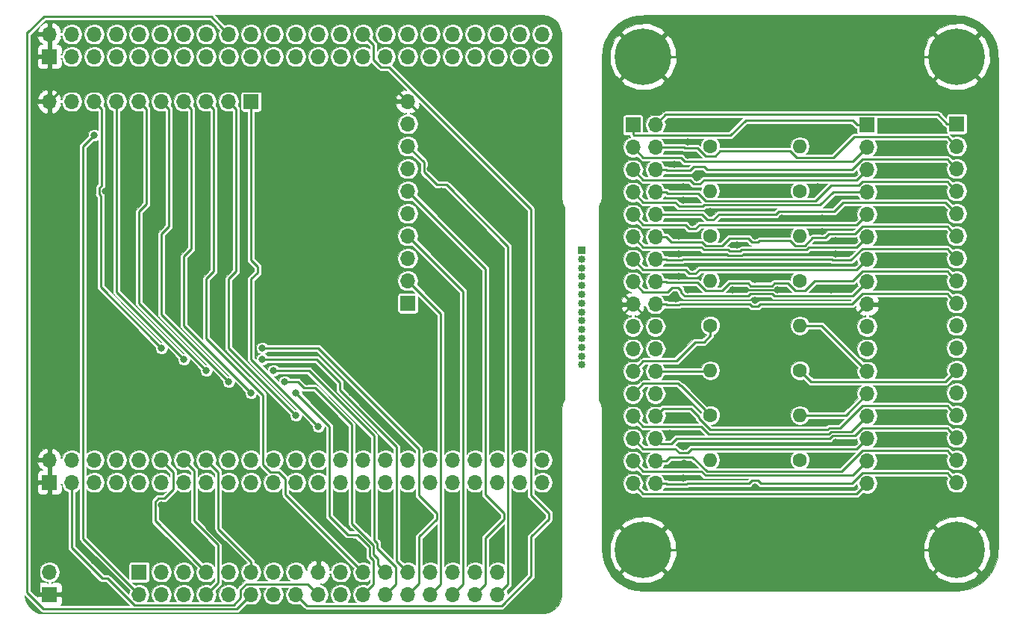
<source format=gtl>
G04 #@! TF.GenerationSoftware,KiCad,Pcbnew,5.0.0-rc2-dev-unknown-r12463-620c2af3*
G04 #@! TF.CreationDate,2018-03-22T22:12:43+01:00*
G04 #@! TF.ProjectId,bela-cape2,62656C612D63617065322E6B69636164,rev?*
G04 #@! TF.SameCoordinates,Original*
G04 #@! TF.FileFunction,Copper,L1,Top,Signal*
G04 #@! TF.FilePolarity,Positive*
%FSLAX46Y46*%
G04 Gerber Fmt 4.6, Leading zero omitted, Abs format (unit mm)*
G04 Created by KiCad (PCBNEW 5.0.0-rc2-dev-unknown-r12463-620c2af3) date Thu Mar 22 22:12:43 2018*
%MOMM*%
%LPD*%
G01*
G04 APERTURE LIST*
%ADD10R,1.700000X1.700000*%
%ADD11O,1.700000X1.700000*%
%ADD12O,1.600000X1.600000*%
%ADD13C,1.600000*%
%ADD14C,0.800000*%
%ADD15C,6.400000*%
%ADD16O,0.850000X0.850000*%
%ADD17R,0.850000X0.850000*%
%ADD18C,0.250000*%
%ADD19C,0.100000*%
G04 APERTURE END LIST*
D10*
X99060000Y-121920000D03*
D11*
X99060000Y-124460000D03*
X101600000Y-121920000D03*
X101600000Y-124460000D03*
X104140000Y-121920000D03*
X104140000Y-124460000D03*
X106680000Y-121920000D03*
X106680000Y-124460000D03*
X109220000Y-121920000D03*
X109220000Y-124460000D03*
X111760000Y-121920000D03*
X111760000Y-124460000D03*
X114300000Y-121920000D03*
X114300000Y-124460000D03*
X116840000Y-121920000D03*
X116840000Y-124460000D03*
X119380000Y-121920000D03*
X119380000Y-124460000D03*
X121920000Y-121920000D03*
X121920000Y-124460000D03*
X124460000Y-121920000D03*
X124460000Y-124460000D03*
X127000000Y-121920000D03*
X127000000Y-124460000D03*
X129540000Y-121920000D03*
X129540000Y-124460000D03*
X132080000Y-121920000D03*
X132080000Y-124460000D03*
X134620000Y-121920000D03*
X134620000Y-124460000D03*
X137160000Y-121920000D03*
X137160000Y-124460000D03*
X139700000Y-121920000D03*
X139700000Y-124460000D03*
X129540000Y-68580000D03*
X129540000Y-71120000D03*
X129540000Y-73660000D03*
X129540000Y-76200000D03*
X129540000Y-78740000D03*
X129540000Y-81280000D03*
X129540000Y-83820000D03*
X129540000Y-86360000D03*
X129540000Y-88900000D03*
D10*
X129540000Y-91440000D03*
X88900000Y-124460000D03*
D11*
X88900000Y-121920000D03*
D10*
X88900000Y-63500000D03*
D11*
X88900000Y-60960000D03*
X91440000Y-63500000D03*
X91440000Y-60960000D03*
X93980000Y-63500000D03*
X93980000Y-60960000D03*
X96520000Y-63500000D03*
X96520000Y-60960000D03*
X99060000Y-63500000D03*
X99060000Y-60960000D03*
X101600000Y-63500000D03*
X101600000Y-60960000D03*
X104140000Y-63500000D03*
X104140000Y-60960000D03*
X106680000Y-63500000D03*
X106680000Y-60960000D03*
X109220000Y-63500000D03*
X109220000Y-60960000D03*
X111760000Y-63500000D03*
X111760000Y-60960000D03*
X114300000Y-63500000D03*
X114300000Y-60960000D03*
X116840000Y-63500000D03*
X116840000Y-60960000D03*
X119380000Y-63500000D03*
X119380000Y-60960000D03*
X121920000Y-63500000D03*
X121920000Y-60960000D03*
X124460000Y-63500000D03*
X124460000Y-60960000D03*
X127000000Y-63500000D03*
X127000000Y-60960000D03*
X129540000Y-63500000D03*
X129540000Y-60960000D03*
X132080000Y-63500000D03*
X132080000Y-60960000D03*
X134620000Y-63500000D03*
X134620000Y-60960000D03*
X137160000Y-63500000D03*
X137160000Y-60960000D03*
X139700000Y-63500000D03*
X139700000Y-60960000D03*
X142240000Y-63500000D03*
X142240000Y-60960000D03*
X144780000Y-63500000D03*
X144780000Y-60960000D03*
X144780000Y-109220000D03*
X144780000Y-111760000D03*
X142240000Y-109220000D03*
X142240000Y-111760000D03*
X139700000Y-109220000D03*
X139700000Y-111760000D03*
X137160000Y-109220000D03*
X137160000Y-111760000D03*
X134620000Y-109220000D03*
X134620000Y-111760000D03*
X132080000Y-109220000D03*
X132080000Y-111760000D03*
X129540000Y-109220000D03*
X129540000Y-111760000D03*
X127000000Y-109220000D03*
X127000000Y-111760000D03*
X124460000Y-109220000D03*
X124460000Y-111760000D03*
X121920000Y-109220000D03*
X121920000Y-111760000D03*
X119380000Y-109220000D03*
X119380000Y-111760000D03*
X116840000Y-109220000D03*
X116840000Y-111760000D03*
X114300000Y-109220000D03*
X114300000Y-111760000D03*
X111760000Y-109220000D03*
X111760000Y-111760000D03*
X109220000Y-109220000D03*
X109220000Y-111760000D03*
X106680000Y-109220000D03*
X106680000Y-111760000D03*
X104140000Y-109220000D03*
X104140000Y-111760000D03*
X101600000Y-109220000D03*
X101600000Y-111760000D03*
X99060000Y-109220000D03*
X99060000Y-111760000D03*
X96520000Y-109220000D03*
X96520000Y-111760000D03*
X93980000Y-109220000D03*
X93980000Y-111760000D03*
X91440000Y-109220000D03*
X91440000Y-111760000D03*
X88900000Y-109220000D03*
D10*
X88900000Y-111760000D03*
X111760000Y-68580000D03*
D11*
X109220000Y-68580000D03*
X106680000Y-68580000D03*
X104140000Y-68580000D03*
X101600000Y-68580000D03*
X99060000Y-68580000D03*
X96520000Y-68580000D03*
X93980000Y-68580000D03*
X91440000Y-68580000D03*
X88900000Y-68580000D03*
D10*
X155060001Y-71232500D03*
D11*
X157600001Y-71232500D03*
X155060001Y-73772500D03*
X157600001Y-73772500D03*
X155060001Y-76312500D03*
X157600001Y-76312500D03*
X155060001Y-78852500D03*
X157600001Y-78852500D03*
X155060001Y-81392500D03*
X157600001Y-81392500D03*
X155060001Y-83932500D03*
X157600001Y-83932500D03*
X155060001Y-86472500D03*
X157600001Y-86472500D03*
X155060001Y-89012500D03*
X157600001Y-89012500D03*
X155060001Y-91552500D03*
X157600001Y-91552500D03*
X155060001Y-94092500D03*
X157600001Y-94092500D03*
X155060001Y-96632500D03*
X157600001Y-96632500D03*
X155060001Y-99172500D03*
X157600001Y-99172500D03*
X155060001Y-101712500D03*
X157600001Y-101712500D03*
X155060001Y-104252500D03*
X157600001Y-104252500D03*
X155060001Y-106792500D03*
X157600001Y-106792500D03*
X155060001Y-109332500D03*
X157600001Y-109332500D03*
X155060001Y-111872500D03*
X157600001Y-111872500D03*
D10*
X181610000Y-71232500D03*
D11*
X181610000Y-73772500D03*
X181610000Y-76312500D03*
X181610000Y-78852500D03*
X181610000Y-81392500D03*
X181610000Y-83932500D03*
X181610000Y-86472500D03*
X181610000Y-89012500D03*
X181610000Y-91552500D03*
X181610000Y-94092500D03*
X181610000Y-96632500D03*
X181610000Y-99172500D03*
X181610000Y-101712500D03*
X181610000Y-104252500D03*
X181610000Y-106792500D03*
X181610000Y-109332500D03*
X181610000Y-111872500D03*
X191770000Y-111760000D03*
X191770000Y-109220000D03*
X191770000Y-106680000D03*
X191770000Y-104140000D03*
X191770000Y-101600000D03*
X191770000Y-99060000D03*
X191770000Y-96520000D03*
X191770000Y-93980000D03*
X191770000Y-91440000D03*
X191770000Y-88900000D03*
X191770000Y-86360000D03*
X191770000Y-83820000D03*
X191770000Y-81280000D03*
X191770000Y-78740000D03*
X191770000Y-76200000D03*
X191770000Y-73660000D03*
D10*
X191770000Y-71120000D03*
D12*
X173990000Y-73660000D03*
D13*
X163830000Y-73660000D03*
D12*
X163830000Y-78740000D03*
D13*
X173990000Y-78740000D03*
X163830000Y-83820000D03*
D12*
X173990000Y-83820000D03*
D13*
X173990000Y-88900000D03*
D12*
X163830000Y-88900000D03*
X173990000Y-93980000D03*
D13*
X163830000Y-93980000D03*
D12*
X163830000Y-99060000D03*
D13*
X173990000Y-99060000D03*
X163830000Y-104140000D03*
D12*
X173990000Y-104140000D03*
D13*
X173990000Y-109220000D03*
D12*
X163830000Y-109220000D03*
D14*
X157907056Y-61802944D03*
X156210000Y-61100000D03*
X154512944Y-61802944D03*
X153810000Y-63500000D03*
X154512944Y-65197056D03*
X156210000Y-65900000D03*
X157907056Y-65197056D03*
X158610000Y-63500000D03*
D15*
X156210000Y-63500000D03*
X191770000Y-63500000D03*
D14*
X194170000Y-63500000D03*
X193467056Y-65197056D03*
X191770000Y-65900000D03*
X190072944Y-65197056D03*
X189370000Y-63500000D03*
X190072944Y-61802944D03*
X191770000Y-61100000D03*
X193467056Y-61802944D03*
X157907056Y-117682944D03*
X156210000Y-116980000D03*
X154512944Y-117682944D03*
X153810000Y-119380000D03*
X154512944Y-121077056D03*
X156210000Y-121780000D03*
X157907056Y-121077056D03*
X158610000Y-119380000D03*
D15*
X156210000Y-119380000D03*
X191770000Y-119380000D03*
D14*
X194170000Y-119380000D03*
X193467056Y-121077056D03*
X191770000Y-121780000D03*
X190072944Y-121077056D03*
X189370000Y-119380000D03*
X190072944Y-117682944D03*
X191770000Y-116980000D03*
X193467056Y-117682944D03*
D16*
X149225000Y-98440000D03*
X149225000Y-97440000D03*
X149225000Y-96440000D03*
X149225000Y-95440000D03*
X149225000Y-94440000D03*
X149225000Y-93440000D03*
X149225000Y-92440000D03*
X149225000Y-91440000D03*
X149225000Y-90440000D03*
X149225000Y-89440000D03*
X149225000Y-88440000D03*
X149225000Y-87440000D03*
X149225000Y-86440000D03*
D17*
X149225000Y-85440000D03*
D14*
X106680000Y-66040000D03*
X104140000Y-66040000D03*
X101600000Y-66040000D03*
X97790000Y-66040000D03*
X95250000Y-66040000D03*
X92710000Y-66040000D03*
X124460000Y-71120000D03*
X125730000Y-69850000D03*
X127000000Y-68580000D03*
X109220000Y-119380000D03*
X106680000Y-119380000D03*
X111760000Y-102870000D03*
X114300000Y-102870000D03*
X119380000Y-102870000D03*
X118110000Y-100330000D03*
X120650000Y-100330000D03*
X123190000Y-101600000D03*
X129540000Y-95250000D03*
X132080000Y-92710000D03*
X132080000Y-90170000D03*
X132080000Y-87630000D03*
X132080000Y-85090000D03*
X133350000Y-83820000D03*
X134620000Y-82550000D03*
X135890000Y-81280000D03*
X133350000Y-78740000D03*
X132080000Y-76200000D03*
X132080000Y-73660000D03*
X132080000Y-71120000D03*
X93980000Y-115570000D03*
X96520000Y-115570000D03*
X99060000Y-114300000D03*
X101600000Y-114300000D03*
X104140000Y-115570000D03*
X106680000Y-115570000D03*
X109220000Y-116840000D03*
X139700000Y-118110000D03*
X142240000Y-118110000D03*
X144780000Y-118110000D03*
X144780000Y-115570000D03*
X142240000Y-115570000D03*
X139700000Y-115570000D03*
X137160000Y-115570000D03*
X134620000Y-115570000D03*
X134620000Y-118110000D03*
X132080000Y-118110000D03*
X132080000Y-115570000D03*
X129540000Y-115570000D03*
X127000000Y-115570000D03*
X124460000Y-115570000D03*
X124460000Y-119380000D03*
X121920000Y-115570000D03*
X121920000Y-118110000D03*
X120650000Y-119380000D03*
X114300000Y-87630000D03*
X111760000Y-87630000D03*
X109220000Y-87630000D03*
X106680000Y-87630000D03*
X105410000Y-86360000D03*
X104140000Y-85090000D03*
X102870000Y-83820000D03*
X101600000Y-82550000D03*
X100330000Y-81280000D03*
X99060000Y-80010000D03*
X97790000Y-78740000D03*
X95250000Y-78740000D03*
X95250000Y-105410000D03*
X95250000Y-119380000D03*
X93980000Y-120650000D03*
X92710000Y-121920000D03*
X91440000Y-76200000D03*
X88900000Y-76200000D03*
X177546000Y-89916000D03*
X171450000Y-89916000D03*
X168910000Y-91091021D03*
X168910000Y-88740979D03*
X166370000Y-89916000D03*
X162252393Y-95115928D03*
X161290000Y-93980000D03*
X160854633Y-109596022D03*
X160782000Y-107696000D03*
X159258000Y-106172000D03*
X159258000Y-104648000D03*
X161798000Y-104648000D03*
X159766000Y-101600000D03*
X160782000Y-100076000D03*
X162306000Y-97028000D03*
X160274000Y-92727501D03*
X159950027Y-90932000D03*
X161290000Y-89916000D03*
X160274000Y-88392000D03*
X166878000Y-84836000D03*
X176022000Y-78232000D03*
X178054000Y-79756000D03*
X179070000Y-81788000D03*
X171958000Y-81788000D03*
X176530000Y-81788000D03*
X176530000Y-83312000D03*
X178054000Y-84328000D03*
X178054000Y-85852000D03*
X161798000Y-87376000D03*
X160274000Y-85852000D03*
X160274000Y-83820000D03*
X161798000Y-82296000D03*
X163830000Y-81040028D03*
X160782000Y-79756000D03*
X159766000Y-75692000D03*
X160782000Y-78232000D03*
X162306000Y-77216000D03*
X161290000Y-74676000D03*
X161290000Y-73152000D03*
X160782000Y-111252000D03*
X168910000Y-112268000D03*
X178054000Y-109220000D03*
X178054000Y-107188000D03*
X168910000Y-114300000D03*
X168910000Y-109220000D03*
X168910000Y-104140000D03*
X168910000Y-93980000D03*
X168910000Y-83820000D03*
X168910000Y-78740000D03*
X176530000Y-72390000D03*
X161290000Y-71120000D03*
X186690000Y-83820000D03*
X186690000Y-81280000D03*
X186690000Y-78740000D03*
X186690000Y-76200000D03*
X186690000Y-73660000D03*
X186690000Y-71120000D03*
X186690000Y-104140000D03*
X186690000Y-101600000D03*
X186690000Y-109220000D03*
X93980000Y-72390000D03*
X119379976Y-105410000D03*
X116840000Y-104140000D03*
X116840000Y-101600000D03*
X111760000Y-101600000D03*
X115570000Y-100330000D03*
X109220000Y-100330000D03*
X114300000Y-99060000D03*
X106680000Y-99060000D03*
X113030000Y-97790000D03*
X104140000Y-97790000D03*
X113030000Y-96520000D03*
X101600000Y-96520000D03*
X189230000Y-106680000D03*
X186690000Y-106680000D03*
X186690000Y-99060000D03*
X186690000Y-91440000D03*
X186690000Y-88900000D03*
X184150000Y-86360000D03*
X186690000Y-86360000D03*
D18*
X92710000Y-73660000D02*
X93580001Y-72789999D01*
X93580001Y-72789999D02*
X93980000Y-72390000D01*
X92710000Y-118110000D02*
X92710000Y-73660000D01*
X99060000Y-124460000D02*
X92710000Y-118110000D01*
X102964999Y-112558001D02*
X101948002Y-113574998D01*
X101948002Y-113574998D02*
X101251998Y-113574998D01*
X101251998Y-113574998D02*
X100874998Y-113951998D01*
X100874998Y-113951998D02*
X100874998Y-116114998D01*
X105830001Y-121070001D02*
X106680000Y-121920000D01*
X100874998Y-116114998D02*
X105830001Y-121070001D01*
X102964999Y-110584999D02*
X102964999Y-112558001D01*
X101600000Y-109220000D02*
X102964999Y-110584999D01*
X108044999Y-123095001D02*
X108044999Y-118841409D01*
X108044999Y-118841409D02*
X105315001Y-116111411D01*
X104989999Y-110069999D02*
X104140000Y-109220000D01*
X105315001Y-110395001D02*
X104989999Y-110069999D01*
X105315001Y-116111411D02*
X105315001Y-110395001D01*
X106680000Y-124460000D02*
X108044999Y-123095001D01*
X88265000Y-58964998D02*
X107224998Y-58964998D01*
X86466994Y-60763004D02*
X88265000Y-58964998D01*
X86360000Y-124205002D02*
X86360000Y-60763004D01*
X110134988Y-126085012D02*
X88240010Y-126085012D01*
X108370001Y-60110001D02*
X109220000Y-60960000D01*
X107224998Y-58964998D02*
X108370001Y-60110001D01*
X88240010Y-126085012D02*
X86360000Y-124205002D01*
X111760000Y-124460000D02*
X110134988Y-126085012D01*
X143510000Y-80810998D02*
X127374003Y-64675001D01*
X126435999Y-64675001D02*
X125635001Y-63874003D01*
X127374003Y-64675001D02*
X126435999Y-64675001D01*
X125635001Y-63874003D02*
X125635001Y-62135001D01*
X125309999Y-61809999D02*
X124460000Y-60960000D01*
X125635001Y-62135001D02*
X125309999Y-61809999D01*
X143510000Y-113226996D02*
X143510000Y-80810998D01*
X145505002Y-115221998D02*
X143510000Y-113226996D01*
X145505002Y-115918002D02*
X145505002Y-115221998D01*
X143510000Y-117913004D02*
X145505002Y-115918002D01*
X140169002Y-125730000D02*
X143510000Y-122389002D01*
X143510000Y-122389002D02*
X143510000Y-117913004D01*
X118110000Y-125730000D02*
X140169002Y-125730000D01*
X116840000Y-124460000D02*
X118110000Y-125730000D01*
X88900000Y-60960000D02*
X87630000Y-60960000D01*
X104140000Y-66040000D02*
X106680000Y-66040000D01*
X101600000Y-66040000D02*
X104140000Y-66040000D01*
X97790000Y-66040000D02*
X101600000Y-66040000D01*
X95250000Y-66040000D02*
X97790000Y-66040000D01*
X92710000Y-66040000D02*
X95250000Y-66040000D01*
X125730000Y-69850000D02*
X124460000Y-71120000D01*
X127000000Y-68580000D02*
X125730000Y-69850000D01*
X129540000Y-68580000D02*
X127000000Y-68580000D01*
X106680000Y-115570000D02*
X106680000Y-116840000D01*
X106680000Y-116840000D02*
X109220000Y-119380000D01*
X132080000Y-92710000D02*
X129540000Y-95250000D01*
X132080000Y-87630000D02*
X132080000Y-90170000D01*
X133350000Y-83820000D02*
X132080000Y-85090000D01*
X135890000Y-81280000D02*
X134620000Y-82550000D01*
X133350000Y-78740000D02*
X135890000Y-81280000D01*
X132080000Y-73660000D02*
X132080000Y-76200000D01*
X132080000Y-71120000D02*
X132080000Y-73660000D01*
X129540000Y-68580000D02*
X132080000Y-71120000D01*
X96520000Y-115570000D02*
X93980000Y-115570000D01*
X99060000Y-114300000D02*
X97790000Y-114300000D01*
X97790000Y-114300000D02*
X96520000Y-115570000D01*
X102870000Y-115570000D02*
X101600000Y-114300000D01*
X104140000Y-115570000D02*
X102870000Y-115570000D01*
X111760000Y-119380000D02*
X109220000Y-116840000D01*
X120650000Y-119380000D02*
X111760000Y-119380000D01*
X142240000Y-115570000D02*
X142240000Y-118110000D01*
X142240000Y-115570000D02*
X144780000Y-115570000D01*
X137160000Y-115570000D02*
X139700000Y-115570000D01*
X134620000Y-118110000D02*
X134620000Y-115570000D01*
X129540000Y-115570000D02*
X132080000Y-115570000D01*
X121920000Y-118110000D02*
X123190000Y-118110000D01*
X123190000Y-118110000D02*
X124460000Y-119380000D01*
X119380000Y-120650000D02*
X120650000Y-119380000D01*
X119380000Y-121920000D02*
X119380000Y-120650000D01*
X105410000Y-86360000D02*
X106680000Y-87630000D01*
X102870000Y-83820000D02*
X104140000Y-85090000D01*
X100330000Y-81280000D02*
X101600000Y-82550000D01*
X97790000Y-78740000D02*
X99060000Y-80010000D01*
X95250000Y-119380000D02*
X95250000Y-105410000D01*
X90170000Y-124460000D02*
X92710000Y-121920000D01*
X88900000Y-124460000D02*
X90170000Y-124460000D01*
X88900000Y-76200000D02*
X91440000Y-76200000D01*
X94901999Y-122645001D02*
X95505999Y-122645001D01*
X98495999Y-125635001D02*
X109784001Y-125635001D01*
X118530001Y-123610001D02*
X119380000Y-124460000D01*
X109784001Y-125635001D02*
X110584999Y-124834003D01*
X91440000Y-119183002D02*
X94901999Y-122645001D01*
X118204999Y-123284999D02*
X118530001Y-123610001D01*
X95505999Y-122645001D02*
X98495999Y-125635001D01*
X110584999Y-123895999D02*
X111195999Y-123284999D01*
X111195999Y-123284999D02*
X118204999Y-123284999D01*
X91440000Y-111760000D02*
X91440000Y-119183002D01*
X110584999Y-124834003D02*
X110584999Y-123895999D01*
X111760000Y-68580000D02*
X111760000Y-86556998D01*
X118979977Y-105010001D02*
X119379976Y-105410000D01*
X112485001Y-87281999D02*
X112485001Y-87978001D01*
X112485001Y-87978001D02*
X111760000Y-88703002D01*
X111760000Y-97790024D02*
X118979977Y-105010001D01*
X111760000Y-88703002D02*
X111760000Y-97790024D01*
X111760000Y-86556998D02*
X112485001Y-87281999D01*
X109220000Y-68580000D02*
X110069999Y-69429999D01*
X116440001Y-103740001D02*
X116840000Y-104140000D01*
X110069999Y-69429999D02*
X110069999Y-87853003D01*
X110069999Y-87853003D02*
X109220000Y-88703002D01*
X109220000Y-96520000D02*
X116440001Y-103740001D01*
X109220000Y-88703002D02*
X109220000Y-96520000D01*
X113124999Y-109784001D02*
X113925997Y-110584999D01*
X113925997Y-110584999D02*
X114864001Y-110584999D01*
X115664999Y-111385997D02*
X115664999Y-113124999D01*
X114864001Y-110584999D02*
X115664999Y-111385997D01*
X123610001Y-121070001D02*
X124460000Y-121920000D01*
X115664999Y-113124999D02*
X123610001Y-121070001D01*
X106680000Y-95446996D02*
X113124999Y-101891995D01*
X106680000Y-88703004D02*
X106680000Y-95446996D01*
X107529999Y-87853005D02*
X106680000Y-88703004D01*
X107529999Y-69429999D02*
X107529999Y-87853005D01*
X113124999Y-101891995D02*
X113124999Y-109784001D01*
X106680000Y-68580000D02*
X107529999Y-69429999D01*
X117239999Y-101999999D02*
X116840000Y-101600000D01*
X120650000Y-115586993D02*
X120650000Y-105410000D01*
X123812993Y-117659989D02*
X122722996Y-117659989D01*
X124460000Y-124460000D02*
X125635001Y-123284999D01*
X122722996Y-117659989D02*
X120650000Y-115586993D01*
X125185002Y-119031998D02*
X123812993Y-117659989D01*
X125185002Y-120121995D02*
X125185002Y-119031998D01*
X125635001Y-120571994D02*
X125185002Y-120121995D01*
X125635001Y-123284999D02*
X125635001Y-120571994D01*
X120650000Y-105410000D02*
X117239999Y-101999999D01*
X104140000Y-68580000D02*
X104989999Y-69429999D01*
X104989999Y-69429999D02*
X104989999Y-85313005D01*
X111360001Y-101200001D02*
X111760000Y-101600000D01*
X104140000Y-86163004D02*
X104140000Y-93980000D01*
X104989999Y-85313005D02*
X104140000Y-86163004D01*
X104140000Y-93980000D02*
X111360001Y-101200001D01*
X126150001Y-120429390D02*
X125635013Y-119914402D01*
X117036998Y-100330000D02*
X116135685Y-100330000D01*
X126150001Y-121070001D02*
X126150001Y-120429390D01*
X125635013Y-119914402D02*
X125635013Y-118845599D01*
X117761999Y-101055001D02*
X117036998Y-100330000D01*
X125635013Y-118845599D02*
X123190000Y-116400585D01*
X123190000Y-116400585D02*
X123190000Y-105213002D01*
X119031999Y-101055001D02*
X117761999Y-101055001D01*
X127000000Y-121920000D02*
X126150001Y-121070001D01*
X116135685Y-100330000D02*
X115570000Y-100330000D01*
X123190000Y-105213002D02*
X119031999Y-101055001D01*
X101600000Y-68580000D02*
X102449999Y-69429999D01*
X108820001Y-99930001D02*
X109220000Y-100330000D01*
X102449999Y-69429999D02*
X102449999Y-82773005D01*
X102449999Y-82773005D02*
X101600000Y-83623004D01*
X101600000Y-92710000D02*
X108820001Y-99930001D01*
X101600000Y-83623004D02*
X101600000Y-92710000D01*
X127000000Y-124460000D02*
X128175001Y-123284999D01*
X118306998Y-99060000D02*
X114865685Y-99060000D01*
X125730000Y-106483002D02*
X118306998Y-99060000D01*
X126085024Y-118659198D02*
X125730000Y-118304175D01*
X114865685Y-99060000D02*
X114300000Y-99060000D01*
X128175001Y-121355999D02*
X126085024Y-119266022D01*
X128175001Y-123284999D02*
X128175001Y-121355999D01*
X125730000Y-118304175D02*
X125730000Y-106483002D01*
X126085024Y-119266022D02*
X126085024Y-118659198D01*
X99060000Y-68580000D02*
X99909999Y-69429999D01*
X99909999Y-69429999D02*
X99909999Y-80233005D01*
X99909999Y-80233005D02*
X99060000Y-81083004D01*
X99060000Y-81083004D02*
X99060000Y-91440000D01*
X106280001Y-98660001D02*
X106680000Y-99060000D01*
X99060000Y-91440000D02*
X106280001Y-98660001D01*
X121825012Y-100432010D02*
X119183002Y-97790000D01*
X119183002Y-97790000D02*
X113595685Y-97790000D01*
X113595685Y-97790000D02*
X113030000Y-97790000D01*
X121825012Y-101308014D02*
X121825012Y-100432010D01*
X128270000Y-107753002D02*
X121825012Y-101308014D01*
X129540000Y-121920000D02*
X128270000Y-120650000D01*
X128270000Y-120650000D02*
X128270000Y-107753002D01*
X113595685Y-96520000D02*
X113030000Y-96520000D01*
X129540000Y-124460000D02*
X130810000Y-123190000D01*
X119380000Y-96520000D02*
X113595685Y-96520000D01*
X132805002Y-115918002D02*
X132805002Y-115221998D01*
X132805002Y-115221998D02*
X130810000Y-113226996D01*
X130810000Y-123190000D02*
X130810000Y-117913004D01*
X130810000Y-113226996D02*
X130810000Y-107950000D01*
X130810000Y-117913004D02*
X132805002Y-115918002D01*
X130810000Y-107950000D02*
X119380000Y-96520000D01*
X93980000Y-68580000D02*
X94829999Y-69429999D01*
X94524999Y-79088001D02*
X94705002Y-79268004D01*
X94705002Y-79268004D02*
X94705002Y-89625002D01*
X94829999Y-78086999D02*
X94524999Y-78391999D01*
X101200001Y-96120001D02*
X101600000Y-96520000D01*
X94705002Y-89625002D02*
X101200001Y-96120001D01*
X94524999Y-78391999D02*
X94524999Y-79088001D01*
X94829999Y-69429999D02*
X94829999Y-78086999D01*
X129540000Y-88900000D02*
X133255013Y-92615013D01*
X133255001Y-123284999D02*
X132929999Y-123610001D01*
X132929999Y-123610001D02*
X132080000Y-124460000D01*
X133255013Y-116104402D02*
X133255001Y-116104414D01*
X133255001Y-116104414D02*
X133255001Y-123284999D01*
X133255013Y-92615013D02*
X133255013Y-116104402D01*
X138335001Y-123284999D02*
X138009999Y-123610001D01*
X138335001Y-87535001D02*
X138335001Y-113131997D01*
X140425002Y-115918002D02*
X138335001Y-118008003D01*
X138335001Y-113131997D02*
X140425002Y-115221998D01*
X138335001Y-118008003D02*
X138335001Y-123284999D01*
X140425002Y-115221998D02*
X140425002Y-115918002D01*
X129540000Y-78740000D02*
X138335001Y-87535001D01*
X138009999Y-123610001D02*
X137160000Y-124460000D01*
X132821995Y-78014999D02*
X133894999Y-78014999D01*
X140549999Y-123610001D02*
X139700000Y-124460000D01*
X140875001Y-116104414D02*
X140875001Y-123284999D01*
X131354998Y-75474998D02*
X131354998Y-76548002D01*
X140875001Y-123284999D02*
X140549999Y-123610001D01*
X133894999Y-78014999D02*
X140875013Y-84995013D01*
X140875013Y-84995013D02*
X140875013Y-116104402D01*
X131354998Y-76548002D02*
X132821995Y-78014999D01*
X129540000Y-73660000D02*
X131354998Y-75474998D01*
X140875013Y-116104402D02*
X140875001Y-116104414D01*
X179947489Y-70669989D02*
X180510000Y-71232500D01*
X180510000Y-71232500D02*
X181610000Y-71232500D01*
X155060001Y-71232500D02*
X155060001Y-72332500D01*
X167848602Y-70669989D02*
X179947489Y-70669989D01*
X155060001Y-72332500D02*
X155135002Y-72407501D01*
X155135002Y-72407501D02*
X166111091Y-72407501D01*
X166111091Y-72407501D02*
X167848602Y-70669989D01*
X156235002Y-74947501D02*
X160488499Y-74947501D01*
X155060001Y-73772500D02*
X156235002Y-74947501D01*
X163262611Y-75401001D02*
X163266100Y-75397512D01*
X160488499Y-74947501D02*
X160941999Y-75401001D01*
X180760001Y-74622499D02*
X181610000Y-73772500D01*
X163266100Y-75397512D02*
X179984988Y-75397512D01*
X179984988Y-75397512D02*
X180760001Y-74622499D01*
X160941999Y-75401001D02*
X163262611Y-75401001D01*
X164370001Y-74785001D02*
X164955001Y-74200001D01*
X164955001Y-74200001D02*
X172864999Y-74200001D01*
X190707499Y-72597499D02*
X190920001Y-72810001D01*
X173612499Y-74947501D02*
X177782499Y-74947501D01*
X190920001Y-72810001D02*
X191770000Y-73660000D01*
X177782499Y-74947501D02*
X180132501Y-72597499D01*
X162381999Y-73877001D02*
X163289999Y-74785001D01*
X180132501Y-72597499D02*
X190707499Y-72597499D01*
X172864999Y-74200001D02*
X173612499Y-74947501D01*
X163289999Y-74785001D02*
X164370001Y-74785001D01*
X160941999Y-73877001D02*
X162381999Y-73877001D01*
X160837498Y-73772500D02*
X160941999Y-73877001D01*
X157600001Y-73772500D02*
X160837498Y-73772500D01*
X163107501Y-77487501D02*
X180434999Y-77487501D01*
X162654001Y-77941001D02*
X163107501Y-77487501D01*
X180760001Y-77162499D02*
X181610000Y-76312500D01*
X180434999Y-77487501D02*
X180760001Y-77162499D01*
X161957999Y-77941001D02*
X162654001Y-77941001D01*
X161504499Y-77487501D02*
X161957999Y-77941001D01*
X156235002Y-77487501D02*
X161504499Y-77487501D01*
X155060001Y-76312500D02*
X156235002Y-77487501D01*
X190707499Y-75137499D02*
X190920001Y-75350001D01*
X161523997Y-76417001D02*
X161957999Y-75982999D01*
X161957999Y-75982999D02*
X163162001Y-75982999D01*
X163491502Y-76312500D02*
X179870998Y-76312500D01*
X163162001Y-75982999D02*
X163491502Y-76312500D01*
X190920001Y-75350001D02*
X191770000Y-76200000D01*
X179870998Y-76312500D02*
X181045999Y-75137499D01*
X157600001Y-76312500D02*
X158802082Y-76312500D01*
X181045999Y-75137499D02*
X190707499Y-75137499D01*
X158802082Y-76312500D02*
X158906583Y-76417001D01*
X158906583Y-76417001D02*
X161523997Y-76417001D01*
X160305588Y-80481001D02*
X162937610Y-80481001D01*
X176293575Y-80315012D02*
X177756087Y-78852500D01*
X155060001Y-78852500D02*
X156235002Y-80027501D01*
X180407919Y-78852500D02*
X181610000Y-78852500D01*
X177756087Y-78852500D02*
X180407919Y-78852500D01*
X156235002Y-80027501D02*
X159852088Y-80027501D01*
X163103599Y-80315012D02*
X176293575Y-80315012D01*
X159852088Y-80027501D02*
X160305588Y-80481001D01*
X162937610Y-80481001D02*
X163103599Y-80315012D01*
X177519599Y-78072988D02*
X180650510Y-78072988D01*
X181045999Y-77677499D02*
X190707499Y-77677499D01*
X158802082Y-78852500D02*
X158980581Y-79030999D01*
X190920001Y-77890001D02*
X191770000Y-78740000D01*
X180650510Y-78072988D02*
X181045999Y-77677499D01*
X175727586Y-79865001D02*
X177519599Y-78072988D01*
X162455997Y-79030999D02*
X163289999Y-79865001D01*
X158980581Y-79030999D02*
X162455997Y-79030999D01*
X163289999Y-79865001D02*
X175727586Y-79865001D01*
X157600001Y-78852500D02*
X158802082Y-78852500D01*
X190707499Y-77677499D02*
X190920001Y-77890001D01*
X155060001Y-81392500D02*
X156235002Y-82567501D01*
X180434999Y-82567501D02*
X180760001Y-82242499D01*
X180760001Y-82242499D02*
X181610000Y-81392500D01*
X160996499Y-82567501D02*
X161449999Y-83021001D01*
X156235002Y-82567501D02*
X160996499Y-82567501D01*
X161449999Y-83021001D02*
X162146001Y-83021001D01*
X162146001Y-83021001D02*
X162599501Y-82567501D01*
X162599501Y-82567501D02*
X180434999Y-82567501D01*
X171609997Y-81062999D02*
X177855005Y-81062999D01*
X164790502Y-81392500D02*
X171280496Y-81392500D01*
X171280496Y-81392500D02*
X171609997Y-81062999D01*
X177855005Y-81062999D02*
X178890503Y-80027501D01*
X164178001Y-82005001D02*
X164790502Y-81392500D01*
X178890503Y-80027501D02*
X190517501Y-80027501D01*
X190517501Y-80027501D02*
X190920001Y-80430001D01*
X162869498Y-81392500D02*
X163481999Y-82005001D01*
X163481999Y-82005001D02*
X164178001Y-82005001D01*
X157600001Y-81392500D02*
X162869498Y-81392500D01*
X190920001Y-80430001D02*
X191770000Y-81280000D01*
X166021999Y-85561001D02*
X167226001Y-85561001D01*
X162816089Y-85107501D02*
X163103600Y-85395012D01*
X165856010Y-85395012D02*
X166021999Y-85561001D01*
X155060001Y-83932500D02*
X156235002Y-85107501D01*
X180760001Y-84782499D02*
X181610000Y-83932500D01*
X180434999Y-85107501D02*
X180760001Y-84782499D01*
X167226001Y-85561001D02*
X167391990Y-85395012D01*
X175003911Y-85107501D02*
X180434999Y-85107501D01*
X163103600Y-85395012D02*
X165856010Y-85395012D01*
X156235002Y-85107501D02*
X162816089Y-85107501D01*
X174716401Y-85395012D02*
X175003911Y-85107501D01*
X167391990Y-85395012D02*
X174716401Y-85395012D01*
X158802082Y-83932500D02*
X159414583Y-84545001D01*
X159414583Y-84545001D02*
X162889999Y-84545001D01*
X168561999Y-84545001D02*
X169258001Y-84545001D01*
X162889999Y-84545001D02*
X163289999Y-84945001D01*
X165187997Y-84945001D02*
X166021999Y-84110999D01*
X169443001Y-84360001D02*
X172864999Y-84360001D01*
X166021999Y-84110999D02*
X168127997Y-84110999D01*
X173449999Y-84945001D02*
X174530001Y-84945001D01*
X168127997Y-84110999D02*
X168561999Y-84545001D01*
X169258001Y-84545001D02*
X169443001Y-84360001D01*
X177312003Y-83602999D02*
X180200499Y-83602999D01*
X176878001Y-84037001D02*
X177312003Y-83602999D01*
X190920001Y-82970001D02*
X191770000Y-83820000D01*
X157600001Y-83932500D02*
X158802082Y-83932500D01*
X180200499Y-83602999D02*
X181045999Y-82757499D01*
X172864999Y-84360001D02*
X173449999Y-84945001D01*
X174530001Y-84945001D02*
X175438001Y-84037001D01*
X181045999Y-82757499D02*
X190707499Y-82757499D01*
X163289999Y-84945001D02*
X165187997Y-84945001D01*
X190707499Y-82757499D02*
X190920001Y-82970001D01*
X175438001Y-84037001D02*
X176878001Y-84037001D01*
X156235002Y-87647501D02*
X160996499Y-87647501D01*
X162146001Y-88101001D02*
X162599501Y-87647501D01*
X160996499Y-87647501D02*
X161449999Y-88101001D01*
X162599501Y-87647501D02*
X180434999Y-87647501D01*
X180760001Y-87322499D02*
X181610000Y-86472500D01*
X180434999Y-87647501D02*
X180760001Y-87322499D01*
X161449999Y-88101001D02*
X162146001Y-88101001D01*
X155060001Y-86472500D02*
X156235002Y-87647501D01*
X190707499Y-85297499D02*
X190920001Y-85510001D01*
X160622001Y-86577001D02*
X160726502Y-86472500D01*
X181045999Y-85297499D02*
X190707499Y-85297499D01*
X177601496Y-86472500D02*
X177705998Y-86577002D01*
X190920001Y-85510001D02*
X191770000Y-86360000D01*
X160726502Y-86472500D02*
X177601496Y-86472500D01*
X177705998Y-86577002D02*
X179766496Y-86577002D01*
X158906583Y-86577001D02*
X160622001Y-86577001D01*
X158802082Y-86472500D02*
X158906583Y-86577001D01*
X157600001Y-86472500D02*
X158802082Y-86472500D01*
X179766496Y-86577002D02*
X181045999Y-85297499D01*
X156235002Y-90187501D02*
X158945537Y-90187501D01*
X155060001Y-89012500D02*
X156235002Y-90187501D01*
X158945537Y-90187501D02*
X159471271Y-89661767D01*
X159471271Y-89661767D02*
X160167273Y-89661767D01*
X179981498Y-90641002D02*
X180760001Y-89862499D01*
X160544273Y-90243275D02*
X160941999Y-90641001D01*
X171101998Y-90641002D02*
X179981498Y-90641002D01*
X160544273Y-90038767D02*
X160544273Y-90243275D01*
X168402987Y-90366011D02*
X170827007Y-90366011D01*
X180760001Y-89862499D02*
X181610000Y-89012500D01*
X170827007Y-90366011D02*
X171101998Y-90641002D01*
X160167273Y-89661767D02*
X160544273Y-90038767D01*
X168127997Y-90641001D02*
X168402987Y-90366011D01*
X160941999Y-90641001D02*
X168127997Y-90641001D01*
X171101998Y-89190998D02*
X172615996Y-89190998D01*
X181045999Y-87837499D02*
X190707499Y-87837499D01*
X173449999Y-90025001D02*
X174530001Y-90025001D01*
X175655002Y-88900000D02*
X179983498Y-88900000D01*
X168402987Y-89465989D02*
X170827007Y-89465989D01*
X190707499Y-87837499D02*
X190920001Y-88050001D01*
X179983498Y-88900000D02*
X181045999Y-87837499D01*
X190920001Y-88050001D02*
X191770000Y-88900000D01*
X165187997Y-90025001D02*
X166021999Y-89190999D01*
X162381999Y-89117001D02*
X163289999Y-90025001D01*
X157600001Y-89012500D02*
X158802082Y-89012500D01*
X168127997Y-89190999D02*
X168402987Y-89465989D01*
X166021999Y-89190999D02*
X168127997Y-89190999D01*
X158906583Y-89117001D02*
X162381999Y-89117001D01*
X158802082Y-89012500D02*
X158906583Y-89117001D01*
X174530001Y-90025001D02*
X175655002Y-88900000D01*
X170827007Y-89465989D02*
X171101998Y-89190998D01*
X163289999Y-90025001D02*
X165187997Y-90025001D01*
X172615996Y-89190998D02*
X173449999Y-90025001D01*
X166370000Y-89916000D02*
X171450000Y-89916000D01*
X160274000Y-92727501D02*
X160274000Y-92964000D01*
X160274000Y-92964000D02*
X161290000Y-93980000D01*
X161798000Y-104648000D02*
X159258000Y-104648000D01*
X160274000Y-92727501D02*
X180434999Y-92727501D01*
X156235002Y-92727501D02*
X160274000Y-92727501D01*
X160274000Y-85852000D02*
X165676587Y-85852000D01*
X165676587Y-85852000D02*
X165835599Y-86011012D01*
X165835599Y-86011012D02*
X167412401Y-86011012D01*
X167412401Y-86011012D02*
X167571413Y-85852000D01*
X177488315Y-85852000D02*
X178054000Y-85852000D01*
X167571413Y-85852000D02*
X177488315Y-85852000D01*
X176530000Y-81788000D02*
X179070000Y-81788000D01*
X176530000Y-81788000D02*
X171958000Y-81788000D01*
X106680000Y-109220000D02*
X108044999Y-110584999D01*
X108044999Y-110584999D02*
X108044999Y-117002918D01*
X108044999Y-117002918D02*
X111760000Y-120717919D01*
X111760000Y-120717919D02*
X111760000Y-121920000D01*
X129540000Y-68580000D02*
X128364999Y-67404999D01*
X128364999Y-67404999D02*
X90075001Y-67404999D01*
X89749999Y-67730001D02*
X88900000Y-68580000D01*
X90075001Y-67404999D02*
X89749999Y-67730001D01*
X88900000Y-109220000D02*
X88900000Y-68580000D01*
X88900000Y-111760000D02*
X88900000Y-112860000D01*
X87724999Y-124384999D02*
X87800000Y-124460000D01*
X88900000Y-112860000D02*
X87724999Y-114035001D01*
X87724999Y-114035001D02*
X87724999Y-124384999D01*
X87800000Y-124460000D02*
X88900000Y-124460000D01*
X88900000Y-109220000D02*
X88900000Y-111760000D01*
X88900000Y-63500000D02*
X88900000Y-68580000D01*
X88900000Y-60960000D02*
X88900000Y-63500000D01*
X96520000Y-68580000D02*
X96520000Y-90170000D01*
X96520000Y-90170000D02*
X104140000Y-97790000D01*
X129540000Y-83820000D02*
X135795001Y-90075001D01*
X135795001Y-123284999D02*
X135469999Y-123610001D01*
X135795001Y-90075001D02*
X135795001Y-123284999D01*
X135469999Y-123610001D02*
X134620000Y-124460000D01*
X190670000Y-71120000D02*
X191770000Y-71120000D01*
X189607499Y-70057499D02*
X190670000Y-71120000D01*
X157600001Y-71232500D02*
X158775002Y-70057499D01*
X158775002Y-70057499D02*
X189607499Y-70057499D01*
X186690000Y-106680000D02*
X189230000Y-106680000D01*
X186690000Y-91440000D02*
X186690000Y-99060000D01*
X186690000Y-86360000D02*
X184150000Y-86360000D01*
X155060001Y-91552500D02*
X156235002Y-92727501D01*
X180434999Y-92727501D02*
X180760001Y-92402499D01*
X180760001Y-92402499D02*
X181610000Y-91552500D01*
X156210000Y-63500000D02*
X191770000Y-63500000D01*
X191770000Y-63500000D02*
X193467056Y-61802944D01*
X191770000Y-119380000D02*
X156210000Y-119380000D01*
X155060001Y-91552500D02*
X153010001Y-93602500D01*
X153010001Y-93602500D02*
X153010001Y-116180001D01*
X153010001Y-116180001D02*
X156210000Y-119380000D01*
X156210000Y-63500000D02*
X153010001Y-66699999D01*
X153010001Y-66699999D02*
X153010001Y-89502500D01*
X153010001Y-89502500D02*
X154210002Y-90702501D01*
X154210002Y-90702501D02*
X155060001Y-91552500D01*
X158802082Y-91552500D02*
X158906583Y-91657001D01*
X190707499Y-90377499D02*
X190920001Y-90590001D01*
X160298024Y-91657001D02*
X160402525Y-91552500D01*
X168561999Y-91816022D02*
X169258001Y-91816022D01*
X169521523Y-91552500D02*
X179870998Y-91552500D01*
X179870998Y-91552500D02*
X181045999Y-90377499D01*
X181045999Y-90377499D02*
X190707499Y-90377499D01*
X168298477Y-91552500D02*
X168561999Y-91816022D01*
X190920001Y-90590001D02*
X191770000Y-91440000D01*
X169258001Y-91816022D02*
X169521523Y-91552500D01*
X158906583Y-91657001D02*
X160298024Y-91657001D01*
X160402525Y-91552500D02*
X168298477Y-91552500D01*
X157600001Y-91552500D02*
X158802082Y-91552500D01*
X163830000Y-95111370D02*
X163830000Y-93980000D01*
X162119278Y-95840929D02*
X163100441Y-95840929D01*
X163100441Y-95840929D02*
X163830000Y-95111370D01*
X159962708Y-97997499D02*
X162119278Y-95840929D01*
X156235002Y-97997499D02*
X159962708Y-97997499D01*
X155060001Y-99172500D02*
X156235002Y-97997499D01*
X157600001Y-99172500D02*
X163717500Y-99172500D01*
X163717500Y-99172500D02*
X163830000Y-99060000D01*
X160491001Y-100801001D02*
X163030001Y-103340001D01*
X163030001Y-103340001D02*
X163830000Y-104140000D01*
X155060001Y-101712500D02*
X156235002Y-100537499D01*
X156235002Y-100537499D02*
X160170497Y-100537499D01*
X160433999Y-100801001D02*
X160491001Y-100801001D01*
X160170497Y-100537499D02*
X160433999Y-100801001D01*
X155060001Y-104252500D02*
X156235002Y-105427501D01*
X156235002Y-105427501D02*
X162816089Y-105427501D01*
X162816089Y-105427501D02*
X163618579Y-106229991D01*
X180760001Y-105102499D02*
X181610000Y-104252500D01*
X177519599Y-106012988D02*
X179849512Y-106012988D01*
X177302596Y-106229991D02*
X177519599Y-106012988D01*
X163618579Y-106229991D02*
X177302596Y-106229991D01*
X179849512Y-106012988D02*
X180760001Y-105102499D01*
X190707499Y-103077499D02*
X190920001Y-103290001D01*
X163804978Y-105779980D02*
X177116196Y-105779980D01*
X190920001Y-103290001D02*
X191770000Y-104140000D01*
X177116196Y-105779980D02*
X177333199Y-105562977D01*
X178560521Y-105562977D02*
X181045999Y-103077499D01*
X177333199Y-105562977D02*
X178560521Y-105562977D01*
X162523001Y-104498003D02*
X163804978Y-105779980D01*
X161625503Y-103402501D02*
X162523001Y-104299999D01*
X157600001Y-104252500D02*
X158450000Y-103402501D01*
X158450000Y-103402501D02*
X161625503Y-103402501D01*
X181045999Y-103077499D02*
X190707499Y-103077499D01*
X162523001Y-104299999D02*
X162523001Y-104498003D01*
X156235002Y-107967501D02*
X159852088Y-107967501D01*
X159852088Y-107967501D02*
X160305588Y-108421001D01*
X180434999Y-107967501D02*
X180760001Y-107642499D01*
X161711912Y-107967501D02*
X180434999Y-107967501D01*
X155060001Y-106792500D02*
X156235002Y-107967501D01*
X180760001Y-107642499D02*
X181610000Y-106792500D01*
X160305588Y-108421001D02*
X161258412Y-108421001D01*
X161258412Y-108421001D02*
X161711912Y-107967501D01*
X157600001Y-106792500D02*
X158212502Y-107405001D01*
X160027084Y-106792500D02*
X177376498Y-106792500D01*
X158212502Y-107405001D02*
X159414583Y-107405001D01*
X159414583Y-107405001D02*
X160027084Y-106792500D01*
X181045999Y-105617499D02*
X190707499Y-105617499D01*
X180200499Y-106462999D02*
X181045999Y-105617499D01*
X190707499Y-105617499D02*
X190920001Y-105830001D01*
X177376498Y-106792500D02*
X177705999Y-106462999D01*
X190920001Y-105830001D02*
X191770000Y-106680000D01*
X177705999Y-106462999D02*
X180200499Y-106462999D01*
X155060001Y-109332500D02*
X156235002Y-110507501D01*
X156235002Y-110507501D02*
X162816088Y-110507501D01*
X162816088Y-110507501D02*
X163266099Y-110957512D01*
X163266099Y-110957512D02*
X179984988Y-110957512D01*
X180760001Y-110182499D02*
X181610000Y-109332500D01*
X179984988Y-110957512D02*
X180760001Y-110182499D01*
X178695997Y-110507501D02*
X181045999Y-108157499D01*
X190707499Y-108157499D02*
X190920001Y-108370001D01*
X163452499Y-110507501D02*
X178695997Y-110507501D01*
X158802082Y-109332500D02*
X159263570Y-108871012D01*
X157600001Y-109332500D02*
X158802082Y-109332500D01*
X190920001Y-108370001D02*
X191770000Y-109220000D01*
X161816010Y-108871012D02*
X163452499Y-110507501D01*
X159263570Y-108871012D02*
X161816010Y-108871012D01*
X181045999Y-108157499D02*
X190707499Y-108157499D01*
X155060001Y-111872500D02*
X156235002Y-113047501D01*
X180434999Y-113047501D02*
X180760001Y-112722499D01*
X156235002Y-113047501D02*
X180434999Y-113047501D01*
X180760001Y-112722499D02*
X181610000Y-111872500D01*
X158906583Y-111977001D02*
X161130001Y-111977001D01*
X169258001Y-111542999D02*
X169587502Y-111872500D01*
X169587502Y-111872500D02*
X179870998Y-111872500D01*
X179870998Y-111872500D02*
X181045999Y-110697499D01*
X190920001Y-110910001D02*
X191770000Y-111760000D01*
X190707499Y-110697499D02*
X190920001Y-110910001D01*
X158802082Y-111872500D02*
X158906583Y-111977001D01*
X157600001Y-111872500D02*
X158802082Y-111872500D01*
X181045999Y-110697499D02*
X190707499Y-110697499D01*
X161234502Y-111872500D02*
X168232498Y-111872500D01*
X168232498Y-111872500D02*
X168561999Y-111542999D01*
X161130001Y-111977001D02*
X161234502Y-111872500D01*
X168561999Y-111542999D02*
X169258001Y-111542999D01*
X173990000Y-93980000D02*
X176417500Y-93980000D01*
X176417500Y-93980000D02*
X181610000Y-99172500D01*
X173990000Y-104140000D02*
X179182500Y-104140000D01*
X179182500Y-104140000D02*
X181610000Y-101712500D01*
X173990000Y-99060000D02*
X175277501Y-100347501D01*
X175277501Y-100347501D02*
X190482499Y-100347501D01*
X190482499Y-100347501D02*
X190920001Y-99909999D01*
X190920001Y-99909999D02*
X191770000Y-99060000D01*
D19*
G36*
X191688074Y-58815606D02*
X191734087Y-58822401D01*
X192597766Y-58899482D01*
X193399363Y-59118774D01*
X194149460Y-59476553D01*
X194824347Y-59961508D01*
X195402684Y-60558305D01*
X195866202Y-61248092D01*
X196200243Y-62009058D01*
X196394995Y-62820260D01*
X196447085Y-63529588D01*
X196458692Y-63600470D01*
X196471001Y-63635229D01*
X196471000Y-119243071D01*
X196454394Y-119298073D01*
X196447599Y-119344086D01*
X196370518Y-120207768D01*
X196151226Y-121009363D01*
X195793447Y-121759460D01*
X195308495Y-122434345D01*
X194711694Y-123012684D01*
X194021908Y-123476202D01*
X193260938Y-123810245D01*
X192449739Y-124004995D01*
X191740412Y-124057085D01*
X191669529Y-124068692D01*
X191634773Y-124081000D01*
X156346929Y-124081000D01*
X156291927Y-124064394D01*
X156245914Y-124057599D01*
X155382232Y-123980518D01*
X154580637Y-123761226D01*
X153830540Y-123403447D01*
X153155655Y-122918495D01*
X152577316Y-122321694D01*
X152449167Y-122130988D01*
X153747512Y-122130988D01*
X154126061Y-122595361D01*
X155515157Y-123148095D01*
X157010036Y-123127171D01*
X158293939Y-122595361D01*
X158672488Y-122130988D01*
X189307512Y-122130988D01*
X189686061Y-122595361D01*
X191075157Y-123148095D01*
X192570036Y-123127171D01*
X193853939Y-122595361D01*
X194232488Y-122130988D01*
X193899628Y-121798128D01*
X193900534Y-121793376D01*
X193467056Y-121359899D01*
X193464227Y-121362727D01*
X193181385Y-121079885D01*
X193184213Y-121077056D01*
X192750736Y-120643578D01*
X192745984Y-120644484D01*
X191770000Y-119668500D01*
X190794016Y-120644484D01*
X190789264Y-120643578D01*
X190355787Y-121077056D01*
X190358615Y-121079885D01*
X190075773Y-121362727D01*
X190072944Y-121359899D01*
X189639466Y-121793376D01*
X189640372Y-121798128D01*
X189307512Y-122130988D01*
X158672488Y-122130988D01*
X158339628Y-121798128D01*
X158340534Y-121793376D01*
X157907056Y-121359899D01*
X157904227Y-121362727D01*
X157621385Y-121079885D01*
X157624213Y-121077056D01*
X157190736Y-120643578D01*
X157185984Y-120644484D01*
X156210000Y-119668500D01*
X155234016Y-120644484D01*
X155229264Y-120643578D01*
X154795787Y-121077056D01*
X154798615Y-121079885D01*
X154515773Y-121362727D01*
X154512944Y-121359899D01*
X154079466Y-121793376D01*
X154080372Y-121798128D01*
X153747512Y-122130988D01*
X152449167Y-122130988D01*
X152113798Y-121631908D01*
X151779755Y-120870938D01*
X151585005Y-120059739D01*
X151532915Y-119350412D01*
X151521308Y-119279529D01*
X151509000Y-119244773D01*
X151509000Y-118685157D01*
X152441905Y-118685157D01*
X152462829Y-120180036D01*
X152994639Y-121463939D01*
X153459012Y-121842488D01*
X153791872Y-121509628D01*
X153796624Y-121510534D01*
X154230101Y-121077056D01*
X154227273Y-121074227D01*
X154510115Y-120791385D01*
X154512944Y-120794213D01*
X154946422Y-120360736D01*
X154945516Y-120355984D01*
X155921500Y-119380000D01*
X156498500Y-119380000D01*
X157474484Y-120355984D01*
X157473578Y-120360736D01*
X157907056Y-120794213D01*
X157909885Y-120791385D01*
X158192727Y-121074227D01*
X158189899Y-121077056D01*
X158623376Y-121510534D01*
X158628128Y-121509628D01*
X158960988Y-121842488D01*
X159425361Y-121463939D01*
X159978095Y-120074843D01*
X159958644Y-118685157D01*
X188001905Y-118685157D01*
X188022829Y-120180036D01*
X188554639Y-121463939D01*
X189019012Y-121842488D01*
X189351872Y-121509628D01*
X189356624Y-121510534D01*
X189790101Y-121077056D01*
X189787273Y-121074227D01*
X190070115Y-120791385D01*
X190072944Y-120794213D01*
X190506422Y-120360736D01*
X190505516Y-120355984D01*
X191481500Y-119380000D01*
X192058500Y-119380000D01*
X193034484Y-120355984D01*
X193033578Y-120360736D01*
X193467056Y-120794213D01*
X193469885Y-120791385D01*
X193752727Y-121074227D01*
X193749899Y-121077056D01*
X194183376Y-121510534D01*
X194188128Y-121509628D01*
X194520988Y-121842488D01*
X194985361Y-121463939D01*
X195538095Y-120074843D01*
X195517171Y-118579964D01*
X194985361Y-117296061D01*
X194520988Y-116917512D01*
X194188128Y-117250372D01*
X194183376Y-117249466D01*
X193749899Y-117682944D01*
X193752727Y-117685773D01*
X193469885Y-117968615D01*
X193467056Y-117965787D01*
X193033578Y-118399264D01*
X193034484Y-118404016D01*
X192058500Y-119380000D01*
X191481500Y-119380000D01*
X190505516Y-118404016D01*
X190506422Y-118399264D01*
X190072944Y-117965787D01*
X190070115Y-117968615D01*
X189787273Y-117685773D01*
X189790101Y-117682944D01*
X189356624Y-117249466D01*
X189351872Y-117250372D01*
X189019012Y-116917512D01*
X188554639Y-117296061D01*
X188001905Y-118685157D01*
X159958644Y-118685157D01*
X159957171Y-118579964D01*
X159425361Y-117296061D01*
X158960988Y-116917512D01*
X158628128Y-117250372D01*
X158623376Y-117249466D01*
X158189899Y-117682944D01*
X158192727Y-117685773D01*
X157909885Y-117968615D01*
X157907056Y-117965787D01*
X157473578Y-118399264D01*
X157474484Y-118404016D01*
X156498500Y-119380000D01*
X155921500Y-119380000D01*
X154945516Y-118404016D01*
X154946422Y-118399264D01*
X154512944Y-117965787D01*
X154510115Y-117968615D01*
X154227273Y-117685773D01*
X154230101Y-117682944D01*
X153796624Y-117249466D01*
X153791872Y-117250372D01*
X153459012Y-116917512D01*
X152994639Y-117296061D01*
X152441905Y-118685157D01*
X151509000Y-118685157D01*
X151509000Y-116629012D01*
X153747512Y-116629012D01*
X154080372Y-116961872D01*
X154079466Y-116966624D01*
X154512944Y-117400101D01*
X154515773Y-117397273D01*
X154798615Y-117680115D01*
X154795787Y-117682944D01*
X155229264Y-118116422D01*
X155234016Y-118115516D01*
X156210000Y-119091500D01*
X157185984Y-118115516D01*
X157190736Y-118116422D01*
X157624213Y-117682944D01*
X157621385Y-117680115D01*
X157904227Y-117397273D01*
X157907056Y-117400101D01*
X158340534Y-116966624D01*
X158339628Y-116961872D01*
X158672488Y-116629012D01*
X189307512Y-116629012D01*
X189640372Y-116961872D01*
X189639466Y-116966624D01*
X190072944Y-117400101D01*
X190075773Y-117397273D01*
X190358615Y-117680115D01*
X190355787Y-117682944D01*
X190789264Y-118116422D01*
X190794016Y-118115516D01*
X191770000Y-119091500D01*
X192745984Y-118115516D01*
X192750736Y-118116422D01*
X193184213Y-117682944D01*
X193181385Y-117680115D01*
X193464227Y-117397273D01*
X193467056Y-117400101D01*
X193900534Y-116966624D01*
X193899628Y-116961872D01*
X194232488Y-116629012D01*
X193853939Y-116164639D01*
X192464843Y-115611905D01*
X190969964Y-115632829D01*
X189686061Y-116164639D01*
X189307512Y-116629012D01*
X158672488Y-116629012D01*
X158293939Y-116164639D01*
X156904843Y-115611905D01*
X155409964Y-115632829D01*
X154126061Y-116164639D01*
X153747512Y-116629012D01*
X151509000Y-116629012D01*
X151509000Y-103467672D01*
X151505030Y-103447715D01*
X151505030Y-103427998D01*
X151504346Y-103423418D01*
X151421249Y-102889724D01*
X151406220Y-102840566D01*
X151391773Y-102791164D01*
X151389831Y-102786961D01*
X151180000Y-102340037D01*
X151180000Y-99172500D01*
X153883393Y-99172500D01*
X153972957Y-99622768D01*
X154228014Y-100004487D01*
X154609733Y-100259544D01*
X154946343Y-100326500D01*
X155173659Y-100326500D01*
X155510269Y-100259544D01*
X155891988Y-100004487D01*
X156147045Y-99622768D01*
X156236609Y-99172500D01*
X156147045Y-98722232D01*
X156134997Y-98704201D01*
X156412699Y-98426499D01*
X156710560Y-98426499D01*
X156512957Y-98722232D01*
X156423393Y-99172500D01*
X156512957Y-99622768D01*
X156768014Y-100004487D01*
X156923679Y-100108499D01*
X156277246Y-100108499D01*
X156235001Y-100100096D01*
X156192756Y-100108499D01*
X156192752Y-100108499D01*
X156067615Y-100133390D01*
X155925711Y-100228208D01*
X155901778Y-100264026D01*
X155528300Y-100637504D01*
X155510269Y-100625456D01*
X155173659Y-100558500D01*
X154946343Y-100558500D01*
X154609733Y-100625456D01*
X154228014Y-100880513D01*
X153972957Y-101262232D01*
X153883393Y-101712500D01*
X153972957Y-102162768D01*
X154228014Y-102544487D01*
X154609733Y-102799544D01*
X154946343Y-102866500D01*
X155173659Y-102866500D01*
X155510269Y-102799544D01*
X155891988Y-102544487D01*
X156147045Y-102162768D01*
X156236609Y-101712500D01*
X156147045Y-101262232D01*
X156134997Y-101244201D01*
X156412699Y-100966499D01*
X156710560Y-100966499D01*
X156512957Y-101262232D01*
X156423393Y-101712500D01*
X156512957Y-102162768D01*
X156768014Y-102544487D01*
X157149733Y-102799544D01*
X157486343Y-102866500D01*
X157713659Y-102866500D01*
X158050269Y-102799544D01*
X158431988Y-102544487D01*
X158687045Y-102162768D01*
X158776609Y-101712500D01*
X158687045Y-101262232D01*
X158489442Y-100966499D01*
X159992800Y-100966499D01*
X160100773Y-101074471D01*
X160124708Y-101110292D01*
X160266612Y-101205110D01*
X160293826Y-101210523D01*
X162807338Y-103724035D01*
X162733059Y-103903359D01*
X161958727Y-103129028D01*
X161934794Y-103093210D01*
X161792890Y-102998392D01*
X161667753Y-102973501D01*
X161667748Y-102973501D01*
X161625503Y-102965098D01*
X161583258Y-102973501D01*
X158492244Y-102973501D01*
X158449999Y-102965098D01*
X158407754Y-102973501D01*
X158407750Y-102973501D01*
X158282613Y-102998392D01*
X158140709Y-103093210D01*
X158116776Y-103129028D01*
X158068300Y-103177504D01*
X158050269Y-103165456D01*
X157713659Y-103098500D01*
X157486343Y-103098500D01*
X157149733Y-103165456D01*
X156768014Y-103420513D01*
X156512957Y-103802232D01*
X156423393Y-104252500D01*
X156512957Y-104702768D01*
X156710560Y-104998501D01*
X156412699Y-104998501D01*
X156134997Y-104720799D01*
X156147045Y-104702768D01*
X156236609Y-104252500D01*
X156147045Y-103802232D01*
X155891988Y-103420513D01*
X155510269Y-103165456D01*
X155173659Y-103098500D01*
X154946343Y-103098500D01*
X154609733Y-103165456D01*
X154228014Y-103420513D01*
X153972957Y-103802232D01*
X153883393Y-104252500D01*
X153972957Y-104702768D01*
X154228014Y-105084487D01*
X154609733Y-105339544D01*
X154946343Y-105406500D01*
X155173659Y-105406500D01*
X155510269Y-105339544D01*
X155528300Y-105327496D01*
X155901778Y-105700974D01*
X155925711Y-105736792D01*
X156067615Y-105831610D01*
X156192752Y-105856501D01*
X156192756Y-105856501D01*
X156235001Y-105864904D01*
X156277246Y-105856501D01*
X156923679Y-105856501D01*
X156768014Y-105960513D01*
X156512957Y-106342232D01*
X156423393Y-106792500D01*
X156512957Y-107242768D01*
X156710560Y-107538501D01*
X156412699Y-107538501D01*
X156134997Y-107260799D01*
X156147045Y-107242768D01*
X156236609Y-106792500D01*
X156147045Y-106342232D01*
X155891988Y-105960513D01*
X155510269Y-105705456D01*
X155173659Y-105638500D01*
X154946343Y-105638500D01*
X154609733Y-105705456D01*
X154228014Y-105960513D01*
X153972957Y-106342232D01*
X153883393Y-106792500D01*
X153972957Y-107242768D01*
X154228014Y-107624487D01*
X154609733Y-107879544D01*
X154946343Y-107946500D01*
X155173659Y-107946500D01*
X155510269Y-107879544D01*
X155528300Y-107867496D01*
X155901778Y-108240974D01*
X155925711Y-108276792D01*
X156067615Y-108371610D01*
X156192752Y-108396501D01*
X156192756Y-108396501D01*
X156235001Y-108404904D01*
X156277246Y-108396501D01*
X156923679Y-108396501D01*
X156768014Y-108500513D01*
X156512957Y-108882232D01*
X156423393Y-109332500D01*
X156512957Y-109782768D01*
X156710560Y-110078501D01*
X156412699Y-110078501D01*
X156134997Y-109800799D01*
X156147045Y-109782768D01*
X156236609Y-109332500D01*
X156147045Y-108882232D01*
X155891988Y-108500513D01*
X155510269Y-108245456D01*
X155173659Y-108178500D01*
X154946343Y-108178500D01*
X154609733Y-108245456D01*
X154228014Y-108500513D01*
X153972957Y-108882232D01*
X153883393Y-109332500D01*
X153972957Y-109782768D01*
X154228014Y-110164487D01*
X154609733Y-110419544D01*
X154946343Y-110486500D01*
X155173659Y-110486500D01*
X155510269Y-110419544D01*
X155528300Y-110407496D01*
X155901778Y-110780974D01*
X155925711Y-110816792D01*
X156067615Y-110911610D01*
X156192752Y-110936501D01*
X156192756Y-110936501D01*
X156235001Y-110944904D01*
X156277246Y-110936501D01*
X156923679Y-110936501D01*
X156768014Y-111040513D01*
X156512957Y-111422232D01*
X156423393Y-111872500D01*
X156512957Y-112322768D01*
X156710560Y-112618501D01*
X156412699Y-112618501D01*
X156134997Y-112340799D01*
X156147045Y-112322768D01*
X156236609Y-111872500D01*
X156147045Y-111422232D01*
X155891988Y-111040513D01*
X155510269Y-110785456D01*
X155173659Y-110718500D01*
X154946343Y-110718500D01*
X154609733Y-110785456D01*
X154228014Y-111040513D01*
X153972957Y-111422232D01*
X153883393Y-111872500D01*
X153972957Y-112322768D01*
X154228014Y-112704487D01*
X154609733Y-112959544D01*
X154946343Y-113026500D01*
X155173659Y-113026500D01*
X155510269Y-112959544D01*
X155528300Y-112947496D01*
X155901778Y-113320974D01*
X155925711Y-113356792D01*
X156067615Y-113451610D01*
X156192752Y-113476501D01*
X156192756Y-113476501D01*
X156235001Y-113484904D01*
X156277246Y-113476501D01*
X180392754Y-113476501D01*
X180434999Y-113484904D01*
X180477244Y-113476501D01*
X180477249Y-113476501D01*
X180602386Y-113451610D01*
X180744290Y-113356792D01*
X180768223Y-113320974D01*
X181141701Y-112947496D01*
X181159732Y-112959544D01*
X181496342Y-113026500D01*
X181723658Y-113026500D01*
X182060268Y-112959544D01*
X182441987Y-112704487D01*
X182697044Y-112322768D01*
X182786608Y-111872500D01*
X182697044Y-111422232D01*
X182499441Y-111126499D01*
X190529803Y-111126499D01*
X190586775Y-111183472D01*
X190695004Y-111291701D01*
X190682956Y-111309732D01*
X190593392Y-111760000D01*
X190682956Y-112210268D01*
X190938013Y-112591987D01*
X191319732Y-112847044D01*
X191656342Y-112914000D01*
X191883658Y-112914000D01*
X192220268Y-112847044D01*
X192601987Y-112591987D01*
X192857044Y-112210268D01*
X192946608Y-111760000D01*
X192857044Y-111309732D01*
X192601987Y-110928013D01*
X192220268Y-110672956D01*
X191883658Y-110606000D01*
X191656342Y-110606000D01*
X191319732Y-110672956D01*
X191301701Y-110685004D01*
X191193472Y-110576775D01*
X191040723Y-110424027D01*
X191016790Y-110388208D01*
X190874886Y-110293390D01*
X190749749Y-110268499D01*
X190749744Y-110268499D01*
X190707499Y-110260096D01*
X190665254Y-110268499D01*
X182286322Y-110268499D01*
X182441987Y-110164487D01*
X182697044Y-109782768D01*
X182786608Y-109332500D01*
X182697044Y-108882232D01*
X182499441Y-108586499D01*
X190529803Y-108586499D01*
X190586775Y-108643472D01*
X190695004Y-108751701D01*
X190682956Y-108769732D01*
X190593392Y-109220000D01*
X190682956Y-109670268D01*
X190938013Y-110051987D01*
X191319732Y-110307044D01*
X191656342Y-110374000D01*
X191883658Y-110374000D01*
X192220268Y-110307044D01*
X192601987Y-110051987D01*
X192857044Y-109670268D01*
X192946608Y-109220000D01*
X192857044Y-108769732D01*
X192601987Y-108388013D01*
X192220268Y-108132956D01*
X191883658Y-108066000D01*
X191656342Y-108066000D01*
X191319732Y-108132956D01*
X191301701Y-108145004D01*
X191193472Y-108036775D01*
X191040723Y-107884027D01*
X191016790Y-107848208D01*
X190874886Y-107753390D01*
X190749749Y-107728499D01*
X190749744Y-107728499D01*
X190707499Y-107720096D01*
X190665254Y-107728499D01*
X182286322Y-107728499D01*
X182441987Y-107624487D01*
X182697044Y-107242768D01*
X182786608Y-106792500D01*
X182697044Y-106342232D01*
X182499441Y-106046499D01*
X190529803Y-106046499D01*
X190586775Y-106103472D01*
X190695004Y-106211701D01*
X190682956Y-106229732D01*
X190593392Y-106680000D01*
X190682956Y-107130268D01*
X190938013Y-107511987D01*
X191319732Y-107767044D01*
X191656342Y-107834000D01*
X191883658Y-107834000D01*
X192220268Y-107767044D01*
X192601987Y-107511987D01*
X192857044Y-107130268D01*
X192946608Y-106680000D01*
X192857044Y-106229732D01*
X192601987Y-105848013D01*
X192220268Y-105592956D01*
X191883658Y-105526000D01*
X191656342Y-105526000D01*
X191319732Y-105592956D01*
X191301701Y-105605004D01*
X191193472Y-105496775D01*
X191040723Y-105344027D01*
X191016790Y-105308208D01*
X190874886Y-105213390D01*
X190749749Y-105188499D01*
X190749744Y-105188499D01*
X190707499Y-105180096D01*
X190665254Y-105188499D01*
X182286322Y-105188499D01*
X182441987Y-105084487D01*
X182697044Y-104702768D01*
X182786608Y-104252500D01*
X182697044Y-103802232D01*
X182499441Y-103506499D01*
X190529803Y-103506499D01*
X190586775Y-103563472D01*
X190695004Y-103671701D01*
X190682956Y-103689732D01*
X190593392Y-104140000D01*
X190682956Y-104590268D01*
X190938013Y-104971987D01*
X191319732Y-105227044D01*
X191656342Y-105294000D01*
X191883658Y-105294000D01*
X192220268Y-105227044D01*
X192601987Y-104971987D01*
X192857044Y-104590268D01*
X192946608Y-104140000D01*
X192857044Y-103689732D01*
X192601987Y-103308013D01*
X192220268Y-103052956D01*
X191883658Y-102986000D01*
X191656342Y-102986000D01*
X191319732Y-103052956D01*
X191301701Y-103065004D01*
X191193472Y-102956775D01*
X191040723Y-102804027D01*
X191016790Y-102768208D01*
X190874886Y-102673390D01*
X190749749Y-102648499D01*
X190749744Y-102648499D01*
X190707499Y-102640096D01*
X190665254Y-102648499D01*
X182286322Y-102648499D01*
X182441987Y-102544487D01*
X182697044Y-102162768D01*
X182786608Y-101712500D01*
X182764231Y-101600000D01*
X190593392Y-101600000D01*
X190682956Y-102050268D01*
X190938013Y-102431987D01*
X191319732Y-102687044D01*
X191656342Y-102754000D01*
X191883658Y-102754000D01*
X192220268Y-102687044D01*
X192601987Y-102431987D01*
X192857044Y-102050268D01*
X192946608Y-101600000D01*
X192857044Y-101149732D01*
X192601987Y-100768013D01*
X192220268Y-100512956D01*
X191883658Y-100446000D01*
X191656342Y-100446000D01*
X191319732Y-100512956D01*
X190938013Y-100768013D01*
X190682956Y-101149732D01*
X190593392Y-101600000D01*
X182764231Y-101600000D01*
X182697044Y-101262232D01*
X182441987Y-100880513D01*
X182286322Y-100776501D01*
X190440254Y-100776501D01*
X190482499Y-100784904D01*
X190524744Y-100776501D01*
X190524749Y-100776501D01*
X190649886Y-100751610D01*
X190791790Y-100656792D01*
X190815723Y-100620974D01*
X191301701Y-100134996D01*
X191319732Y-100147044D01*
X191656342Y-100214000D01*
X191883658Y-100214000D01*
X192220268Y-100147044D01*
X192601987Y-99891987D01*
X192857044Y-99510268D01*
X192946608Y-99060000D01*
X192857044Y-98609732D01*
X192601987Y-98228013D01*
X192220268Y-97972956D01*
X191883658Y-97906000D01*
X191656342Y-97906000D01*
X191319732Y-97972956D01*
X190938013Y-98228013D01*
X190682956Y-98609732D01*
X190593392Y-99060000D01*
X190682956Y-99510268D01*
X190695004Y-99528299D01*
X190304802Y-99918501D01*
X182499441Y-99918501D01*
X182697044Y-99622768D01*
X182786608Y-99172500D01*
X182697044Y-98722232D01*
X182441987Y-98340513D01*
X182060268Y-98085456D01*
X181723658Y-98018500D01*
X181496342Y-98018500D01*
X181159732Y-98085456D01*
X181141701Y-98097504D01*
X179676697Y-96632500D01*
X180433392Y-96632500D01*
X180522956Y-97082768D01*
X180778013Y-97464487D01*
X181159732Y-97719544D01*
X181496342Y-97786500D01*
X181723658Y-97786500D01*
X182060268Y-97719544D01*
X182441987Y-97464487D01*
X182697044Y-97082768D01*
X182786608Y-96632500D01*
X182764231Y-96520000D01*
X190593392Y-96520000D01*
X190682956Y-96970268D01*
X190938013Y-97351987D01*
X191319732Y-97607044D01*
X191656342Y-97674000D01*
X191883658Y-97674000D01*
X192220268Y-97607044D01*
X192601987Y-97351987D01*
X192857044Y-96970268D01*
X192946608Y-96520000D01*
X192857044Y-96069732D01*
X192601987Y-95688013D01*
X192220268Y-95432956D01*
X191883658Y-95366000D01*
X191656342Y-95366000D01*
X191319732Y-95432956D01*
X190938013Y-95688013D01*
X190682956Y-96069732D01*
X190593392Y-96520000D01*
X182764231Y-96520000D01*
X182697044Y-96182232D01*
X182441987Y-95800513D01*
X182060268Y-95545456D01*
X181723658Y-95478500D01*
X181496342Y-95478500D01*
X181159732Y-95545456D01*
X180778013Y-95800513D01*
X180522956Y-96182232D01*
X180433392Y-96632500D01*
X179676697Y-96632500D01*
X176750724Y-93706527D01*
X176726791Y-93670709D01*
X176584887Y-93575891D01*
X176459750Y-93551000D01*
X176459745Y-93551000D01*
X176417500Y-93542597D01*
X176375255Y-93551000D01*
X175030295Y-93551000D01*
X175029945Y-93549241D01*
X174785939Y-93184061D01*
X174420759Y-92940055D01*
X174098732Y-92876000D01*
X173881268Y-92876000D01*
X173559241Y-92940055D01*
X173194061Y-93184061D01*
X172950055Y-93549241D01*
X172864372Y-93980000D01*
X172950055Y-94410759D01*
X173194061Y-94775939D01*
X173559241Y-95019945D01*
X173881268Y-95084000D01*
X174098732Y-95084000D01*
X174420759Y-95019945D01*
X174785939Y-94775939D01*
X175029945Y-94410759D01*
X175030295Y-94409000D01*
X176239803Y-94409000D01*
X180535004Y-98704201D01*
X180522956Y-98722232D01*
X180433392Y-99172500D01*
X180522956Y-99622768D01*
X180720559Y-99918501D01*
X175455198Y-99918501D01*
X175012662Y-99475965D01*
X175094000Y-99279599D01*
X175094000Y-98840401D01*
X174925926Y-98434634D01*
X174615366Y-98124074D01*
X174209599Y-97956000D01*
X173770401Y-97956000D01*
X173364634Y-98124074D01*
X173054074Y-98434634D01*
X172886000Y-98840401D01*
X172886000Y-99279599D01*
X173054074Y-99685366D01*
X173364634Y-99995926D01*
X173770401Y-100164000D01*
X174209599Y-100164000D01*
X174405965Y-100082662D01*
X174944277Y-100620974D01*
X174968210Y-100656792D01*
X175110114Y-100751610D01*
X175235251Y-100776501D01*
X175235255Y-100776501D01*
X175277500Y-100784904D01*
X175319745Y-100776501D01*
X180933678Y-100776501D01*
X180778013Y-100880513D01*
X180522956Y-101262232D01*
X180433392Y-101712500D01*
X180522956Y-102162768D01*
X180535004Y-102180799D01*
X179004803Y-103711000D01*
X175030295Y-103711000D01*
X175029945Y-103709241D01*
X174785939Y-103344061D01*
X174420759Y-103100055D01*
X174098732Y-103036000D01*
X173881268Y-103036000D01*
X173559241Y-103100055D01*
X173194061Y-103344061D01*
X172950055Y-103709241D01*
X172864372Y-104140000D01*
X172950055Y-104570759D01*
X173194061Y-104935939D01*
X173559241Y-105179945D01*
X173881268Y-105244000D01*
X174098732Y-105244000D01*
X174420759Y-105179945D01*
X174785939Y-104935939D01*
X175029945Y-104570759D01*
X175030295Y-104569000D01*
X178947801Y-104569000D01*
X178382824Y-105133977D01*
X177375444Y-105133977D01*
X177333199Y-105125574D01*
X177290954Y-105133977D01*
X177290949Y-105133977D01*
X177165812Y-105158868D01*
X177023908Y-105253686D01*
X176999975Y-105289504D01*
X176938499Y-105350980D01*
X163982675Y-105350980D01*
X163875695Y-105244000D01*
X164049599Y-105244000D01*
X164455366Y-105075926D01*
X164765926Y-104765366D01*
X164934000Y-104359599D01*
X164934000Y-103920401D01*
X164765926Y-103514634D01*
X164455366Y-103204074D01*
X164049599Y-103036000D01*
X163610401Y-103036000D01*
X163414035Y-103117338D01*
X160824225Y-100527528D01*
X160800292Y-100491710D01*
X160658388Y-100396892D01*
X160631173Y-100391479D01*
X160503721Y-100264027D01*
X160479788Y-100228208D01*
X160337884Y-100133390D01*
X160212747Y-100108499D01*
X160212742Y-100108499D01*
X160170497Y-100100096D01*
X160128252Y-100108499D01*
X158276323Y-100108499D01*
X158431988Y-100004487D01*
X158687045Y-99622768D01*
X158691275Y-99601500D01*
X162864050Y-99601500D01*
X163034061Y-99855939D01*
X163399241Y-100099945D01*
X163721268Y-100164000D01*
X163938732Y-100164000D01*
X164260759Y-100099945D01*
X164625939Y-99855939D01*
X164869945Y-99490759D01*
X164955628Y-99060000D01*
X164869945Y-98629241D01*
X164625939Y-98264061D01*
X164260759Y-98020055D01*
X163938732Y-97956000D01*
X163721268Y-97956000D01*
X163399241Y-98020055D01*
X163034061Y-98264061D01*
X162790055Y-98629241D01*
X162767328Y-98743500D01*
X158691275Y-98743500D01*
X158687045Y-98722232D01*
X158489442Y-98426499D01*
X159920463Y-98426499D01*
X159962708Y-98434902D01*
X160004953Y-98426499D01*
X160004958Y-98426499D01*
X160130095Y-98401608D01*
X160271999Y-98306790D01*
X160295932Y-98270972D01*
X162296976Y-96269929D01*
X163058196Y-96269929D01*
X163100441Y-96278332D01*
X163142686Y-96269929D01*
X163142691Y-96269929D01*
X163267828Y-96245038D01*
X163409732Y-96150220D01*
X163433665Y-96114402D01*
X164103473Y-95444594D01*
X164139291Y-95420661D01*
X164234109Y-95278757D01*
X164259000Y-95153620D01*
X164259000Y-95153616D01*
X164267403Y-95111371D01*
X164259000Y-95069126D01*
X164259000Y-94997263D01*
X164455366Y-94915926D01*
X164765926Y-94605366D01*
X164934000Y-94199599D01*
X164934000Y-93760401D01*
X164765926Y-93354634D01*
X164455366Y-93044074D01*
X164049599Y-92876000D01*
X163610401Y-92876000D01*
X163204634Y-93044074D01*
X162894074Y-93354634D01*
X162726000Y-93760401D01*
X162726000Y-94199599D01*
X162894074Y-94605366D01*
X163204634Y-94915926D01*
X163356035Y-94978638D01*
X162922744Y-95411929D01*
X162161525Y-95411929D01*
X162119278Y-95403526D01*
X162077031Y-95411929D01*
X162077028Y-95411929D01*
X161980939Y-95431042D01*
X161951890Y-95436820D01*
X161845804Y-95507705D01*
X161845802Y-95507707D01*
X161809987Y-95531638D01*
X161786056Y-95567453D01*
X159785011Y-97568499D01*
X158276323Y-97568499D01*
X158431988Y-97464487D01*
X158687045Y-97082768D01*
X158776609Y-96632500D01*
X158687045Y-96182232D01*
X158431988Y-95800513D01*
X158050269Y-95545456D01*
X157713659Y-95478500D01*
X157486343Y-95478500D01*
X157149733Y-95545456D01*
X156768014Y-95800513D01*
X156512957Y-96182232D01*
X156423393Y-96632500D01*
X156512957Y-97082768D01*
X156768014Y-97464487D01*
X156923679Y-97568499D01*
X156277246Y-97568499D01*
X156235001Y-97560096D01*
X156192756Y-97568499D01*
X156192752Y-97568499D01*
X156067615Y-97593390D01*
X155925711Y-97688208D01*
X155901778Y-97724026D01*
X155528300Y-98097504D01*
X155510269Y-98085456D01*
X155173659Y-98018500D01*
X154946343Y-98018500D01*
X154609733Y-98085456D01*
X154228014Y-98340513D01*
X153972957Y-98722232D01*
X153883393Y-99172500D01*
X151180000Y-99172500D01*
X151180000Y-96632500D01*
X153883393Y-96632500D01*
X153972957Y-97082768D01*
X154228014Y-97464487D01*
X154609733Y-97719544D01*
X154946343Y-97786500D01*
X155173659Y-97786500D01*
X155510269Y-97719544D01*
X155891988Y-97464487D01*
X156147045Y-97082768D01*
X156236609Y-96632500D01*
X156147045Y-96182232D01*
X155891988Y-95800513D01*
X155510269Y-95545456D01*
X155173659Y-95478500D01*
X154946343Y-95478500D01*
X154609733Y-95545456D01*
X154228014Y-95800513D01*
X153972957Y-96182232D01*
X153883393Y-96632500D01*
X151180000Y-96632500D01*
X151180000Y-91133076D01*
X153715923Y-91133076D01*
X153808012Y-91348500D01*
X154856001Y-91348500D01*
X154856001Y-91328500D01*
X155264001Y-91328500D01*
X155264001Y-91348500D01*
X155284001Y-91348500D01*
X155284001Y-91756500D01*
X155264001Y-91756500D01*
X155264001Y-91776500D01*
X154856001Y-91776500D01*
X154856001Y-91756500D01*
X153808012Y-91756500D01*
X153715923Y-91971924D01*
X153813003Y-92206339D01*
X154158138Y-92633774D01*
X154640574Y-92896595D01*
X154855999Y-92806161D01*
X154855999Y-92956471D01*
X154609733Y-93005456D01*
X154228014Y-93260513D01*
X153972957Y-93642232D01*
X153883393Y-94092500D01*
X153972957Y-94542768D01*
X154228014Y-94924487D01*
X154609733Y-95179544D01*
X154946343Y-95246500D01*
X155173659Y-95246500D01*
X155510269Y-95179544D01*
X155891988Y-94924487D01*
X156147045Y-94542768D01*
X156236609Y-94092500D01*
X156423393Y-94092500D01*
X156512957Y-94542768D01*
X156768014Y-94924487D01*
X157149733Y-95179544D01*
X157486343Y-95246500D01*
X157713659Y-95246500D01*
X158050269Y-95179544D01*
X158431988Y-94924487D01*
X158687045Y-94542768D01*
X158776609Y-94092500D01*
X158687045Y-93642232D01*
X158431988Y-93260513D01*
X158050269Y-93005456D01*
X157713659Y-92938500D01*
X157486343Y-92938500D01*
X157149733Y-93005456D01*
X156768014Y-93260513D01*
X156512957Y-93642232D01*
X156423393Y-94092500D01*
X156236609Y-94092500D01*
X156147045Y-93642232D01*
X155891988Y-93260513D01*
X155510269Y-93005456D01*
X155264003Y-92956471D01*
X155264003Y-92806161D01*
X155479428Y-92896595D01*
X155961864Y-92633774D01*
X156306999Y-92206339D01*
X156404079Y-91971924D01*
X156311991Y-91756502D01*
X156463972Y-91756502D01*
X156512957Y-92002768D01*
X156768014Y-92384487D01*
X157149733Y-92639544D01*
X157486343Y-92706500D01*
X157713659Y-92706500D01*
X158050269Y-92639544D01*
X158431988Y-92384487D01*
X158676191Y-92019011D01*
X158739196Y-92061110D01*
X158864333Y-92086001D01*
X158864338Y-92086001D01*
X158906583Y-92094404D01*
X158948828Y-92086001D01*
X160255779Y-92086001D01*
X160298024Y-92094404D01*
X160340269Y-92086001D01*
X160340274Y-92086001D01*
X160465411Y-92061110D01*
X160584555Y-91981500D01*
X168120780Y-91981500D01*
X168228773Y-92089492D01*
X168252708Y-92125313D01*
X168368282Y-92202538D01*
X168394610Y-92220130D01*
X168394611Y-92220130D01*
X168394612Y-92220131D01*
X168519749Y-92245022D01*
X168519753Y-92245022D01*
X168561998Y-92253425D01*
X168604243Y-92245022D01*
X169215756Y-92245022D01*
X169258001Y-92253425D01*
X169300246Y-92245022D01*
X169300251Y-92245022D01*
X169425388Y-92220131D01*
X169567292Y-92125313D01*
X169591225Y-92089494D01*
X169699219Y-91981500D01*
X179828753Y-91981500D01*
X179870998Y-91989903D01*
X179913243Y-91981500D01*
X179913248Y-91981500D01*
X180038385Y-91956609D01*
X180180289Y-91861791D01*
X180204222Y-91825973D01*
X180273693Y-91756502D01*
X180358010Y-91756502D01*
X180265922Y-91971924D01*
X180363002Y-92206339D01*
X180708137Y-92633774D01*
X181190573Y-92896595D01*
X181405998Y-92806161D01*
X181405998Y-92956471D01*
X181159732Y-93005456D01*
X180778013Y-93260513D01*
X180522956Y-93642232D01*
X180433392Y-94092500D01*
X180522956Y-94542768D01*
X180778013Y-94924487D01*
X181159732Y-95179544D01*
X181496342Y-95246500D01*
X181723658Y-95246500D01*
X182060268Y-95179544D01*
X182441987Y-94924487D01*
X182697044Y-94542768D01*
X182786608Y-94092500D01*
X182764231Y-93980000D01*
X190593392Y-93980000D01*
X190682956Y-94430268D01*
X190938013Y-94811987D01*
X191319732Y-95067044D01*
X191656342Y-95134000D01*
X191883658Y-95134000D01*
X192220268Y-95067044D01*
X192601987Y-94811987D01*
X192857044Y-94430268D01*
X192946608Y-93980000D01*
X192857044Y-93529732D01*
X192601987Y-93148013D01*
X192220268Y-92892956D01*
X191883658Y-92826000D01*
X191656342Y-92826000D01*
X191319732Y-92892956D01*
X190938013Y-93148013D01*
X190682956Y-93529732D01*
X190593392Y-93980000D01*
X182764231Y-93980000D01*
X182697044Y-93642232D01*
X182441987Y-93260513D01*
X182060268Y-93005456D01*
X181814002Y-92956471D01*
X181814002Y-92806161D01*
X182029427Y-92896595D01*
X182511863Y-92633774D01*
X182856998Y-92206339D01*
X182954078Y-91971924D01*
X182861989Y-91756500D01*
X181814000Y-91756500D01*
X181814000Y-91776500D01*
X181406000Y-91776500D01*
X181406000Y-91756500D01*
X181386000Y-91756500D01*
X181386000Y-91348500D01*
X181406000Y-91348500D01*
X181406000Y-91328500D01*
X181814000Y-91328500D01*
X181814000Y-91348500D01*
X182861989Y-91348500D01*
X182954078Y-91133076D01*
X182856998Y-90898661D01*
X182782581Y-90806499D01*
X190529803Y-90806499D01*
X190586775Y-90863472D01*
X190695004Y-90971701D01*
X190682956Y-90989732D01*
X190593392Y-91440000D01*
X190682956Y-91890268D01*
X190938013Y-92271987D01*
X191319732Y-92527044D01*
X191656342Y-92594000D01*
X191883658Y-92594000D01*
X192220268Y-92527044D01*
X192601987Y-92271987D01*
X192857044Y-91890268D01*
X192946608Y-91440000D01*
X192857044Y-90989732D01*
X192601987Y-90608013D01*
X192220268Y-90352956D01*
X191883658Y-90286000D01*
X191656342Y-90286000D01*
X191319732Y-90352956D01*
X191301701Y-90365004D01*
X191193472Y-90256775D01*
X191040723Y-90104027D01*
X191016790Y-90068208D01*
X190874886Y-89973390D01*
X190749749Y-89948499D01*
X190749744Y-89948499D01*
X190707499Y-89940096D01*
X190665254Y-89948499D01*
X182286322Y-89948499D01*
X182441987Y-89844487D01*
X182697044Y-89462768D01*
X182786608Y-89012500D01*
X182697044Y-88562232D01*
X182499441Y-88266499D01*
X190529803Y-88266499D01*
X190586775Y-88323472D01*
X190695004Y-88431701D01*
X190682956Y-88449732D01*
X190593392Y-88900000D01*
X190682956Y-89350268D01*
X190938013Y-89731987D01*
X191319732Y-89987044D01*
X191656342Y-90054000D01*
X191883658Y-90054000D01*
X192220268Y-89987044D01*
X192601987Y-89731987D01*
X192857044Y-89350268D01*
X192946608Y-88900000D01*
X192857044Y-88449732D01*
X192601987Y-88068013D01*
X192220268Y-87812956D01*
X191883658Y-87746000D01*
X191656342Y-87746000D01*
X191319732Y-87812956D01*
X191301701Y-87825004D01*
X191193472Y-87716775D01*
X191040723Y-87564027D01*
X191016790Y-87528208D01*
X190874886Y-87433390D01*
X190749749Y-87408499D01*
X190749744Y-87408499D01*
X190707499Y-87400096D01*
X190665254Y-87408499D01*
X182286322Y-87408499D01*
X182441987Y-87304487D01*
X182697044Y-86922768D01*
X182786608Y-86472500D01*
X182697044Y-86022232D01*
X182499441Y-85726499D01*
X190529803Y-85726499D01*
X190586775Y-85783472D01*
X190695004Y-85891701D01*
X190682956Y-85909732D01*
X190593392Y-86360000D01*
X190682956Y-86810268D01*
X190938013Y-87191987D01*
X191319732Y-87447044D01*
X191656342Y-87514000D01*
X191883658Y-87514000D01*
X192220268Y-87447044D01*
X192601987Y-87191987D01*
X192857044Y-86810268D01*
X192946608Y-86360000D01*
X192857044Y-85909732D01*
X192601987Y-85528013D01*
X192220268Y-85272956D01*
X191883658Y-85206000D01*
X191656342Y-85206000D01*
X191319732Y-85272956D01*
X191301701Y-85285004D01*
X191193472Y-85176775D01*
X191040723Y-85024027D01*
X191016790Y-84988208D01*
X190874886Y-84893390D01*
X190749749Y-84868499D01*
X190749744Y-84868499D01*
X190707499Y-84860096D01*
X190665254Y-84868499D01*
X182286322Y-84868499D01*
X182441987Y-84764487D01*
X182697044Y-84382768D01*
X182786608Y-83932500D01*
X182697044Y-83482232D01*
X182499441Y-83186499D01*
X190529803Y-83186499D01*
X190586775Y-83243472D01*
X190695004Y-83351701D01*
X190682956Y-83369732D01*
X190593392Y-83820000D01*
X190682956Y-84270268D01*
X190938013Y-84651987D01*
X191319732Y-84907044D01*
X191656342Y-84974000D01*
X191883658Y-84974000D01*
X192220268Y-84907044D01*
X192601987Y-84651987D01*
X192857044Y-84270268D01*
X192946608Y-83820000D01*
X192857044Y-83369732D01*
X192601987Y-82988013D01*
X192220268Y-82732956D01*
X191883658Y-82666000D01*
X191656342Y-82666000D01*
X191319732Y-82732956D01*
X191301701Y-82745004D01*
X191193472Y-82636775D01*
X191040723Y-82484027D01*
X191016790Y-82448208D01*
X190874886Y-82353390D01*
X190749749Y-82328499D01*
X190749744Y-82328499D01*
X190707499Y-82320096D01*
X190665254Y-82328499D01*
X182286322Y-82328499D01*
X182441987Y-82224487D01*
X182697044Y-81842768D01*
X182786608Y-81392500D01*
X182697044Y-80942232D01*
X182441987Y-80560513D01*
X182286322Y-80456501D01*
X190339804Y-80456501D01*
X190646527Y-80763225D01*
X190646530Y-80763227D01*
X190695004Y-80811701D01*
X190682956Y-80829732D01*
X190593392Y-81280000D01*
X190682956Y-81730268D01*
X190938013Y-82111987D01*
X191319732Y-82367044D01*
X191656342Y-82434000D01*
X191883658Y-82434000D01*
X192220268Y-82367044D01*
X192601987Y-82111987D01*
X192857044Y-81730268D01*
X192946608Y-81280000D01*
X192857044Y-80829732D01*
X192601987Y-80448013D01*
X192220268Y-80192956D01*
X191883658Y-80126000D01*
X191656342Y-80126000D01*
X191319732Y-80192956D01*
X191301701Y-80205004D01*
X191253227Y-80156530D01*
X191253225Y-80156527D01*
X190850724Y-79754027D01*
X190826792Y-79718210D01*
X190684888Y-79623392D01*
X190559751Y-79598501D01*
X190559746Y-79598501D01*
X190517501Y-79590098D01*
X190475256Y-79598501D01*
X182499441Y-79598501D01*
X182697044Y-79302768D01*
X182786608Y-78852500D01*
X182697044Y-78402232D01*
X182499441Y-78106499D01*
X190529803Y-78106499D01*
X190586775Y-78163472D01*
X190695004Y-78271701D01*
X190682956Y-78289732D01*
X190593392Y-78740000D01*
X190682956Y-79190268D01*
X190938013Y-79571987D01*
X191319732Y-79827044D01*
X191656342Y-79894000D01*
X191883658Y-79894000D01*
X192220268Y-79827044D01*
X192601987Y-79571987D01*
X192857044Y-79190268D01*
X192946608Y-78740000D01*
X192857044Y-78289732D01*
X192601987Y-77908013D01*
X192220268Y-77652956D01*
X191883658Y-77586000D01*
X191656342Y-77586000D01*
X191319732Y-77652956D01*
X191301701Y-77665004D01*
X191193472Y-77556775D01*
X191040723Y-77404027D01*
X191016790Y-77368208D01*
X190874886Y-77273390D01*
X190749749Y-77248499D01*
X190749744Y-77248499D01*
X190707499Y-77240096D01*
X190665254Y-77248499D01*
X182286322Y-77248499D01*
X182441987Y-77144487D01*
X182697044Y-76762768D01*
X182786608Y-76312500D01*
X182697044Y-75862232D01*
X182499441Y-75566499D01*
X190529803Y-75566499D01*
X190586775Y-75623472D01*
X190695004Y-75731701D01*
X190682956Y-75749732D01*
X190593392Y-76200000D01*
X190682956Y-76650268D01*
X190938013Y-77031987D01*
X191319732Y-77287044D01*
X191656342Y-77354000D01*
X191883658Y-77354000D01*
X192220268Y-77287044D01*
X192601987Y-77031987D01*
X192857044Y-76650268D01*
X192946608Y-76200000D01*
X192857044Y-75749732D01*
X192601987Y-75368013D01*
X192220268Y-75112956D01*
X191883658Y-75046000D01*
X191656342Y-75046000D01*
X191319732Y-75112956D01*
X191301701Y-75125004D01*
X191193472Y-75016775D01*
X191040723Y-74864027D01*
X191016790Y-74828208D01*
X190874886Y-74733390D01*
X190749749Y-74708499D01*
X190749744Y-74708499D01*
X190707499Y-74700096D01*
X190665254Y-74708499D01*
X182286322Y-74708499D01*
X182441987Y-74604487D01*
X182697044Y-74222768D01*
X182786608Y-73772500D01*
X182697044Y-73322232D01*
X182499441Y-73026499D01*
X190529803Y-73026499D01*
X190586775Y-73083472D01*
X190695004Y-73191701D01*
X190682956Y-73209732D01*
X190593392Y-73660000D01*
X190682956Y-74110268D01*
X190938013Y-74491987D01*
X191319732Y-74747044D01*
X191656342Y-74814000D01*
X191883658Y-74814000D01*
X192220268Y-74747044D01*
X192601987Y-74491987D01*
X192857044Y-74110268D01*
X192946608Y-73660000D01*
X192857044Y-73209732D01*
X192601987Y-72828013D01*
X192220268Y-72572956D01*
X191883658Y-72506000D01*
X191656342Y-72506000D01*
X191319732Y-72572956D01*
X191301701Y-72585004D01*
X191193472Y-72476775D01*
X191040723Y-72324027D01*
X191016790Y-72288208D01*
X191004439Y-72279955D01*
X192620000Y-72279955D01*
X192738615Y-72256361D01*
X192839171Y-72189171D01*
X192906361Y-72088615D01*
X192929955Y-71970000D01*
X192929955Y-70270000D01*
X192906361Y-70151385D01*
X192839171Y-70050829D01*
X192738615Y-69983639D01*
X192620000Y-69960045D01*
X190920000Y-69960045D01*
X190801385Y-69983639D01*
X190700829Y-70050829D01*
X190633639Y-70151385D01*
X190610045Y-70270000D01*
X190610045Y-70453348D01*
X189940723Y-69784026D01*
X189916790Y-69748208D01*
X189774886Y-69653390D01*
X189649749Y-69628499D01*
X189649744Y-69628499D01*
X189607499Y-69620096D01*
X189565254Y-69628499D01*
X158817246Y-69628499D01*
X158775001Y-69620096D01*
X158732756Y-69628499D01*
X158732752Y-69628499D01*
X158607615Y-69653390D01*
X158465711Y-69748208D01*
X158441778Y-69784026D01*
X158068300Y-70157504D01*
X158050269Y-70145456D01*
X157713659Y-70078500D01*
X157486343Y-70078500D01*
X157149733Y-70145456D01*
X156768014Y-70400513D01*
X156512957Y-70782232D01*
X156423393Y-71232500D01*
X156512957Y-71682768D01*
X156710560Y-71978501D01*
X156219956Y-71978501D01*
X156219956Y-70382500D01*
X156196362Y-70263885D01*
X156129172Y-70163329D01*
X156028616Y-70096139D01*
X155910001Y-70072545D01*
X154210001Y-70072545D01*
X154091386Y-70096139D01*
X153990830Y-70163329D01*
X153923640Y-70263885D01*
X153900046Y-70382500D01*
X153900046Y-72082500D01*
X153923640Y-72201115D01*
X153990830Y-72301671D01*
X154091386Y-72368861D01*
X154210001Y-72392455D01*
X154634524Y-72392455D01*
X154655893Y-72499887D01*
X154726777Y-72605973D01*
X154726780Y-72605976D01*
X154750711Y-72641791D01*
X154768728Y-72653830D01*
X154609733Y-72685456D01*
X154228014Y-72940513D01*
X153972957Y-73322232D01*
X153883393Y-73772500D01*
X153972957Y-74222768D01*
X154228014Y-74604487D01*
X154609733Y-74859544D01*
X154946343Y-74926500D01*
X155173659Y-74926500D01*
X155510269Y-74859544D01*
X155528300Y-74847496D01*
X155901778Y-75220974D01*
X155925711Y-75256792D01*
X156067615Y-75351610D01*
X156192752Y-75376501D01*
X156192756Y-75376501D01*
X156235001Y-75384904D01*
X156277246Y-75376501D01*
X156923679Y-75376501D01*
X156768014Y-75480513D01*
X156512957Y-75862232D01*
X156423393Y-76312500D01*
X156512957Y-76762768D01*
X156710560Y-77058501D01*
X156412699Y-77058501D01*
X156134997Y-76780799D01*
X156147045Y-76762768D01*
X156236609Y-76312500D01*
X156147045Y-75862232D01*
X155891988Y-75480513D01*
X155510269Y-75225456D01*
X155173659Y-75158500D01*
X154946343Y-75158500D01*
X154609733Y-75225456D01*
X154228014Y-75480513D01*
X153972957Y-75862232D01*
X153883393Y-76312500D01*
X153972957Y-76762768D01*
X154228014Y-77144487D01*
X154609733Y-77399544D01*
X154946343Y-77466500D01*
X155173659Y-77466500D01*
X155510269Y-77399544D01*
X155528300Y-77387496D01*
X155901778Y-77760974D01*
X155925711Y-77796792D01*
X156067615Y-77891610D01*
X156192752Y-77916501D01*
X156192756Y-77916501D01*
X156235001Y-77924904D01*
X156277246Y-77916501D01*
X156923679Y-77916501D01*
X156768014Y-78020513D01*
X156512957Y-78402232D01*
X156423393Y-78852500D01*
X156512957Y-79302768D01*
X156710560Y-79598501D01*
X156412699Y-79598501D01*
X156134997Y-79320799D01*
X156147045Y-79302768D01*
X156236609Y-78852500D01*
X156147045Y-78402232D01*
X155891988Y-78020513D01*
X155510269Y-77765456D01*
X155173659Y-77698500D01*
X154946343Y-77698500D01*
X154609733Y-77765456D01*
X154228014Y-78020513D01*
X153972957Y-78402232D01*
X153883393Y-78852500D01*
X153972957Y-79302768D01*
X154228014Y-79684487D01*
X154609733Y-79939544D01*
X154946343Y-80006500D01*
X155173659Y-80006500D01*
X155510269Y-79939544D01*
X155528300Y-79927496D01*
X155901778Y-80300974D01*
X155925711Y-80336792D01*
X156067615Y-80431610D01*
X156192752Y-80456501D01*
X156192756Y-80456501D01*
X156235001Y-80464904D01*
X156277246Y-80456501D01*
X156923679Y-80456501D01*
X156768014Y-80560513D01*
X156512957Y-80942232D01*
X156423393Y-81392500D01*
X156512957Y-81842768D01*
X156710560Y-82138501D01*
X156412699Y-82138501D01*
X156134997Y-81860799D01*
X156147045Y-81842768D01*
X156236609Y-81392500D01*
X156147045Y-80942232D01*
X155891988Y-80560513D01*
X155510269Y-80305456D01*
X155173659Y-80238500D01*
X154946343Y-80238500D01*
X154609733Y-80305456D01*
X154228014Y-80560513D01*
X153972957Y-80942232D01*
X153883393Y-81392500D01*
X153972957Y-81842768D01*
X154228014Y-82224487D01*
X154609733Y-82479544D01*
X154946343Y-82546500D01*
X155173659Y-82546500D01*
X155510269Y-82479544D01*
X155528300Y-82467496D01*
X155901778Y-82840974D01*
X155925711Y-82876792D01*
X156067615Y-82971610D01*
X156192752Y-82996501D01*
X156192756Y-82996501D01*
X156235001Y-83004904D01*
X156277246Y-82996501D01*
X156923679Y-82996501D01*
X156768014Y-83100513D01*
X156512957Y-83482232D01*
X156423393Y-83932500D01*
X156512957Y-84382768D01*
X156710560Y-84678501D01*
X156412699Y-84678501D01*
X156134997Y-84400799D01*
X156147045Y-84382768D01*
X156236609Y-83932500D01*
X156147045Y-83482232D01*
X155891988Y-83100513D01*
X155510269Y-82845456D01*
X155173659Y-82778500D01*
X154946343Y-82778500D01*
X154609733Y-82845456D01*
X154228014Y-83100513D01*
X153972957Y-83482232D01*
X153883393Y-83932500D01*
X153972957Y-84382768D01*
X154228014Y-84764487D01*
X154609733Y-85019544D01*
X154946343Y-85086500D01*
X155173659Y-85086500D01*
X155510269Y-85019544D01*
X155528300Y-85007496D01*
X155901778Y-85380974D01*
X155925711Y-85416792D01*
X156067615Y-85511610D01*
X156192752Y-85536501D01*
X156192756Y-85536501D01*
X156235001Y-85544904D01*
X156277246Y-85536501D01*
X156923679Y-85536501D01*
X156768014Y-85640513D01*
X156512957Y-86022232D01*
X156423393Y-86472500D01*
X156512957Y-86922768D01*
X156710560Y-87218501D01*
X156412699Y-87218501D01*
X156134997Y-86940799D01*
X156147045Y-86922768D01*
X156236609Y-86472500D01*
X156147045Y-86022232D01*
X155891988Y-85640513D01*
X155510269Y-85385456D01*
X155173659Y-85318500D01*
X154946343Y-85318500D01*
X154609733Y-85385456D01*
X154228014Y-85640513D01*
X153972957Y-86022232D01*
X153883393Y-86472500D01*
X153972957Y-86922768D01*
X154228014Y-87304487D01*
X154609733Y-87559544D01*
X154946343Y-87626500D01*
X155173659Y-87626500D01*
X155510269Y-87559544D01*
X155528300Y-87547496D01*
X155901778Y-87920974D01*
X155925711Y-87956792D01*
X156067615Y-88051610D01*
X156192752Y-88076501D01*
X156192756Y-88076501D01*
X156235001Y-88084904D01*
X156277246Y-88076501D01*
X156923679Y-88076501D01*
X156768014Y-88180513D01*
X156512957Y-88562232D01*
X156423393Y-89012500D01*
X156512957Y-89462768D01*
X156710560Y-89758501D01*
X156412699Y-89758501D01*
X156134997Y-89480799D01*
X156147045Y-89462768D01*
X156236609Y-89012500D01*
X156147045Y-88562232D01*
X155891988Y-88180513D01*
X155510269Y-87925456D01*
X155173659Y-87858500D01*
X154946343Y-87858500D01*
X154609733Y-87925456D01*
X154228014Y-88180513D01*
X153972957Y-88562232D01*
X153883393Y-89012500D01*
X153972957Y-89462768D01*
X154228014Y-89844487D01*
X154609733Y-90099544D01*
X154855999Y-90148529D01*
X154855999Y-90298839D01*
X154640574Y-90208405D01*
X154158138Y-90471226D01*
X153813003Y-90898661D01*
X153715923Y-91133076D01*
X151180000Y-91133076D01*
X151180000Y-80546974D01*
X151398441Y-80066537D01*
X151412856Y-80017240D01*
X151427917Y-79967978D01*
X151428601Y-79963399D01*
X151503718Y-79438883D01*
X151509000Y-79412328D01*
X151509000Y-66250988D01*
X153747512Y-66250988D01*
X154126061Y-66715361D01*
X155515157Y-67268095D01*
X157010036Y-67247171D01*
X158293939Y-66715361D01*
X158672488Y-66250988D01*
X189307512Y-66250988D01*
X189686061Y-66715361D01*
X191075157Y-67268095D01*
X192570036Y-67247171D01*
X193853939Y-66715361D01*
X194232488Y-66250988D01*
X193899628Y-65918128D01*
X193900534Y-65913376D01*
X193467056Y-65479899D01*
X193464227Y-65482727D01*
X193181385Y-65199885D01*
X193184213Y-65197056D01*
X192750736Y-64763578D01*
X192745984Y-64764484D01*
X191770000Y-63788500D01*
X190794016Y-64764484D01*
X190789264Y-64763578D01*
X190355787Y-65197056D01*
X190358615Y-65199885D01*
X190075773Y-65482727D01*
X190072944Y-65479899D01*
X189639466Y-65913376D01*
X189640372Y-65918128D01*
X189307512Y-66250988D01*
X158672488Y-66250988D01*
X158339628Y-65918128D01*
X158340534Y-65913376D01*
X157907056Y-65479899D01*
X157904227Y-65482727D01*
X157621385Y-65199885D01*
X157624213Y-65197056D01*
X157190736Y-64763578D01*
X157185984Y-64764484D01*
X156210000Y-63788500D01*
X155234016Y-64764484D01*
X155229264Y-64763578D01*
X154795787Y-65197056D01*
X154798615Y-65199885D01*
X154515773Y-65482727D01*
X154512944Y-65479899D01*
X154079466Y-65913376D01*
X154080372Y-65918128D01*
X153747512Y-66250988D01*
X151509000Y-66250988D01*
X151509000Y-63636928D01*
X151525606Y-63581926D01*
X151532401Y-63535913D01*
X151597618Y-62805157D01*
X152441905Y-62805157D01*
X152462829Y-64300036D01*
X152994639Y-65583939D01*
X153459012Y-65962488D01*
X153791872Y-65629628D01*
X153796624Y-65630534D01*
X154230101Y-65197056D01*
X154227273Y-65194227D01*
X154510115Y-64911385D01*
X154512944Y-64914213D01*
X154946422Y-64480736D01*
X154945516Y-64475984D01*
X155921500Y-63500000D01*
X156498500Y-63500000D01*
X157474484Y-64475984D01*
X157473578Y-64480736D01*
X157907056Y-64914213D01*
X157909885Y-64911385D01*
X158192727Y-65194227D01*
X158189899Y-65197056D01*
X158623376Y-65630534D01*
X158628128Y-65629628D01*
X158960988Y-65962488D01*
X159425361Y-65583939D01*
X159978095Y-64194843D01*
X159958644Y-62805157D01*
X188001905Y-62805157D01*
X188022829Y-64300036D01*
X188554639Y-65583939D01*
X189019012Y-65962488D01*
X189351872Y-65629628D01*
X189356624Y-65630534D01*
X189790101Y-65197056D01*
X189787273Y-65194227D01*
X190070115Y-64911385D01*
X190072944Y-64914213D01*
X190506422Y-64480736D01*
X190505516Y-64475984D01*
X191481500Y-63500000D01*
X192058500Y-63500000D01*
X193034484Y-64475984D01*
X193033578Y-64480736D01*
X193467056Y-64914213D01*
X193469885Y-64911385D01*
X193752727Y-65194227D01*
X193749899Y-65197056D01*
X194183376Y-65630534D01*
X194188128Y-65629628D01*
X194520988Y-65962488D01*
X194985361Y-65583939D01*
X195538095Y-64194843D01*
X195517171Y-62699964D01*
X194985361Y-61416061D01*
X194520988Y-61037512D01*
X194188128Y-61370372D01*
X194183376Y-61369466D01*
X193749899Y-61802944D01*
X193752727Y-61805773D01*
X193469885Y-62088615D01*
X193467056Y-62085787D01*
X193033578Y-62519264D01*
X193034484Y-62524016D01*
X192058500Y-63500000D01*
X191481500Y-63500000D01*
X190505516Y-62524016D01*
X190506422Y-62519264D01*
X190072944Y-62085787D01*
X190070115Y-62088615D01*
X189787273Y-61805773D01*
X189790101Y-61802944D01*
X189356624Y-61369466D01*
X189351872Y-61370372D01*
X189019012Y-61037512D01*
X188554639Y-61416061D01*
X188001905Y-62805157D01*
X159958644Y-62805157D01*
X159957171Y-62699964D01*
X159425361Y-61416061D01*
X158960988Y-61037512D01*
X158628128Y-61370372D01*
X158623376Y-61369466D01*
X158189899Y-61802944D01*
X158192727Y-61805773D01*
X157909885Y-62088615D01*
X157907056Y-62085787D01*
X157473578Y-62519264D01*
X157474484Y-62524016D01*
X156498500Y-63500000D01*
X155921500Y-63500000D01*
X154945516Y-62524016D01*
X154946422Y-62519264D01*
X154512944Y-62085787D01*
X154510115Y-62088615D01*
X154227273Y-61805773D01*
X154230101Y-61802944D01*
X153796624Y-61369466D01*
X153791872Y-61370372D01*
X153459012Y-61037512D01*
X152994639Y-61416061D01*
X152441905Y-62805157D01*
X151597618Y-62805157D01*
X151609482Y-62672234D01*
X151828774Y-61870637D01*
X152186553Y-61120540D01*
X152453522Y-60749012D01*
X153747512Y-60749012D01*
X154080372Y-61081872D01*
X154079466Y-61086624D01*
X154512944Y-61520101D01*
X154515773Y-61517273D01*
X154798615Y-61800115D01*
X154795787Y-61802944D01*
X155229264Y-62236422D01*
X155234016Y-62235516D01*
X156210000Y-63211500D01*
X157185984Y-62235516D01*
X157190736Y-62236422D01*
X157624213Y-61802944D01*
X157621385Y-61800115D01*
X157904227Y-61517273D01*
X157907056Y-61520101D01*
X158340534Y-61086624D01*
X158339628Y-61081872D01*
X158672488Y-60749012D01*
X189307512Y-60749012D01*
X189640372Y-61081872D01*
X189639466Y-61086624D01*
X190072944Y-61520101D01*
X190075773Y-61517273D01*
X190358615Y-61800115D01*
X190355787Y-61802944D01*
X190789264Y-62236422D01*
X190794016Y-62235516D01*
X191770000Y-63211500D01*
X192745984Y-62235516D01*
X192750736Y-62236422D01*
X193184213Y-61802944D01*
X193181385Y-61800115D01*
X193464227Y-61517273D01*
X193467056Y-61520101D01*
X193900534Y-61086624D01*
X193899628Y-61081872D01*
X194232488Y-60749012D01*
X193853939Y-60284639D01*
X192464843Y-59731905D01*
X190969964Y-59752829D01*
X189686061Y-60284639D01*
X189307512Y-60749012D01*
X158672488Y-60749012D01*
X158293939Y-60284639D01*
X156904843Y-59731905D01*
X155409964Y-59752829D01*
X154126061Y-60284639D01*
X153747512Y-60749012D01*
X152453522Y-60749012D01*
X152671508Y-60445653D01*
X153268305Y-59867316D01*
X153958092Y-59403798D01*
X154719058Y-59069757D01*
X155530260Y-58875005D01*
X156239588Y-58822915D01*
X156310470Y-58811308D01*
X156345226Y-58799000D01*
X191633072Y-58799000D01*
X191688074Y-58815606D01*
X191688074Y-58815606D01*
G37*
X191688074Y-58815606D02*
X191734087Y-58822401D01*
X192597766Y-58899482D01*
X193399363Y-59118774D01*
X194149460Y-59476553D01*
X194824347Y-59961508D01*
X195402684Y-60558305D01*
X195866202Y-61248092D01*
X196200243Y-62009058D01*
X196394995Y-62820260D01*
X196447085Y-63529588D01*
X196458692Y-63600470D01*
X196471001Y-63635229D01*
X196471000Y-119243071D01*
X196454394Y-119298073D01*
X196447599Y-119344086D01*
X196370518Y-120207768D01*
X196151226Y-121009363D01*
X195793447Y-121759460D01*
X195308495Y-122434345D01*
X194711694Y-123012684D01*
X194021908Y-123476202D01*
X193260938Y-123810245D01*
X192449739Y-124004995D01*
X191740412Y-124057085D01*
X191669529Y-124068692D01*
X191634773Y-124081000D01*
X156346929Y-124081000D01*
X156291927Y-124064394D01*
X156245914Y-124057599D01*
X155382232Y-123980518D01*
X154580637Y-123761226D01*
X153830540Y-123403447D01*
X153155655Y-122918495D01*
X152577316Y-122321694D01*
X152449167Y-122130988D01*
X153747512Y-122130988D01*
X154126061Y-122595361D01*
X155515157Y-123148095D01*
X157010036Y-123127171D01*
X158293939Y-122595361D01*
X158672488Y-122130988D01*
X189307512Y-122130988D01*
X189686061Y-122595361D01*
X191075157Y-123148095D01*
X192570036Y-123127171D01*
X193853939Y-122595361D01*
X194232488Y-122130988D01*
X193899628Y-121798128D01*
X193900534Y-121793376D01*
X193467056Y-121359899D01*
X193464227Y-121362727D01*
X193181385Y-121079885D01*
X193184213Y-121077056D01*
X192750736Y-120643578D01*
X192745984Y-120644484D01*
X191770000Y-119668500D01*
X190794016Y-120644484D01*
X190789264Y-120643578D01*
X190355787Y-121077056D01*
X190358615Y-121079885D01*
X190075773Y-121362727D01*
X190072944Y-121359899D01*
X189639466Y-121793376D01*
X189640372Y-121798128D01*
X189307512Y-122130988D01*
X158672488Y-122130988D01*
X158339628Y-121798128D01*
X158340534Y-121793376D01*
X157907056Y-121359899D01*
X157904227Y-121362727D01*
X157621385Y-121079885D01*
X157624213Y-121077056D01*
X157190736Y-120643578D01*
X157185984Y-120644484D01*
X156210000Y-119668500D01*
X155234016Y-120644484D01*
X155229264Y-120643578D01*
X154795787Y-121077056D01*
X154798615Y-121079885D01*
X154515773Y-121362727D01*
X154512944Y-121359899D01*
X154079466Y-121793376D01*
X154080372Y-121798128D01*
X153747512Y-122130988D01*
X152449167Y-122130988D01*
X152113798Y-121631908D01*
X151779755Y-120870938D01*
X151585005Y-120059739D01*
X151532915Y-119350412D01*
X151521308Y-119279529D01*
X151509000Y-119244773D01*
X151509000Y-118685157D01*
X152441905Y-118685157D01*
X152462829Y-120180036D01*
X152994639Y-121463939D01*
X153459012Y-121842488D01*
X153791872Y-121509628D01*
X153796624Y-121510534D01*
X154230101Y-121077056D01*
X154227273Y-121074227D01*
X154510115Y-120791385D01*
X154512944Y-120794213D01*
X154946422Y-120360736D01*
X154945516Y-120355984D01*
X155921500Y-119380000D01*
X156498500Y-119380000D01*
X157474484Y-120355984D01*
X157473578Y-120360736D01*
X157907056Y-120794213D01*
X157909885Y-120791385D01*
X158192727Y-121074227D01*
X158189899Y-121077056D01*
X158623376Y-121510534D01*
X158628128Y-121509628D01*
X158960988Y-121842488D01*
X159425361Y-121463939D01*
X159978095Y-120074843D01*
X159958644Y-118685157D01*
X188001905Y-118685157D01*
X188022829Y-120180036D01*
X188554639Y-121463939D01*
X189019012Y-121842488D01*
X189351872Y-121509628D01*
X189356624Y-121510534D01*
X189790101Y-121077056D01*
X189787273Y-121074227D01*
X190070115Y-120791385D01*
X190072944Y-120794213D01*
X190506422Y-120360736D01*
X190505516Y-120355984D01*
X191481500Y-119380000D01*
X192058500Y-119380000D01*
X193034484Y-120355984D01*
X193033578Y-120360736D01*
X193467056Y-120794213D01*
X193469885Y-120791385D01*
X193752727Y-121074227D01*
X193749899Y-121077056D01*
X194183376Y-121510534D01*
X194188128Y-121509628D01*
X194520988Y-121842488D01*
X194985361Y-121463939D01*
X195538095Y-120074843D01*
X195517171Y-118579964D01*
X194985361Y-117296061D01*
X194520988Y-116917512D01*
X194188128Y-117250372D01*
X194183376Y-117249466D01*
X193749899Y-117682944D01*
X193752727Y-117685773D01*
X193469885Y-117968615D01*
X193467056Y-117965787D01*
X193033578Y-118399264D01*
X193034484Y-118404016D01*
X192058500Y-119380000D01*
X191481500Y-119380000D01*
X190505516Y-118404016D01*
X190506422Y-118399264D01*
X190072944Y-117965787D01*
X190070115Y-117968615D01*
X189787273Y-117685773D01*
X189790101Y-117682944D01*
X189356624Y-117249466D01*
X189351872Y-117250372D01*
X189019012Y-116917512D01*
X188554639Y-117296061D01*
X188001905Y-118685157D01*
X159958644Y-118685157D01*
X159957171Y-118579964D01*
X159425361Y-117296061D01*
X158960988Y-116917512D01*
X158628128Y-117250372D01*
X158623376Y-117249466D01*
X158189899Y-117682944D01*
X158192727Y-117685773D01*
X157909885Y-117968615D01*
X157907056Y-117965787D01*
X157473578Y-118399264D01*
X157474484Y-118404016D01*
X156498500Y-119380000D01*
X155921500Y-119380000D01*
X154945516Y-118404016D01*
X154946422Y-118399264D01*
X154512944Y-117965787D01*
X154510115Y-117968615D01*
X154227273Y-117685773D01*
X154230101Y-117682944D01*
X153796624Y-117249466D01*
X153791872Y-117250372D01*
X153459012Y-116917512D01*
X152994639Y-117296061D01*
X152441905Y-118685157D01*
X151509000Y-118685157D01*
X151509000Y-116629012D01*
X153747512Y-116629012D01*
X154080372Y-116961872D01*
X154079466Y-116966624D01*
X154512944Y-117400101D01*
X154515773Y-117397273D01*
X154798615Y-117680115D01*
X154795787Y-117682944D01*
X155229264Y-118116422D01*
X155234016Y-118115516D01*
X156210000Y-119091500D01*
X157185984Y-118115516D01*
X157190736Y-118116422D01*
X157624213Y-117682944D01*
X157621385Y-117680115D01*
X157904227Y-117397273D01*
X157907056Y-117400101D01*
X158340534Y-116966624D01*
X158339628Y-116961872D01*
X158672488Y-116629012D01*
X189307512Y-116629012D01*
X189640372Y-116961872D01*
X189639466Y-116966624D01*
X190072944Y-117400101D01*
X190075773Y-117397273D01*
X190358615Y-117680115D01*
X190355787Y-117682944D01*
X190789264Y-118116422D01*
X190794016Y-118115516D01*
X191770000Y-119091500D01*
X192745984Y-118115516D01*
X192750736Y-118116422D01*
X193184213Y-117682944D01*
X193181385Y-117680115D01*
X193464227Y-117397273D01*
X193467056Y-117400101D01*
X193900534Y-116966624D01*
X193899628Y-116961872D01*
X194232488Y-116629012D01*
X193853939Y-116164639D01*
X192464843Y-115611905D01*
X190969964Y-115632829D01*
X189686061Y-116164639D01*
X189307512Y-116629012D01*
X158672488Y-116629012D01*
X158293939Y-116164639D01*
X156904843Y-115611905D01*
X155409964Y-115632829D01*
X154126061Y-116164639D01*
X153747512Y-116629012D01*
X151509000Y-116629012D01*
X151509000Y-103467672D01*
X151505030Y-103447715D01*
X151505030Y-103427998D01*
X151504346Y-103423418D01*
X151421249Y-102889724D01*
X151406220Y-102840566D01*
X151391773Y-102791164D01*
X151389831Y-102786961D01*
X151180000Y-102340037D01*
X151180000Y-99172500D01*
X153883393Y-99172500D01*
X153972957Y-99622768D01*
X154228014Y-100004487D01*
X154609733Y-100259544D01*
X154946343Y-100326500D01*
X155173659Y-100326500D01*
X155510269Y-100259544D01*
X155891988Y-100004487D01*
X156147045Y-99622768D01*
X156236609Y-99172500D01*
X156147045Y-98722232D01*
X156134997Y-98704201D01*
X156412699Y-98426499D01*
X156710560Y-98426499D01*
X156512957Y-98722232D01*
X156423393Y-99172500D01*
X156512957Y-99622768D01*
X156768014Y-100004487D01*
X156923679Y-100108499D01*
X156277246Y-100108499D01*
X156235001Y-100100096D01*
X156192756Y-100108499D01*
X156192752Y-100108499D01*
X156067615Y-100133390D01*
X155925711Y-100228208D01*
X155901778Y-100264026D01*
X155528300Y-100637504D01*
X155510269Y-100625456D01*
X155173659Y-100558500D01*
X154946343Y-100558500D01*
X154609733Y-100625456D01*
X154228014Y-100880513D01*
X153972957Y-101262232D01*
X153883393Y-101712500D01*
X153972957Y-102162768D01*
X154228014Y-102544487D01*
X154609733Y-102799544D01*
X154946343Y-102866500D01*
X155173659Y-102866500D01*
X155510269Y-102799544D01*
X155891988Y-102544487D01*
X156147045Y-102162768D01*
X156236609Y-101712500D01*
X156147045Y-101262232D01*
X156134997Y-101244201D01*
X156412699Y-100966499D01*
X156710560Y-100966499D01*
X156512957Y-101262232D01*
X156423393Y-101712500D01*
X156512957Y-102162768D01*
X156768014Y-102544487D01*
X157149733Y-102799544D01*
X157486343Y-102866500D01*
X157713659Y-102866500D01*
X158050269Y-102799544D01*
X158431988Y-102544487D01*
X158687045Y-102162768D01*
X158776609Y-101712500D01*
X158687045Y-101262232D01*
X158489442Y-100966499D01*
X159992800Y-100966499D01*
X160100773Y-101074471D01*
X160124708Y-101110292D01*
X160266612Y-101205110D01*
X160293826Y-101210523D01*
X162807338Y-103724035D01*
X162733059Y-103903359D01*
X161958727Y-103129028D01*
X161934794Y-103093210D01*
X161792890Y-102998392D01*
X161667753Y-102973501D01*
X161667748Y-102973501D01*
X161625503Y-102965098D01*
X161583258Y-102973501D01*
X158492244Y-102973501D01*
X158449999Y-102965098D01*
X158407754Y-102973501D01*
X158407750Y-102973501D01*
X158282613Y-102998392D01*
X158140709Y-103093210D01*
X158116776Y-103129028D01*
X158068300Y-103177504D01*
X158050269Y-103165456D01*
X157713659Y-103098500D01*
X157486343Y-103098500D01*
X157149733Y-103165456D01*
X156768014Y-103420513D01*
X156512957Y-103802232D01*
X156423393Y-104252500D01*
X156512957Y-104702768D01*
X156710560Y-104998501D01*
X156412699Y-104998501D01*
X156134997Y-104720799D01*
X156147045Y-104702768D01*
X156236609Y-104252500D01*
X156147045Y-103802232D01*
X155891988Y-103420513D01*
X155510269Y-103165456D01*
X155173659Y-103098500D01*
X154946343Y-103098500D01*
X154609733Y-103165456D01*
X154228014Y-103420513D01*
X153972957Y-103802232D01*
X153883393Y-104252500D01*
X153972957Y-104702768D01*
X154228014Y-105084487D01*
X154609733Y-105339544D01*
X154946343Y-105406500D01*
X155173659Y-105406500D01*
X155510269Y-105339544D01*
X155528300Y-105327496D01*
X155901778Y-105700974D01*
X155925711Y-105736792D01*
X156067615Y-105831610D01*
X156192752Y-105856501D01*
X156192756Y-105856501D01*
X156235001Y-105864904D01*
X156277246Y-105856501D01*
X156923679Y-105856501D01*
X156768014Y-105960513D01*
X156512957Y-106342232D01*
X156423393Y-106792500D01*
X156512957Y-107242768D01*
X156710560Y-107538501D01*
X156412699Y-107538501D01*
X156134997Y-107260799D01*
X156147045Y-107242768D01*
X156236609Y-106792500D01*
X156147045Y-106342232D01*
X155891988Y-105960513D01*
X155510269Y-105705456D01*
X155173659Y-105638500D01*
X154946343Y-105638500D01*
X154609733Y-105705456D01*
X154228014Y-105960513D01*
X153972957Y-106342232D01*
X153883393Y-106792500D01*
X153972957Y-107242768D01*
X154228014Y-107624487D01*
X154609733Y-107879544D01*
X154946343Y-107946500D01*
X155173659Y-107946500D01*
X155510269Y-107879544D01*
X155528300Y-107867496D01*
X155901778Y-108240974D01*
X155925711Y-108276792D01*
X156067615Y-108371610D01*
X156192752Y-108396501D01*
X156192756Y-108396501D01*
X156235001Y-108404904D01*
X156277246Y-108396501D01*
X156923679Y-108396501D01*
X156768014Y-108500513D01*
X156512957Y-108882232D01*
X156423393Y-109332500D01*
X156512957Y-109782768D01*
X156710560Y-110078501D01*
X156412699Y-110078501D01*
X156134997Y-109800799D01*
X156147045Y-109782768D01*
X156236609Y-109332500D01*
X156147045Y-108882232D01*
X155891988Y-108500513D01*
X155510269Y-108245456D01*
X155173659Y-108178500D01*
X154946343Y-108178500D01*
X154609733Y-108245456D01*
X154228014Y-108500513D01*
X153972957Y-108882232D01*
X153883393Y-109332500D01*
X153972957Y-109782768D01*
X154228014Y-110164487D01*
X154609733Y-110419544D01*
X154946343Y-110486500D01*
X155173659Y-110486500D01*
X155510269Y-110419544D01*
X155528300Y-110407496D01*
X155901778Y-110780974D01*
X155925711Y-110816792D01*
X156067615Y-110911610D01*
X156192752Y-110936501D01*
X156192756Y-110936501D01*
X156235001Y-110944904D01*
X156277246Y-110936501D01*
X156923679Y-110936501D01*
X156768014Y-111040513D01*
X156512957Y-111422232D01*
X156423393Y-111872500D01*
X156512957Y-112322768D01*
X156710560Y-112618501D01*
X156412699Y-112618501D01*
X156134997Y-112340799D01*
X156147045Y-112322768D01*
X156236609Y-111872500D01*
X156147045Y-111422232D01*
X155891988Y-111040513D01*
X155510269Y-110785456D01*
X155173659Y-110718500D01*
X154946343Y-110718500D01*
X154609733Y-110785456D01*
X154228014Y-111040513D01*
X153972957Y-111422232D01*
X153883393Y-111872500D01*
X153972957Y-112322768D01*
X154228014Y-112704487D01*
X154609733Y-112959544D01*
X154946343Y-113026500D01*
X155173659Y-113026500D01*
X155510269Y-112959544D01*
X155528300Y-112947496D01*
X155901778Y-113320974D01*
X155925711Y-113356792D01*
X156067615Y-113451610D01*
X156192752Y-113476501D01*
X156192756Y-113476501D01*
X156235001Y-113484904D01*
X156277246Y-113476501D01*
X180392754Y-113476501D01*
X180434999Y-113484904D01*
X180477244Y-113476501D01*
X180477249Y-113476501D01*
X180602386Y-113451610D01*
X180744290Y-113356792D01*
X180768223Y-113320974D01*
X181141701Y-112947496D01*
X181159732Y-112959544D01*
X181496342Y-113026500D01*
X181723658Y-113026500D01*
X182060268Y-112959544D01*
X182441987Y-112704487D01*
X182697044Y-112322768D01*
X182786608Y-111872500D01*
X182697044Y-111422232D01*
X182499441Y-111126499D01*
X190529803Y-111126499D01*
X190586775Y-111183472D01*
X190695004Y-111291701D01*
X190682956Y-111309732D01*
X190593392Y-111760000D01*
X190682956Y-112210268D01*
X190938013Y-112591987D01*
X191319732Y-112847044D01*
X191656342Y-112914000D01*
X191883658Y-112914000D01*
X192220268Y-112847044D01*
X192601987Y-112591987D01*
X192857044Y-112210268D01*
X192946608Y-111760000D01*
X192857044Y-111309732D01*
X192601987Y-110928013D01*
X192220268Y-110672956D01*
X191883658Y-110606000D01*
X191656342Y-110606000D01*
X191319732Y-110672956D01*
X191301701Y-110685004D01*
X191193472Y-110576775D01*
X191040723Y-110424027D01*
X191016790Y-110388208D01*
X190874886Y-110293390D01*
X190749749Y-110268499D01*
X190749744Y-110268499D01*
X190707499Y-110260096D01*
X190665254Y-110268499D01*
X182286322Y-110268499D01*
X182441987Y-110164487D01*
X182697044Y-109782768D01*
X182786608Y-109332500D01*
X182697044Y-108882232D01*
X182499441Y-108586499D01*
X190529803Y-108586499D01*
X190586775Y-108643472D01*
X190695004Y-108751701D01*
X190682956Y-108769732D01*
X190593392Y-109220000D01*
X190682956Y-109670268D01*
X190938013Y-110051987D01*
X191319732Y-110307044D01*
X191656342Y-110374000D01*
X191883658Y-110374000D01*
X192220268Y-110307044D01*
X192601987Y-110051987D01*
X192857044Y-109670268D01*
X192946608Y-109220000D01*
X192857044Y-108769732D01*
X192601987Y-108388013D01*
X192220268Y-108132956D01*
X191883658Y-108066000D01*
X191656342Y-108066000D01*
X191319732Y-108132956D01*
X191301701Y-108145004D01*
X191193472Y-108036775D01*
X191040723Y-107884027D01*
X191016790Y-107848208D01*
X190874886Y-107753390D01*
X190749749Y-107728499D01*
X190749744Y-107728499D01*
X190707499Y-107720096D01*
X190665254Y-107728499D01*
X182286322Y-107728499D01*
X182441987Y-107624487D01*
X182697044Y-107242768D01*
X182786608Y-106792500D01*
X182697044Y-106342232D01*
X182499441Y-106046499D01*
X190529803Y-106046499D01*
X190586775Y-106103472D01*
X190695004Y-106211701D01*
X190682956Y-106229732D01*
X190593392Y-106680000D01*
X190682956Y-107130268D01*
X190938013Y-107511987D01*
X191319732Y-107767044D01*
X191656342Y-107834000D01*
X191883658Y-107834000D01*
X192220268Y-107767044D01*
X192601987Y-107511987D01*
X192857044Y-107130268D01*
X192946608Y-106680000D01*
X192857044Y-106229732D01*
X192601987Y-105848013D01*
X192220268Y-105592956D01*
X191883658Y-105526000D01*
X191656342Y-105526000D01*
X191319732Y-105592956D01*
X191301701Y-105605004D01*
X191193472Y-105496775D01*
X191040723Y-105344027D01*
X191016790Y-105308208D01*
X190874886Y-105213390D01*
X190749749Y-105188499D01*
X190749744Y-105188499D01*
X190707499Y-105180096D01*
X190665254Y-105188499D01*
X182286322Y-105188499D01*
X182441987Y-105084487D01*
X182697044Y-104702768D01*
X182786608Y-104252500D01*
X182697044Y-103802232D01*
X182499441Y-103506499D01*
X190529803Y-103506499D01*
X190586775Y-103563472D01*
X190695004Y-103671701D01*
X190682956Y-103689732D01*
X190593392Y-104140000D01*
X190682956Y-104590268D01*
X190938013Y-104971987D01*
X191319732Y-105227044D01*
X191656342Y-105294000D01*
X191883658Y-105294000D01*
X192220268Y-105227044D01*
X192601987Y-104971987D01*
X192857044Y-104590268D01*
X192946608Y-104140000D01*
X192857044Y-103689732D01*
X192601987Y-103308013D01*
X192220268Y-103052956D01*
X191883658Y-102986000D01*
X191656342Y-102986000D01*
X191319732Y-103052956D01*
X191301701Y-103065004D01*
X191193472Y-102956775D01*
X191040723Y-102804027D01*
X191016790Y-102768208D01*
X190874886Y-102673390D01*
X190749749Y-102648499D01*
X190749744Y-102648499D01*
X190707499Y-102640096D01*
X190665254Y-102648499D01*
X182286322Y-102648499D01*
X182441987Y-102544487D01*
X182697044Y-102162768D01*
X182786608Y-101712500D01*
X182764231Y-101600000D01*
X190593392Y-101600000D01*
X190682956Y-102050268D01*
X190938013Y-102431987D01*
X191319732Y-102687044D01*
X191656342Y-102754000D01*
X191883658Y-102754000D01*
X192220268Y-102687044D01*
X192601987Y-102431987D01*
X192857044Y-102050268D01*
X192946608Y-101600000D01*
X192857044Y-101149732D01*
X192601987Y-100768013D01*
X192220268Y-100512956D01*
X191883658Y-100446000D01*
X191656342Y-100446000D01*
X191319732Y-100512956D01*
X190938013Y-100768013D01*
X190682956Y-101149732D01*
X190593392Y-101600000D01*
X182764231Y-101600000D01*
X182697044Y-101262232D01*
X182441987Y-100880513D01*
X182286322Y-100776501D01*
X190440254Y-100776501D01*
X190482499Y-100784904D01*
X190524744Y-100776501D01*
X190524749Y-100776501D01*
X190649886Y-100751610D01*
X190791790Y-100656792D01*
X190815723Y-100620974D01*
X191301701Y-100134996D01*
X191319732Y-100147044D01*
X191656342Y-100214000D01*
X191883658Y-100214000D01*
X192220268Y-100147044D01*
X192601987Y-99891987D01*
X192857044Y-99510268D01*
X192946608Y-99060000D01*
X192857044Y-98609732D01*
X192601987Y-98228013D01*
X192220268Y-97972956D01*
X191883658Y-97906000D01*
X191656342Y-97906000D01*
X191319732Y-97972956D01*
X190938013Y-98228013D01*
X190682956Y-98609732D01*
X190593392Y-99060000D01*
X190682956Y-99510268D01*
X190695004Y-99528299D01*
X190304802Y-99918501D01*
X182499441Y-99918501D01*
X182697044Y-99622768D01*
X182786608Y-99172500D01*
X182697044Y-98722232D01*
X182441987Y-98340513D01*
X182060268Y-98085456D01*
X181723658Y-98018500D01*
X181496342Y-98018500D01*
X181159732Y-98085456D01*
X181141701Y-98097504D01*
X179676697Y-96632500D01*
X180433392Y-96632500D01*
X180522956Y-97082768D01*
X180778013Y-97464487D01*
X181159732Y-97719544D01*
X181496342Y-97786500D01*
X181723658Y-97786500D01*
X182060268Y-97719544D01*
X182441987Y-97464487D01*
X182697044Y-97082768D01*
X182786608Y-96632500D01*
X182764231Y-96520000D01*
X190593392Y-96520000D01*
X190682956Y-96970268D01*
X190938013Y-97351987D01*
X191319732Y-97607044D01*
X191656342Y-97674000D01*
X191883658Y-97674000D01*
X192220268Y-97607044D01*
X192601987Y-97351987D01*
X192857044Y-96970268D01*
X192946608Y-96520000D01*
X192857044Y-96069732D01*
X192601987Y-95688013D01*
X192220268Y-95432956D01*
X191883658Y-95366000D01*
X191656342Y-95366000D01*
X191319732Y-95432956D01*
X190938013Y-95688013D01*
X190682956Y-96069732D01*
X190593392Y-96520000D01*
X182764231Y-96520000D01*
X182697044Y-96182232D01*
X182441987Y-95800513D01*
X182060268Y-95545456D01*
X181723658Y-95478500D01*
X181496342Y-95478500D01*
X181159732Y-95545456D01*
X180778013Y-95800513D01*
X180522956Y-96182232D01*
X180433392Y-96632500D01*
X179676697Y-96632500D01*
X176750724Y-93706527D01*
X176726791Y-93670709D01*
X176584887Y-93575891D01*
X176459750Y-93551000D01*
X176459745Y-93551000D01*
X176417500Y-93542597D01*
X176375255Y-93551000D01*
X175030295Y-93551000D01*
X175029945Y-93549241D01*
X174785939Y-93184061D01*
X174420759Y-92940055D01*
X174098732Y-92876000D01*
X173881268Y-92876000D01*
X173559241Y-92940055D01*
X173194061Y-93184061D01*
X172950055Y-93549241D01*
X172864372Y-93980000D01*
X172950055Y-94410759D01*
X173194061Y-94775939D01*
X173559241Y-95019945D01*
X173881268Y-95084000D01*
X174098732Y-95084000D01*
X174420759Y-95019945D01*
X174785939Y-94775939D01*
X175029945Y-94410759D01*
X175030295Y-94409000D01*
X176239803Y-94409000D01*
X180535004Y-98704201D01*
X180522956Y-98722232D01*
X180433392Y-99172500D01*
X180522956Y-99622768D01*
X180720559Y-99918501D01*
X175455198Y-99918501D01*
X175012662Y-99475965D01*
X175094000Y-99279599D01*
X175094000Y-98840401D01*
X174925926Y-98434634D01*
X174615366Y-98124074D01*
X174209599Y-97956000D01*
X173770401Y-97956000D01*
X173364634Y-98124074D01*
X173054074Y-98434634D01*
X172886000Y-98840401D01*
X172886000Y-99279599D01*
X173054074Y-99685366D01*
X173364634Y-99995926D01*
X173770401Y-100164000D01*
X174209599Y-100164000D01*
X174405965Y-100082662D01*
X174944277Y-100620974D01*
X174968210Y-100656792D01*
X175110114Y-100751610D01*
X175235251Y-100776501D01*
X175235255Y-100776501D01*
X175277500Y-100784904D01*
X175319745Y-100776501D01*
X180933678Y-100776501D01*
X180778013Y-100880513D01*
X180522956Y-101262232D01*
X180433392Y-101712500D01*
X180522956Y-102162768D01*
X180535004Y-102180799D01*
X179004803Y-103711000D01*
X175030295Y-103711000D01*
X175029945Y-103709241D01*
X174785939Y-103344061D01*
X174420759Y-103100055D01*
X174098732Y-103036000D01*
X173881268Y-103036000D01*
X173559241Y-103100055D01*
X173194061Y-103344061D01*
X172950055Y-103709241D01*
X172864372Y-104140000D01*
X172950055Y-104570759D01*
X173194061Y-104935939D01*
X173559241Y-105179945D01*
X173881268Y-105244000D01*
X174098732Y-105244000D01*
X174420759Y-105179945D01*
X174785939Y-104935939D01*
X175029945Y-104570759D01*
X175030295Y-104569000D01*
X178947801Y-104569000D01*
X178382824Y-105133977D01*
X177375444Y-105133977D01*
X177333199Y-105125574D01*
X177290954Y-105133977D01*
X177290949Y-105133977D01*
X177165812Y-105158868D01*
X177023908Y-105253686D01*
X176999975Y-105289504D01*
X176938499Y-105350980D01*
X163982675Y-105350980D01*
X163875695Y-105244000D01*
X164049599Y-105244000D01*
X164455366Y-105075926D01*
X164765926Y-104765366D01*
X164934000Y-104359599D01*
X164934000Y-103920401D01*
X164765926Y-103514634D01*
X164455366Y-103204074D01*
X164049599Y-103036000D01*
X163610401Y-103036000D01*
X163414035Y-103117338D01*
X160824225Y-100527528D01*
X160800292Y-100491710D01*
X160658388Y-100396892D01*
X160631173Y-100391479D01*
X160503721Y-100264027D01*
X160479788Y-100228208D01*
X160337884Y-100133390D01*
X160212747Y-100108499D01*
X160212742Y-100108499D01*
X160170497Y-100100096D01*
X160128252Y-100108499D01*
X158276323Y-100108499D01*
X158431988Y-100004487D01*
X158687045Y-99622768D01*
X158691275Y-99601500D01*
X162864050Y-99601500D01*
X163034061Y-99855939D01*
X163399241Y-100099945D01*
X163721268Y-100164000D01*
X163938732Y-100164000D01*
X164260759Y-100099945D01*
X164625939Y-99855939D01*
X164869945Y-99490759D01*
X164955628Y-99060000D01*
X164869945Y-98629241D01*
X164625939Y-98264061D01*
X164260759Y-98020055D01*
X163938732Y-97956000D01*
X163721268Y-97956000D01*
X163399241Y-98020055D01*
X163034061Y-98264061D01*
X162790055Y-98629241D01*
X162767328Y-98743500D01*
X158691275Y-98743500D01*
X158687045Y-98722232D01*
X158489442Y-98426499D01*
X159920463Y-98426499D01*
X159962708Y-98434902D01*
X160004953Y-98426499D01*
X160004958Y-98426499D01*
X160130095Y-98401608D01*
X160271999Y-98306790D01*
X160295932Y-98270972D01*
X162296976Y-96269929D01*
X163058196Y-96269929D01*
X163100441Y-96278332D01*
X163142686Y-96269929D01*
X163142691Y-96269929D01*
X163267828Y-96245038D01*
X163409732Y-96150220D01*
X163433665Y-96114402D01*
X164103473Y-95444594D01*
X164139291Y-95420661D01*
X164234109Y-95278757D01*
X164259000Y-95153620D01*
X164259000Y-95153616D01*
X164267403Y-95111371D01*
X164259000Y-95069126D01*
X164259000Y-94997263D01*
X164455366Y-94915926D01*
X164765926Y-94605366D01*
X164934000Y-94199599D01*
X164934000Y-93760401D01*
X164765926Y-93354634D01*
X164455366Y-93044074D01*
X164049599Y-92876000D01*
X163610401Y-92876000D01*
X163204634Y-93044074D01*
X162894074Y-93354634D01*
X162726000Y-93760401D01*
X162726000Y-94199599D01*
X162894074Y-94605366D01*
X163204634Y-94915926D01*
X163356035Y-94978638D01*
X162922744Y-95411929D01*
X162161525Y-95411929D01*
X162119278Y-95403526D01*
X162077031Y-95411929D01*
X162077028Y-95411929D01*
X161980939Y-95431042D01*
X161951890Y-95436820D01*
X161845804Y-95507705D01*
X161845802Y-95507707D01*
X161809987Y-95531638D01*
X161786056Y-95567453D01*
X159785011Y-97568499D01*
X158276323Y-97568499D01*
X158431988Y-97464487D01*
X158687045Y-97082768D01*
X158776609Y-96632500D01*
X158687045Y-96182232D01*
X158431988Y-95800513D01*
X158050269Y-95545456D01*
X157713659Y-95478500D01*
X157486343Y-95478500D01*
X157149733Y-95545456D01*
X156768014Y-95800513D01*
X156512957Y-96182232D01*
X156423393Y-96632500D01*
X156512957Y-97082768D01*
X156768014Y-97464487D01*
X156923679Y-97568499D01*
X156277246Y-97568499D01*
X156235001Y-97560096D01*
X156192756Y-97568499D01*
X156192752Y-97568499D01*
X156067615Y-97593390D01*
X155925711Y-97688208D01*
X155901778Y-97724026D01*
X155528300Y-98097504D01*
X155510269Y-98085456D01*
X155173659Y-98018500D01*
X154946343Y-98018500D01*
X154609733Y-98085456D01*
X154228014Y-98340513D01*
X153972957Y-98722232D01*
X153883393Y-99172500D01*
X151180000Y-99172500D01*
X151180000Y-96632500D01*
X153883393Y-96632500D01*
X153972957Y-97082768D01*
X154228014Y-97464487D01*
X154609733Y-97719544D01*
X154946343Y-97786500D01*
X155173659Y-97786500D01*
X155510269Y-97719544D01*
X155891988Y-97464487D01*
X156147045Y-97082768D01*
X156236609Y-96632500D01*
X156147045Y-96182232D01*
X155891988Y-95800513D01*
X155510269Y-95545456D01*
X155173659Y-95478500D01*
X154946343Y-95478500D01*
X154609733Y-95545456D01*
X154228014Y-95800513D01*
X153972957Y-96182232D01*
X153883393Y-96632500D01*
X151180000Y-96632500D01*
X151180000Y-91133076D01*
X153715923Y-91133076D01*
X153808012Y-91348500D01*
X154856001Y-91348500D01*
X154856001Y-91328500D01*
X155264001Y-91328500D01*
X155264001Y-91348500D01*
X155284001Y-91348500D01*
X155284001Y-91756500D01*
X155264001Y-91756500D01*
X155264001Y-91776500D01*
X154856001Y-91776500D01*
X154856001Y-91756500D01*
X153808012Y-91756500D01*
X153715923Y-91971924D01*
X153813003Y-92206339D01*
X154158138Y-92633774D01*
X154640574Y-92896595D01*
X154855999Y-92806161D01*
X154855999Y-92956471D01*
X154609733Y-93005456D01*
X154228014Y-93260513D01*
X153972957Y-93642232D01*
X153883393Y-94092500D01*
X153972957Y-94542768D01*
X154228014Y-94924487D01*
X154609733Y-95179544D01*
X154946343Y-95246500D01*
X155173659Y-95246500D01*
X155510269Y-95179544D01*
X155891988Y-94924487D01*
X156147045Y-94542768D01*
X156236609Y-94092500D01*
X156423393Y-94092500D01*
X156512957Y-94542768D01*
X156768014Y-94924487D01*
X157149733Y-95179544D01*
X157486343Y-95246500D01*
X157713659Y-95246500D01*
X158050269Y-95179544D01*
X158431988Y-94924487D01*
X158687045Y-94542768D01*
X158776609Y-94092500D01*
X158687045Y-93642232D01*
X158431988Y-93260513D01*
X158050269Y-93005456D01*
X157713659Y-92938500D01*
X157486343Y-92938500D01*
X157149733Y-93005456D01*
X156768014Y-93260513D01*
X156512957Y-93642232D01*
X156423393Y-94092500D01*
X156236609Y-94092500D01*
X156147045Y-93642232D01*
X155891988Y-93260513D01*
X155510269Y-93005456D01*
X155264003Y-92956471D01*
X155264003Y-92806161D01*
X155479428Y-92896595D01*
X155961864Y-92633774D01*
X156306999Y-92206339D01*
X156404079Y-91971924D01*
X156311991Y-91756502D01*
X156463972Y-91756502D01*
X156512957Y-92002768D01*
X156768014Y-92384487D01*
X157149733Y-92639544D01*
X157486343Y-92706500D01*
X157713659Y-92706500D01*
X158050269Y-92639544D01*
X158431988Y-92384487D01*
X158676191Y-92019011D01*
X158739196Y-92061110D01*
X158864333Y-92086001D01*
X158864338Y-92086001D01*
X158906583Y-92094404D01*
X158948828Y-92086001D01*
X160255779Y-92086001D01*
X160298024Y-92094404D01*
X160340269Y-92086001D01*
X160340274Y-92086001D01*
X160465411Y-92061110D01*
X160584555Y-91981500D01*
X168120780Y-91981500D01*
X168228773Y-92089492D01*
X168252708Y-92125313D01*
X168368282Y-92202538D01*
X168394610Y-92220130D01*
X168394611Y-92220130D01*
X168394612Y-92220131D01*
X168519749Y-92245022D01*
X168519753Y-92245022D01*
X168561998Y-92253425D01*
X168604243Y-92245022D01*
X169215756Y-92245022D01*
X169258001Y-92253425D01*
X169300246Y-92245022D01*
X169300251Y-92245022D01*
X169425388Y-92220131D01*
X169567292Y-92125313D01*
X169591225Y-92089494D01*
X169699219Y-91981500D01*
X179828753Y-91981500D01*
X179870998Y-91989903D01*
X179913243Y-91981500D01*
X179913248Y-91981500D01*
X180038385Y-91956609D01*
X180180289Y-91861791D01*
X180204222Y-91825973D01*
X180273693Y-91756502D01*
X180358010Y-91756502D01*
X180265922Y-91971924D01*
X180363002Y-92206339D01*
X180708137Y-92633774D01*
X181190573Y-92896595D01*
X181405998Y-92806161D01*
X181405998Y-92956471D01*
X181159732Y-93005456D01*
X180778013Y-93260513D01*
X180522956Y-93642232D01*
X180433392Y-94092500D01*
X180522956Y-94542768D01*
X180778013Y-94924487D01*
X181159732Y-95179544D01*
X181496342Y-95246500D01*
X181723658Y-95246500D01*
X182060268Y-95179544D01*
X182441987Y-94924487D01*
X182697044Y-94542768D01*
X182786608Y-94092500D01*
X182764231Y-93980000D01*
X190593392Y-93980000D01*
X190682956Y-94430268D01*
X190938013Y-94811987D01*
X191319732Y-95067044D01*
X191656342Y-95134000D01*
X191883658Y-95134000D01*
X192220268Y-95067044D01*
X192601987Y-94811987D01*
X192857044Y-94430268D01*
X192946608Y-93980000D01*
X192857044Y-93529732D01*
X192601987Y-93148013D01*
X192220268Y-92892956D01*
X191883658Y-92826000D01*
X191656342Y-92826000D01*
X191319732Y-92892956D01*
X190938013Y-93148013D01*
X190682956Y-93529732D01*
X190593392Y-93980000D01*
X182764231Y-93980000D01*
X182697044Y-93642232D01*
X182441987Y-93260513D01*
X182060268Y-93005456D01*
X181814002Y-92956471D01*
X181814002Y-92806161D01*
X182029427Y-92896595D01*
X182511863Y-92633774D01*
X182856998Y-92206339D01*
X182954078Y-91971924D01*
X182861989Y-91756500D01*
X181814000Y-91756500D01*
X181814000Y-91776500D01*
X181406000Y-91776500D01*
X181406000Y-91756500D01*
X181386000Y-91756500D01*
X181386000Y-91348500D01*
X181406000Y-91348500D01*
X181406000Y-91328500D01*
X181814000Y-91328500D01*
X181814000Y-91348500D01*
X182861989Y-91348500D01*
X182954078Y-91133076D01*
X182856998Y-90898661D01*
X182782581Y-90806499D01*
X190529803Y-90806499D01*
X190586775Y-90863472D01*
X190695004Y-90971701D01*
X190682956Y-90989732D01*
X190593392Y-91440000D01*
X190682956Y-91890268D01*
X190938013Y-92271987D01*
X191319732Y-92527044D01*
X191656342Y-92594000D01*
X191883658Y-92594000D01*
X192220268Y-92527044D01*
X192601987Y-92271987D01*
X192857044Y-91890268D01*
X192946608Y-91440000D01*
X192857044Y-90989732D01*
X192601987Y-90608013D01*
X192220268Y-90352956D01*
X191883658Y-90286000D01*
X191656342Y-90286000D01*
X191319732Y-90352956D01*
X191301701Y-90365004D01*
X191193472Y-90256775D01*
X191040723Y-90104027D01*
X191016790Y-90068208D01*
X190874886Y-89973390D01*
X190749749Y-89948499D01*
X190749744Y-89948499D01*
X190707499Y-89940096D01*
X190665254Y-89948499D01*
X182286322Y-89948499D01*
X182441987Y-89844487D01*
X182697044Y-89462768D01*
X182786608Y-89012500D01*
X182697044Y-88562232D01*
X182499441Y-88266499D01*
X190529803Y-88266499D01*
X190586775Y-88323472D01*
X190695004Y-88431701D01*
X190682956Y-88449732D01*
X190593392Y-88900000D01*
X190682956Y-89350268D01*
X190938013Y-89731987D01*
X191319732Y-89987044D01*
X191656342Y-90054000D01*
X191883658Y-90054000D01*
X192220268Y-89987044D01*
X192601987Y-89731987D01*
X192857044Y-89350268D01*
X192946608Y-88900000D01*
X192857044Y-88449732D01*
X192601987Y-88068013D01*
X192220268Y-87812956D01*
X191883658Y-87746000D01*
X191656342Y-87746000D01*
X191319732Y-87812956D01*
X191301701Y-87825004D01*
X191193472Y-87716775D01*
X191040723Y-87564027D01*
X191016790Y-87528208D01*
X190874886Y-87433390D01*
X190749749Y-87408499D01*
X190749744Y-87408499D01*
X190707499Y-87400096D01*
X190665254Y-87408499D01*
X182286322Y-87408499D01*
X182441987Y-87304487D01*
X182697044Y-86922768D01*
X182786608Y-86472500D01*
X182697044Y-86022232D01*
X182499441Y-85726499D01*
X190529803Y-85726499D01*
X190586775Y-85783472D01*
X190695004Y-85891701D01*
X190682956Y-85909732D01*
X190593392Y-86360000D01*
X190682956Y-86810268D01*
X190938013Y-87191987D01*
X191319732Y-87447044D01*
X191656342Y-87514000D01*
X191883658Y-87514000D01*
X192220268Y-87447044D01*
X192601987Y-87191987D01*
X192857044Y-86810268D01*
X192946608Y-86360000D01*
X192857044Y-85909732D01*
X192601987Y-85528013D01*
X192220268Y-85272956D01*
X191883658Y-85206000D01*
X191656342Y-85206000D01*
X191319732Y-85272956D01*
X191301701Y-85285004D01*
X191193472Y-85176775D01*
X191040723Y-85024027D01*
X191016790Y-84988208D01*
X190874886Y-84893390D01*
X190749749Y-84868499D01*
X190749744Y-84868499D01*
X190707499Y-84860096D01*
X190665254Y-84868499D01*
X182286322Y-84868499D01*
X182441987Y-84764487D01*
X182697044Y-84382768D01*
X182786608Y-83932500D01*
X182697044Y-83482232D01*
X182499441Y-83186499D01*
X190529803Y-83186499D01*
X190586775Y-83243472D01*
X190695004Y-83351701D01*
X190682956Y-83369732D01*
X190593392Y-83820000D01*
X190682956Y-84270268D01*
X190938013Y-84651987D01*
X191319732Y-84907044D01*
X191656342Y-84974000D01*
X191883658Y-84974000D01*
X192220268Y-84907044D01*
X192601987Y-84651987D01*
X192857044Y-84270268D01*
X192946608Y-83820000D01*
X192857044Y-83369732D01*
X192601987Y-82988013D01*
X192220268Y-82732956D01*
X191883658Y-82666000D01*
X191656342Y-82666000D01*
X191319732Y-82732956D01*
X191301701Y-82745004D01*
X191193472Y-82636775D01*
X191040723Y-82484027D01*
X191016790Y-82448208D01*
X190874886Y-82353390D01*
X190749749Y-82328499D01*
X190749744Y-82328499D01*
X190707499Y-82320096D01*
X190665254Y-82328499D01*
X182286322Y-82328499D01*
X182441987Y-82224487D01*
X182697044Y-81842768D01*
X182786608Y-81392500D01*
X182697044Y-80942232D01*
X182441987Y-80560513D01*
X182286322Y-80456501D01*
X190339804Y-80456501D01*
X190646527Y-80763225D01*
X190646530Y-80763227D01*
X190695004Y-80811701D01*
X190682956Y-80829732D01*
X190593392Y-81280000D01*
X190682956Y-81730268D01*
X190938013Y-82111987D01*
X191319732Y-82367044D01*
X191656342Y-82434000D01*
X191883658Y-82434000D01*
X192220268Y-82367044D01*
X192601987Y-82111987D01*
X192857044Y-81730268D01*
X192946608Y-81280000D01*
X192857044Y-80829732D01*
X192601987Y-80448013D01*
X192220268Y-80192956D01*
X191883658Y-80126000D01*
X191656342Y-80126000D01*
X191319732Y-80192956D01*
X191301701Y-80205004D01*
X191253227Y-80156530D01*
X191253225Y-80156527D01*
X190850724Y-79754027D01*
X190826792Y-79718210D01*
X190684888Y-79623392D01*
X190559751Y-79598501D01*
X190559746Y-79598501D01*
X190517501Y-79590098D01*
X190475256Y-79598501D01*
X182499441Y-79598501D01*
X182697044Y-79302768D01*
X182786608Y-78852500D01*
X182697044Y-78402232D01*
X182499441Y-78106499D01*
X190529803Y-78106499D01*
X190586775Y-78163472D01*
X190695004Y-78271701D01*
X190682956Y-78289732D01*
X190593392Y-78740000D01*
X190682956Y-79190268D01*
X190938013Y-79571987D01*
X191319732Y-79827044D01*
X191656342Y-79894000D01*
X191883658Y-79894000D01*
X192220268Y-79827044D01*
X192601987Y-79571987D01*
X192857044Y-79190268D01*
X192946608Y-78740000D01*
X192857044Y-78289732D01*
X192601987Y-77908013D01*
X192220268Y-77652956D01*
X191883658Y-77586000D01*
X191656342Y-77586000D01*
X191319732Y-77652956D01*
X191301701Y-77665004D01*
X191193472Y-77556775D01*
X191040723Y-77404027D01*
X191016790Y-77368208D01*
X190874886Y-77273390D01*
X190749749Y-77248499D01*
X190749744Y-77248499D01*
X190707499Y-77240096D01*
X190665254Y-77248499D01*
X182286322Y-77248499D01*
X182441987Y-77144487D01*
X182697044Y-76762768D01*
X182786608Y-76312500D01*
X182697044Y-75862232D01*
X182499441Y-75566499D01*
X190529803Y-75566499D01*
X190586775Y-75623472D01*
X190695004Y-75731701D01*
X190682956Y-75749732D01*
X190593392Y-76200000D01*
X190682956Y-76650268D01*
X190938013Y-77031987D01*
X191319732Y-77287044D01*
X191656342Y-77354000D01*
X191883658Y-77354000D01*
X192220268Y-77287044D01*
X192601987Y-77031987D01*
X192857044Y-76650268D01*
X192946608Y-76200000D01*
X192857044Y-75749732D01*
X192601987Y-75368013D01*
X192220268Y-75112956D01*
X191883658Y-75046000D01*
X191656342Y-75046000D01*
X191319732Y-75112956D01*
X191301701Y-75125004D01*
X191193472Y-75016775D01*
X191040723Y-74864027D01*
X191016790Y-74828208D01*
X190874886Y-74733390D01*
X190749749Y-74708499D01*
X190749744Y-74708499D01*
X190707499Y-74700096D01*
X190665254Y-74708499D01*
X182286322Y-74708499D01*
X182441987Y-74604487D01*
X182697044Y-74222768D01*
X182786608Y-73772500D01*
X182697044Y-73322232D01*
X182499441Y-73026499D01*
X190529803Y-73026499D01*
X190586775Y-73083472D01*
X190695004Y-73191701D01*
X190682956Y-73209732D01*
X190593392Y-73660000D01*
X190682956Y-74110268D01*
X190938013Y-74491987D01*
X191319732Y-74747044D01*
X191656342Y-74814000D01*
X191883658Y-74814000D01*
X192220268Y-74747044D01*
X192601987Y-74491987D01*
X192857044Y-74110268D01*
X192946608Y-73660000D01*
X192857044Y-73209732D01*
X192601987Y-72828013D01*
X192220268Y-72572956D01*
X191883658Y-72506000D01*
X191656342Y-72506000D01*
X191319732Y-72572956D01*
X191301701Y-72585004D01*
X191193472Y-72476775D01*
X191040723Y-72324027D01*
X191016790Y-72288208D01*
X191004439Y-72279955D01*
X192620000Y-72279955D01*
X192738615Y-72256361D01*
X192839171Y-72189171D01*
X192906361Y-72088615D01*
X192929955Y-71970000D01*
X192929955Y-70270000D01*
X192906361Y-70151385D01*
X192839171Y-70050829D01*
X192738615Y-69983639D01*
X192620000Y-69960045D01*
X190920000Y-69960045D01*
X190801385Y-69983639D01*
X190700829Y-70050829D01*
X190633639Y-70151385D01*
X190610045Y-70270000D01*
X190610045Y-70453348D01*
X189940723Y-69784026D01*
X189916790Y-69748208D01*
X189774886Y-69653390D01*
X189649749Y-69628499D01*
X189649744Y-69628499D01*
X189607499Y-69620096D01*
X189565254Y-69628499D01*
X158817246Y-69628499D01*
X158775001Y-69620096D01*
X158732756Y-69628499D01*
X158732752Y-69628499D01*
X158607615Y-69653390D01*
X158465711Y-69748208D01*
X158441778Y-69784026D01*
X158068300Y-70157504D01*
X158050269Y-70145456D01*
X157713659Y-70078500D01*
X157486343Y-70078500D01*
X157149733Y-70145456D01*
X156768014Y-70400513D01*
X156512957Y-70782232D01*
X156423393Y-71232500D01*
X156512957Y-71682768D01*
X156710560Y-71978501D01*
X156219956Y-71978501D01*
X156219956Y-70382500D01*
X156196362Y-70263885D01*
X156129172Y-70163329D01*
X156028616Y-70096139D01*
X155910001Y-70072545D01*
X154210001Y-70072545D01*
X154091386Y-70096139D01*
X153990830Y-70163329D01*
X153923640Y-70263885D01*
X153900046Y-70382500D01*
X153900046Y-72082500D01*
X153923640Y-72201115D01*
X153990830Y-72301671D01*
X154091386Y-72368861D01*
X154210001Y-72392455D01*
X154634524Y-72392455D01*
X154655893Y-72499887D01*
X154726777Y-72605973D01*
X154726780Y-72605976D01*
X154750711Y-72641791D01*
X154768728Y-72653830D01*
X154609733Y-72685456D01*
X154228014Y-72940513D01*
X153972957Y-73322232D01*
X153883393Y-73772500D01*
X153972957Y-74222768D01*
X154228014Y-74604487D01*
X154609733Y-74859544D01*
X154946343Y-74926500D01*
X155173659Y-74926500D01*
X155510269Y-74859544D01*
X155528300Y-74847496D01*
X155901778Y-75220974D01*
X155925711Y-75256792D01*
X156067615Y-75351610D01*
X156192752Y-75376501D01*
X156192756Y-75376501D01*
X156235001Y-75384904D01*
X156277246Y-75376501D01*
X156923679Y-75376501D01*
X156768014Y-75480513D01*
X156512957Y-75862232D01*
X156423393Y-76312500D01*
X156512957Y-76762768D01*
X156710560Y-77058501D01*
X156412699Y-77058501D01*
X156134997Y-76780799D01*
X156147045Y-76762768D01*
X156236609Y-76312500D01*
X156147045Y-75862232D01*
X155891988Y-75480513D01*
X155510269Y-75225456D01*
X155173659Y-75158500D01*
X154946343Y-75158500D01*
X154609733Y-75225456D01*
X154228014Y-75480513D01*
X153972957Y-75862232D01*
X153883393Y-76312500D01*
X153972957Y-76762768D01*
X154228014Y-77144487D01*
X154609733Y-77399544D01*
X154946343Y-77466500D01*
X155173659Y-77466500D01*
X155510269Y-77399544D01*
X155528300Y-77387496D01*
X155901778Y-77760974D01*
X155925711Y-77796792D01*
X156067615Y-77891610D01*
X156192752Y-77916501D01*
X156192756Y-77916501D01*
X156235001Y-77924904D01*
X156277246Y-77916501D01*
X156923679Y-77916501D01*
X156768014Y-78020513D01*
X156512957Y-78402232D01*
X156423393Y-78852500D01*
X156512957Y-79302768D01*
X156710560Y-79598501D01*
X156412699Y-79598501D01*
X156134997Y-79320799D01*
X156147045Y-79302768D01*
X156236609Y-78852500D01*
X156147045Y-78402232D01*
X155891988Y-78020513D01*
X155510269Y-77765456D01*
X155173659Y-77698500D01*
X154946343Y-77698500D01*
X154609733Y-77765456D01*
X154228014Y-78020513D01*
X153972957Y-78402232D01*
X153883393Y-78852500D01*
X153972957Y-79302768D01*
X154228014Y-79684487D01*
X154609733Y-79939544D01*
X154946343Y-80006500D01*
X155173659Y-80006500D01*
X155510269Y-79939544D01*
X155528300Y-79927496D01*
X155901778Y-80300974D01*
X155925711Y-80336792D01*
X156067615Y-80431610D01*
X156192752Y-80456501D01*
X156192756Y-80456501D01*
X156235001Y-80464904D01*
X156277246Y-80456501D01*
X156923679Y-80456501D01*
X156768014Y-80560513D01*
X156512957Y-80942232D01*
X156423393Y-81392500D01*
X156512957Y-81842768D01*
X156710560Y-82138501D01*
X156412699Y-82138501D01*
X156134997Y-81860799D01*
X156147045Y-81842768D01*
X156236609Y-81392500D01*
X156147045Y-80942232D01*
X155891988Y-80560513D01*
X155510269Y-80305456D01*
X155173659Y-80238500D01*
X154946343Y-80238500D01*
X154609733Y-80305456D01*
X154228014Y-80560513D01*
X153972957Y-80942232D01*
X153883393Y-81392500D01*
X153972957Y-81842768D01*
X154228014Y-82224487D01*
X154609733Y-82479544D01*
X154946343Y-82546500D01*
X155173659Y-82546500D01*
X155510269Y-82479544D01*
X155528300Y-82467496D01*
X155901778Y-82840974D01*
X155925711Y-82876792D01*
X156067615Y-82971610D01*
X156192752Y-82996501D01*
X156192756Y-82996501D01*
X156235001Y-83004904D01*
X156277246Y-82996501D01*
X156923679Y-82996501D01*
X156768014Y-83100513D01*
X156512957Y-83482232D01*
X156423393Y-83932500D01*
X156512957Y-84382768D01*
X156710560Y-84678501D01*
X156412699Y-84678501D01*
X156134997Y-84400799D01*
X156147045Y-84382768D01*
X156236609Y-83932500D01*
X156147045Y-83482232D01*
X155891988Y-83100513D01*
X155510269Y-82845456D01*
X155173659Y-82778500D01*
X154946343Y-82778500D01*
X154609733Y-82845456D01*
X154228014Y-83100513D01*
X153972957Y-83482232D01*
X153883393Y-83932500D01*
X153972957Y-84382768D01*
X154228014Y-84764487D01*
X154609733Y-85019544D01*
X154946343Y-85086500D01*
X155173659Y-85086500D01*
X155510269Y-85019544D01*
X155528300Y-85007496D01*
X155901778Y-85380974D01*
X155925711Y-85416792D01*
X156067615Y-85511610D01*
X156192752Y-85536501D01*
X156192756Y-85536501D01*
X156235001Y-85544904D01*
X156277246Y-85536501D01*
X156923679Y-85536501D01*
X156768014Y-85640513D01*
X156512957Y-86022232D01*
X156423393Y-86472500D01*
X156512957Y-86922768D01*
X156710560Y-87218501D01*
X156412699Y-87218501D01*
X156134997Y-86940799D01*
X156147045Y-86922768D01*
X156236609Y-86472500D01*
X156147045Y-86022232D01*
X155891988Y-85640513D01*
X155510269Y-85385456D01*
X155173659Y-85318500D01*
X154946343Y-85318500D01*
X154609733Y-85385456D01*
X154228014Y-85640513D01*
X153972957Y-86022232D01*
X153883393Y-86472500D01*
X153972957Y-86922768D01*
X154228014Y-87304487D01*
X154609733Y-87559544D01*
X154946343Y-87626500D01*
X155173659Y-87626500D01*
X155510269Y-87559544D01*
X155528300Y-87547496D01*
X155901778Y-87920974D01*
X155925711Y-87956792D01*
X156067615Y-88051610D01*
X156192752Y-88076501D01*
X156192756Y-88076501D01*
X156235001Y-88084904D01*
X156277246Y-88076501D01*
X156923679Y-88076501D01*
X156768014Y-88180513D01*
X156512957Y-88562232D01*
X156423393Y-89012500D01*
X156512957Y-89462768D01*
X156710560Y-89758501D01*
X156412699Y-89758501D01*
X156134997Y-89480799D01*
X156147045Y-89462768D01*
X156236609Y-89012500D01*
X156147045Y-88562232D01*
X155891988Y-88180513D01*
X155510269Y-87925456D01*
X155173659Y-87858500D01*
X154946343Y-87858500D01*
X154609733Y-87925456D01*
X154228014Y-88180513D01*
X153972957Y-88562232D01*
X153883393Y-89012500D01*
X153972957Y-89462768D01*
X154228014Y-89844487D01*
X154609733Y-90099544D01*
X154855999Y-90148529D01*
X154855999Y-90298839D01*
X154640574Y-90208405D01*
X154158138Y-90471226D01*
X153813003Y-90898661D01*
X153715923Y-91133076D01*
X151180000Y-91133076D01*
X151180000Y-80546974D01*
X151398441Y-80066537D01*
X151412856Y-80017240D01*
X151427917Y-79967978D01*
X151428601Y-79963399D01*
X151503718Y-79438883D01*
X151509000Y-79412328D01*
X151509000Y-66250988D01*
X153747512Y-66250988D01*
X154126061Y-66715361D01*
X155515157Y-67268095D01*
X157010036Y-67247171D01*
X158293939Y-66715361D01*
X158672488Y-66250988D01*
X189307512Y-66250988D01*
X189686061Y-66715361D01*
X191075157Y-67268095D01*
X192570036Y-67247171D01*
X193853939Y-66715361D01*
X194232488Y-66250988D01*
X193899628Y-65918128D01*
X193900534Y-65913376D01*
X193467056Y-65479899D01*
X193464227Y-65482727D01*
X193181385Y-65199885D01*
X193184213Y-65197056D01*
X192750736Y-64763578D01*
X192745984Y-64764484D01*
X191770000Y-63788500D01*
X190794016Y-64764484D01*
X190789264Y-64763578D01*
X190355787Y-65197056D01*
X190358615Y-65199885D01*
X190075773Y-65482727D01*
X190072944Y-65479899D01*
X189639466Y-65913376D01*
X189640372Y-65918128D01*
X189307512Y-66250988D01*
X158672488Y-66250988D01*
X158339628Y-65918128D01*
X158340534Y-65913376D01*
X157907056Y-65479899D01*
X157904227Y-65482727D01*
X157621385Y-65199885D01*
X157624213Y-65197056D01*
X157190736Y-64763578D01*
X157185984Y-64764484D01*
X156210000Y-63788500D01*
X155234016Y-64764484D01*
X155229264Y-64763578D01*
X154795787Y-65197056D01*
X154798615Y-65199885D01*
X154515773Y-65482727D01*
X154512944Y-65479899D01*
X154079466Y-65913376D01*
X154080372Y-65918128D01*
X153747512Y-66250988D01*
X151509000Y-66250988D01*
X151509000Y-63636928D01*
X151525606Y-63581926D01*
X151532401Y-63535913D01*
X151597618Y-62805157D01*
X152441905Y-62805157D01*
X152462829Y-64300036D01*
X152994639Y-65583939D01*
X153459012Y-65962488D01*
X153791872Y-65629628D01*
X153796624Y-65630534D01*
X154230101Y-65197056D01*
X154227273Y-65194227D01*
X154510115Y-64911385D01*
X154512944Y-64914213D01*
X154946422Y-64480736D01*
X154945516Y-64475984D01*
X155921500Y-63500000D01*
X156498500Y-63500000D01*
X157474484Y-64475984D01*
X157473578Y-64480736D01*
X157907056Y-64914213D01*
X157909885Y-64911385D01*
X158192727Y-65194227D01*
X158189899Y-65197056D01*
X158623376Y-65630534D01*
X158628128Y-65629628D01*
X158960988Y-65962488D01*
X159425361Y-65583939D01*
X159978095Y-64194843D01*
X159958644Y-62805157D01*
X188001905Y-62805157D01*
X188022829Y-64300036D01*
X188554639Y-65583939D01*
X189019012Y-65962488D01*
X189351872Y-65629628D01*
X189356624Y-65630534D01*
X189790101Y-65197056D01*
X189787273Y-65194227D01*
X190070115Y-64911385D01*
X190072944Y-64914213D01*
X190506422Y-64480736D01*
X190505516Y-64475984D01*
X191481500Y-63500000D01*
X192058500Y-63500000D01*
X193034484Y-64475984D01*
X193033578Y-64480736D01*
X193467056Y-64914213D01*
X193469885Y-64911385D01*
X193752727Y-65194227D01*
X193749899Y-65197056D01*
X194183376Y-65630534D01*
X194188128Y-65629628D01*
X194520988Y-65962488D01*
X194985361Y-65583939D01*
X195538095Y-64194843D01*
X195517171Y-62699964D01*
X194985361Y-61416061D01*
X194520988Y-61037512D01*
X194188128Y-61370372D01*
X194183376Y-61369466D01*
X193749899Y-61802944D01*
X193752727Y-61805773D01*
X193469885Y-62088615D01*
X193467056Y-62085787D01*
X193033578Y-62519264D01*
X193034484Y-62524016D01*
X192058500Y-63500000D01*
X191481500Y-63500000D01*
X190505516Y-62524016D01*
X190506422Y-62519264D01*
X190072944Y-62085787D01*
X190070115Y-62088615D01*
X189787273Y-61805773D01*
X189790101Y-61802944D01*
X189356624Y-61369466D01*
X189351872Y-61370372D01*
X189019012Y-61037512D01*
X188554639Y-61416061D01*
X188001905Y-62805157D01*
X159958644Y-62805157D01*
X159957171Y-62699964D01*
X159425361Y-61416061D01*
X158960988Y-61037512D01*
X158628128Y-61370372D01*
X158623376Y-61369466D01*
X158189899Y-61802944D01*
X158192727Y-61805773D01*
X157909885Y-62088615D01*
X157907056Y-62085787D01*
X157473578Y-62519264D01*
X157474484Y-62524016D01*
X156498500Y-63500000D01*
X155921500Y-63500000D01*
X154945516Y-62524016D01*
X154946422Y-62519264D01*
X154512944Y-62085787D01*
X154510115Y-62088615D01*
X154227273Y-61805773D01*
X154230101Y-61802944D01*
X153796624Y-61369466D01*
X153791872Y-61370372D01*
X153459012Y-61037512D01*
X152994639Y-61416061D01*
X152441905Y-62805157D01*
X151597618Y-62805157D01*
X151609482Y-62672234D01*
X151828774Y-61870637D01*
X152186553Y-61120540D01*
X152453522Y-60749012D01*
X153747512Y-60749012D01*
X154080372Y-61081872D01*
X154079466Y-61086624D01*
X154512944Y-61520101D01*
X154515773Y-61517273D01*
X154798615Y-61800115D01*
X154795787Y-61802944D01*
X155229264Y-62236422D01*
X155234016Y-62235516D01*
X156210000Y-63211500D01*
X157185984Y-62235516D01*
X157190736Y-62236422D01*
X157624213Y-61802944D01*
X157621385Y-61800115D01*
X157904227Y-61517273D01*
X157907056Y-61520101D01*
X158340534Y-61086624D01*
X158339628Y-61081872D01*
X158672488Y-60749012D01*
X189307512Y-60749012D01*
X189640372Y-61081872D01*
X189639466Y-61086624D01*
X190072944Y-61520101D01*
X190075773Y-61517273D01*
X190358615Y-61800115D01*
X190355787Y-61802944D01*
X190789264Y-62236422D01*
X190794016Y-62235516D01*
X191770000Y-63211500D01*
X192745984Y-62235516D01*
X192750736Y-62236422D01*
X193184213Y-61802944D01*
X193181385Y-61800115D01*
X193464227Y-61517273D01*
X193467056Y-61520101D01*
X193900534Y-61086624D01*
X193899628Y-61081872D01*
X194232488Y-60749012D01*
X193853939Y-60284639D01*
X192464843Y-59731905D01*
X190969964Y-59752829D01*
X189686061Y-60284639D01*
X189307512Y-60749012D01*
X158672488Y-60749012D01*
X158293939Y-60284639D01*
X156904843Y-59731905D01*
X155409964Y-59752829D01*
X154126061Y-60284639D01*
X153747512Y-60749012D01*
X152453522Y-60749012D01*
X152671508Y-60445653D01*
X153268305Y-59867316D01*
X153958092Y-59403798D01*
X154719058Y-59069757D01*
X155530260Y-58875005D01*
X156239588Y-58822915D01*
X156310470Y-58811308D01*
X156345226Y-58799000D01*
X191633072Y-58799000D01*
X191688074Y-58815606D01*
G36*
X180522956Y-112322768D02*
X180535004Y-112340799D01*
X180257302Y-112618501D01*
X158489442Y-112618501D01*
X158676191Y-112339011D01*
X158739196Y-112381110D01*
X158864333Y-112406001D01*
X158864338Y-112406001D01*
X158906583Y-112414404D01*
X158948828Y-112406001D01*
X161087756Y-112406001D01*
X161130001Y-112414404D01*
X161172246Y-112406001D01*
X161172251Y-112406001D01*
X161297388Y-112381110D01*
X161416532Y-112301500D01*
X168190253Y-112301500D01*
X168232498Y-112309903D01*
X168274743Y-112301500D01*
X168274748Y-112301500D01*
X168399885Y-112276609D01*
X168541789Y-112181791D01*
X168565722Y-112145973D01*
X168739697Y-111971999D01*
X169080304Y-111971999D01*
X169254280Y-112145975D01*
X169278211Y-112181791D01*
X169314026Y-112205722D01*
X169314028Y-112205724D01*
X169320829Y-112210268D01*
X169420115Y-112276609D01*
X169545252Y-112301500D01*
X169545257Y-112301500D01*
X169587502Y-112309903D01*
X169629747Y-112301500D01*
X179828753Y-112301500D01*
X179870998Y-112309903D01*
X179913243Y-112301500D01*
X179913248Y-112301500D01*
X180038385Y-112276609D01*
X180180289Y-112181791D01*
X180204222Y-112145973D01*
X180440742Y-111909453D01*
X180522956Y-112322768D01*
X180522956Y-112322768D01*
G37*
X180522956Y-112322768D02*
X180535004Y-112340799D01*
X180257302Y-112618501D01*
X158489442Y-112618501D01*
X158676191Y-112339011D01*
X158739196Y-112381110D01*
X158864333Y-112406001D01*
X158864338Y-112406001D01*
X158906583Y-112414404D01*
X158948828Y-112406001D01*
X161087756Y-112406001D01*
X161130001Y-112414404D01*
X161172246Y-112406001D01*
X161172251Y-112406001D01*
X161297388Y-112381110D01*
X161416532Y-112301500D01*
X168190253Y-112301500D01*
X168232498Y-112309903D01*
X168274743Y-112301500D01*
X168274748Y-112301500D01*
X168399885Y-112276609D01*
X168541789Y-112181791D01*
X168565722Y-112145973D01*
X168739697Y-111971999D01*
X169080304Y-111971999D01*
X169254280Y-112145975D01*
X169278211Y-112181791D01*
X169314026Y-112205722D01*
X169314028Y-112205724D01*
X169320829Y-112210268D01*
X169420115Y-112276609D01*
X169545252Y-112301500D01*
X169545257Y-112301500D01*
X169587502Y-112309903D01*
X169629747Y-112301500D01*
X179828753Y-112301500D01*
X179870998Y-112309903D01*
X179913243Y-112301500D01*
X179913248Y-112301500D01*
X180038385Y-112276609D01*
X180180289Y-112181791D01*
X180204222Y-112145973D01*
X180440742Y-111909453D01*
X180522956Y-112322768D01*
G36*
X162932877Y-111230988D02*
X162956808Y-111266803D01*
X162992623Y-111290734D01*
X162992625Y-111290736D01*
X163062829Y-111337645D01*
X163098712Y-111361621D01*
X163223849Y-111386512D01*
X163223854Y-111386512D01*
X163266099Y-111394915D01*
X163308344Y-111386512D01*
X168111788Y-111386512D01*
X168054801Y-111443500D01*
X161276747Y-111443500D01*
X161234502Y-111435097D01*
X161192257Y-111443500D01*
X161192252Y-111443500D01*
X161067115Y-111468391D01*
X160947971Y-111548001D01*
X159088613Y-111548001D01*
X158969469Y-111468391D01*
X158844332Y-111443500D01*
X158844327Y-111443500D01*
X158802082Y-111435097D01*
X158759837Y-111443500D01*
X158691275Y-111443500D01*
X158687045Y-111422232D01*
X158431988Y-111040513D01*
X158276323Y-110936501D01*
X162638391Y-110936501D01*
X162932877Y-111230988D01*
X162932877Y-111230988D01*
G37*
X162932877Y-111230988D02*
X162956808Y-111266803D01*
X162992623Y-111290734D01*
X162992625Y-111290736D01*
X163062829Y-111337645D01*
X163098712Y-111361621D01*
X163223849Y-111386512D01*
X163223854Y-111386512D01*
X163266099Y-111394915D01*
X163308344Y-111386512D01*
X168111788Y-111386512D01*
X168054801Y-111443500D01*
X161276747Y-111443500D01*
X161234502Y-111435097D01*
X161192257Y-111443500D01*
X161192252Y-111443500D01*
X161067115Y-111468391D01*
X160947971Y-111548001D01*
X159088613Y-111548001D01*
X158969469Y-111468391D01*
X158844332Y-111443500D01*
X158844327Y-111443500D01*
X158802082Y-111435097D01*
X158759837Y-111443500D01*
X158691275Y-111443500D01*
X158687045Y-111422232D01*
X158431988Y-111040513D01*
X158276323Y-110936501D01*
X162638391Y-110936501D01*
X162932877Y-111230988D01*
G36*
X178518300Y-110078501D02*
X174692791Y-110078501D01*
X174925926Y-109845366D01*
X175094000Y-109439599D01*
X175094000Y-109000401D01*
X174925926Y-108594634D01*
X174727793Y-108396501D01*
X180200299Y-108396501D01*
X178518300Y-110078501D01*
X178518300Y-110078501D01*
G37*
X178518300Y-110078501D02*
X174692791Y-110078501D01*
X174925926Y-109845366D01*
X175094000Y-109439599D01*
X175094000Y-109000401D01*
X174925926Y-108594634D01*
X174727793Y-108396501D01*
X180200299Y-108396501D01*
X178518300Y-110078501D01*
G36*
X173054074Y-108594634D02*
X172886000Y-109000401D01*
X172886000Y-109439599D01*
X173054074Y-109845366D01*
X173287209Y-110078501D01*
X164532309Y-110078501D01*
X164625939Y-110015939D01*
X164869945Y-109650759D01*
X164955628Y-109220000D01*
X164869945Y-108789241D01*
X164625939Y-108424061D01*
X164584693Y-108396501D01*
X173252207Y-108396501D01*
X173054074Y-108594634D01*
X173054074Y-108594634D01*
G37*
X173054074Y-108594634D02*
X172886000Y-109000401D01*
X172886000Y-109439599D01*
X173054074Y-109845366D01*
X173287209Y-110078501D01*
X164532309Y-110078501D01*
X164625939Y-110015939D01*
X164869945Y-109650759D01*
X164955628Y-109220000D01*
X164869945Y-108789241D01*
X164625939Y-108424061D01*
X164584693Y-108396501D01*
X173252207Y-108396501D01*
X173054074Y-108594634D01*
G36*
X162416801Y-110078501D02*
X158489442Y-110078501D01*
X158687045Y-109782768D01*
X158691275Y-109761500D01*
X158759837Y-109761500D01*
X158802082Y-109769903D01*
X158844327Y-109761500D01*
X158844332Y-109761500D01*
X158969469Y-109736609D01*
X159111373Y-109641791D01*
X159135306Y-109605973D01*
X159441268Y-109300012D01*
X161638313Y-109300012D01*
X162416801Y-110078501D01*
X162416801Y-110078501D01*
G37*
X162416801Y-110078501D02*
X158489442Y-110078501D01*
X158687045Y-109782768D01*
X158691275Y-109761500D01*
X158759837Y-109761500D01*
X158802082Y-109769903D01*
X158844327Y-109761500D01*
X158844332Y-109761500D01*
X158969469Y-109736609D01*
X159111373Y-109641791D01*
X159135306Y-109605973D01*
X159441268Y-109300012D01*
X161638313Y-109300012D01*
X162416801Y-110078501D01*
G36*
X180522956Y-107242768D02*
X180535004Y-107260799D01*
X180257302Y-107538501D01*
X161754157Y-107538501D01*
X161711912Y-107530098D01*
X161669667Y-107538501D01*
X161669662Y-107538501D01*
X161544525Y-107563392D01*
X161544523Y-107563393D01*
X161544524Y-107563393D01*
X161438438Y-107634277D01*
X161438436Y-107634279D01*
X161402621Y-107658210D01*
X161378690Y-107694025D01*
X161080715Y-107992001D01*
X160483286Y-107992001D01*
X160185311Y-107694027D01*
X160161379Y-107658210D01*
X160019475Y-107563392D01*
X159894338Y-107538501D01*
X159894333Y-107538501D01*
X159888867Y-107537414D01*
X160204781Y-107221500D01*
X177334253Y-107221500D01*
X177376498Y-107229903D01*
X177418743Y-107221500D01*
X177418748Y-107221500D01*
X177543885Y-107196609D01*
X177685789Y-107101791D01*
X177709722Y-107065973D01*
X177883697Y-106891999D01*
X180158254Y-106891999D01*
X180200499Y-106900402D01*
X180242744Y-106891999D01*
X180242749Y-106891999D01*
X180367886Y-106867108D01*
X180438806Y-106819720D01*
X180522956Y-107242768D01*
X180522956Y-107242768D01*
G37*
X180522956Y-107242768D02*
X180535004Y-107260799D01*
X180257302Y-107538501D01*
X161754157Y-107538501D01*
X161711912Y-107530098D01*
X161669667Y-107538501D01*
X161669662Y-107538501D01*
X161544525Y-107563392D01*
X161544523Y-107563393D01*
X161544524Y-107563393D01*
X161438438Y-107634277D01*
X161438436Y-107634279D01*
X161402621Y-107658210D01*
X161378690Y-107694025D01*
X161080715Y-107992001D01*
X160483286Y-107992001D01*
X160185311Y-107694027D01*
X160161379Y-107658210D01*
X160019475Y-107563392D01*
X159894338Y-107538501D01*
X159894333Y-107538501D01*
X159888867Y-107537414D01*
X160204781Y-107221500D01*
X177334253Y-107221500D01*
X177376498Y-107229903D01*
X177418743Y-107221500D01*
X177418748Y-107221500D01*
X177543885Y-107196609D01*
X177685789Y-107101791D01*
X177709722Y-107065973D01*
X177883697Y-106891999D01*
X180158254Y-106891999D01*
X180200499Y-106900402D01*
X180242744Y-106891999D01*
X180242749Y-106891999D01*
X180367886Y-106867108D01*
X180438806Y-106819720D01*
X180522956Y-107242768D01*
G36*
X163145391Y-106363500D02*
X160069328Y-106363500D01*
X160027083Y-106355097D01*
X159984838Y-106363500D01*
X159984834Y-106363500D01*
X159859697Y-106388391D01*
X159717793Y-106483209D01*
X159693860Y-106519027D01*
X159236886Y-106976001D01*
X158740108Y-106976001D01*
X158776609Y-106792500D01*
X158687045Y-106342232D01*
X158431988Y-105960513D01*
X158276323Y-105856501D01*
X162638392Y-105856501D01*
X163145391Y-106363500D01*
X163145391Y-106363500D01*
G37*
X163145391Y-106363500D02*
X160069328Y-106363500D01*
X160027083Y-106355097D01*
X159984838Y-106363500D01*
X159984834Y-106363500D01*
X159859697Y-106388391D01*
X159717793Y-106483209D01*
X159693860Y-106519027D01*
X159236886Y-106976001D01*
X158740108Y-106976001D01*
X158776609Y-106792500D01*
X158687045Y-106342232D01*
X158431988Y-105960513D01*
X158276323Y-105856501D01*
X162638392Y-105856501D01*
X163145391Y-106363500D01*
G36*
X162090361Y-104474057D02*
X162085598Y-104498003D01*
X162094001Y-104540248D01*
X162094001Y-104540253D01*
X162118892Y-104665390D01*
X162159899Y-104726760D01*
X162189777Y-104771476D01*
X162189779Y-104771478D01*
X162213711Y-104807294D01*
X162249526Y-104831225D01*
X162416802Y-104998501D01*
X158489442Y-104998501D01*
X158687045Y-104702768D01*
X158776609Y-104252500D01*
X158692867Y-103831501D01*
X161447806Y-103831501D01*
X162090361Y-104474057D01*
X162090361Y-104474057D01*
G37*
X162090361Y-104474057D02*
X162085598Y-104498003D01*
X162094001Y-104540248D01*
X162094001Y-104540253D01*
X162118892Y-104665390D01*
X162159899Y-104726760D01*
X162189777Y-104771476D01*
X162189779Y-104771478D01*
X162213711Y-104807294D01*
X162249526Y-104831225D01*
X162416802Y-104998501D01*
X158489442Y-104998501D01*
X158687045Y-104702768D01*
X158776609Y-104252500D01*
X158692867Y-103831501D01*
X161447806Y-103831501D01*
X162090361Y-104474057D01*
G36*
X160112712Y-90213904D02*
X160106870Y-90243275D01*
X160115273Y-90285520D01*
X160115273Y-90285525D01*
X160140164Y-90410662D01*
X160169123Y-90454001D01*
X160211049Y-90516748D01*
X160211051Y-90516750D01*
X160234983Y-90552566D01*
X160270798Y-90576497D01*
X160608777Y-90914477D01*
X160632708Y-90950292D01*
X160668523Y-90974223D01*
X160668525Y-90974225D01*
X160774611Y-91045110D01*
X160803660Y-91050888D01*
X160899749Y-91070001D01*
X160899752Y-91070001D01*
X160941999Y-91078404D01*
X160984246Y-91070001D01*
X168085752Y-91070001D01*
X168127997Y-91078404D01*
X168170242Y-91070001D01*
X168170247Y-91070001D01*
X168295384Y-91045110D01*
X168437288Y-90950292D01*
X168461221Y-90914474D01*
X168580685Y-90795011D01*
X170649310Y-90795011D01*
X170768776Y-90914477D01*
X170792707Y-90950293D01*
X170828522Y-90974224D01*
X170828524Y-90974226D01*
X170898728Y-91021135D01*
X170934611Y-91045111D01*
X171059748Y-91070002D01*
X171059752Y-91070002D01*
X171101997Y-91078405D01*
X171144242Y-91070002D01*
X179746799Y-91070002D01*
X179693301Y-91123500D01*
X169563767Y-91123500D01*
X169521522Y-91115097D01*
X169479277Y-91123500D01*
X169479273Y-91123500D01*
X169354136Y-91148391D01*
X169354135Y-91148392D01*
X169354134Y-91148392D01*
X169327806Y-91165984D01*
X169212232Y-91243209D01*
X169188297Y-91279030D01*
X169080304Y-91387022D01*
X168739695Y-91387022D01*
X168631701Y-91279027D01*
X168607768Y-91243209D01*
X168465864Y-91148391D01*
X168340727Y-91123500D01*
X168340722Y-91123500D01*
X168298477Y-91115097D01*
X168256232Y-91123500D01*
X160444770Y-91123500D01*
X160402525Y-91115097D01*
X160360280Y-91123500D01*
X160360275Y-91123500D01*
X160235138Y-91148391D01*
X160115994Y-91228001D01*
X159088613Y-91228001D01*
X158969469Y-91148391D01*
X158844332Y-91123500D01*
X158844327Y-91123500D01*
X158802082Y-91115097D01*
X158759837Y-91123500D01*
X158691275Y-91123500D01*
X158687045Y-91102232D01*
X158431988Y-90720513D01*
X158276323Y-90616501D01*
X158903292Y-90616501D01*
X158945537Y-90624904D01*
X158987782Y-90616501D01*
X158987787Y-90616501D01*
X159112924Y-90591610D01*
X159254828Y-90496792D01*
X159278761Y-90460974D01*
X159648968Y-90090767D01*
X159989576Y-90090767D01*
X160112712Y-90213904D01*
X160112712Y-90213904D01*
G37*
X160112712Y-90213904D02*
X160106870Y-90243275D01*
X160115273Y-90285520D01*
X160115273Y-90285525D01*
X160140164Y-90410662D01*
X160169123Y-90454001D01*
X160211049Y-90516748D01*
X160211051Y-90516750D01*
X160234983Y-90552566D01*
X160270798Y-90576497D01*
X160608777Y-90914477D01*
X160632708Y-90950292D01*
X160668523Y-90974223D01*
X160668525Y-90974225D01*
X160774611Y-91045110D01*
X160803660Y-91050888D01*
X160899749Y-91070001D01*
X160899752Y-91070001D01*
X160941999Y-91078404D01*
X160984246Y-91070001D01*
X168085752Y-91070001D01*
X168127997Y-91078404D01*
X168170242Y-91070001D01*
X168170247Y-91070001D01*
X168295384Y-91045110D01*
X168437288Y-90950292D01*
X168461221Y-90914474D01*
X168580685Y-90795011D01*
X170649310Y-90795011D01*
X170768776Y-90914477D01*
X170792707Y-90950293D01*
X170828522Y-90974224D01*
X170828524Y-90974226D01*
X170898728Y-91021135D01*
X170934611Y-91045111D01*
X171059748Y-91070002D01*
X171059752Y-91070002D01*
X171101997Y-91078405D01*
X171144242Y-91070002D01*
X179746799Y-91070002D01*
X179693301Y-91123500D01*
X169563767Y-91123500D01*
X169521522Y-91115097D01*
X169479277Y-91123500D01*
X169479273Y-91123500D01*
X169354136Y-91148391D01*
X169354135Y-91148392D01*
X169354134Y-91148392D01*
X169327806Y-91165984D01*
X169212232Y-91243209D01*
X169188297Y-91279030D01*
X169080304Y-91387022D01*
X168739695Y-91387022D01*
X168631701Y-91279027D01*
X168607768Y-91243209D01*
X168465864Y-91148391D01*
X168340727Y-91123500D01*
X168340722Y-91123500D01*
X168298477Y-91115097D01*
X168256232Y-91123500D01*
X160444770Y-91123500D01*
X160402525Y-91115097D01*
X160360280Y-91123500D01*
X160360275Y-91123500D01*
X160235138Y-91148391D01*
X160115994Y-91228001D01*
X159088613Y-91228001D01*
X158969469Y-91148391D01*
X158844332Y-91123500D01*
X158844327Y-91123500D01*
X158802082Y-91115097D01*
X158759837Y-91123500D01*
X158691275Y-91123500D01*
X158687045Y-91102232D01*
X158431988Y-90720513D01*
X158276323Y-90616501D01*
X158903292Y-90616501D01*
X158945537Y-90624904D01*
X158987782Y-90616501D01*
X158987787Y-90616501D01*
X159112924Y-90591610D01*
X159254828Y-90496792D01*
X159278761Y-90460974D01*
X159648968Y-90090767D01*
X159989576Y-90090767D01*
X160112712Y-90213904D01*
G36*
X180522956Y-89462768D02*
X180535004Y-89480799D01*
X180486530Y-89529273D01*
X180486527Y-89529275D01*
X179803801Y-90212002D01*
X174949697Y-90212002D01*
X175832700Y-89329000D01*
X179941253Y-89329000D01*
X179983498Y-89337403D01*
X180025743Y-89329000D01*
X180025748Y-89329000D01*
X180150885Y-89304109D01*
X180292789Y-89209291D01*
X180316722Y-89173473D01*
X180440742Y-89049453D01*
X180522956Y-89462768D01*
X180522956Y-89462768D01*
G37*
X180522956Y-89462768D02*
X180535004Y-89480799D01*
X180486530Y-89529273D01*
X180486527Y-89529275D01*
X179803801Y-90212002D01*
X174949697Y-90212002D01*
X175832700Y-89329000D01*
X179941253Y-89329000D01*
X179983498Y-89337403D01*
X180025743Y-89329000D01*
X180025748Y-89329000D01*
X180150885Y-89304109D01*
X180292789Y-89209291D01*
X180316722Y-89173473D01*
X180440742Y-89049453D01*
X180522956Y-89462768D01*
G36*
X173030303Y-90212002D02*
X171279696Y-90212002D01*
X171160231Y-90092538D01*
X171136298Y-90056720D01*
X170994394Y-89961902D01*
X170869257Y-89937011D01*
X170869252Y-89937011D01*
X170827007Y-89928608D01*
X170784762Y-89937011D01*
X168445232Y-89937011D01*
X168402987Y-89928608D01*
X168360742Y-89937011D01*
X168360737Y-89937011D01*
X168235600Y-89961902D01*
X168235598Y-89961903D01*
X168235599Y-89961903D01*
X168129513Y-90032787D01*
X168129511Y-90032789D01*
X168093696Y-90056720D01*
X168069765Y-90092536D01*
X167950300Y-90212001D01*
X165607694Y-90212001D01*
X166199697Y-89619999D01*
X167950300Y-89619999D01*
X168069765Y-89739464D01*
X168093696Y-89775280D01*
X168129511Y-89799211D01*
X168129513Y-89799213D01*
X168174323Y-89829154D01*
X168235600Y-89870098D01*
X168360737Y-89894989D01*
X168360742Y-89894989D01*
X168402987Y-89903392D01*
X168445232Y-89894989D01*
X170784762Y-89894989D01*
X170827007Y-89903392D01*
X170869252Y-89894989D01*
X170869257Y-89894989D01*
X170994394Y-89870098D01*
X171136298Y-89775280D01*
X171160231Y-89739462D01*
X171279696Y-89619998D01*
X172438299Y-89619998D01*
X173030303Y-90212002D01*
X173030303Y-90212002D01*
G37*
X173030303Y-90212002D02*
X171279696Y-90212002D01*
X171160231Y-90092538D01*
X171136298Y-90056720D01*
X170994394Y-89961902D01*
X170869257Y-89937011D01*
X170869252Y-89937011D01*
X170827007Y-89928608D01*
X170784762Y-89937011D01*
X168445232Y-89937011D01*
X168402987Y-89928608D01*
X168360742Y-89937011D01*
X168360737Y-89937011D01*
X168235600Y-89961902D01*
X168235598Y-89961903D01*
X168235599Y-89961903D01*
X168129513Y-90032787D01*
X168129511Y-90032789D01*
X168093696Y-90056720D01*
X168069765Y-90092536D01*
X167950300Y-90212001D01*
X165607694Y-90212001D01*
X166199697Y-89619999D01*
X167950300Y-89619999D01*
X168069765Y-89739464D01*
X168093696Y-89775280D01*
X168129511Y-89799211D01*
X168129513Y-89799213D01*
X168174323Y-89829154D01*
X168235600Y-89870098D01*
X168360737Y-89894989D01*
X168360742Y-89894989D01*
X168402987Y-89903392D01*
X168445232Y-89894989D01*
X170784762Y-89894989D01*
X170827007Y-89903392D01*
X170869252Y-89894989D01*
X170869257Y-89894989D01*
X170994394Y-89870098D01*
X171136298Y-89775280D01*
X171160231Y-89739462D01*
X171279696Y-89619998D01*
X172438299Y-89619998D01*
X173030303Y-90212002D01*
G36*
X162870301Y-90212001D02*
X161119697Y-90212001D01*
X160975834Y-90068139D01*
X160981676Y-90038767D01*
X160973273Y-89996518D01*
X160973273Y-89996517D01*
X160948382Y-89871380D01*
X160948382Y-89871379D01*
X160877497Y-89765293D01*
X160877495Y-89765291D01*
X160853564Y-89729476D01*
X160817749Y-89705545D01*
X160658204Y-89546001D01*
X162204302Y-89546001D01*
X162870301Y-90212001D01*
X162870301Y-90212001D01*
G37*
X162870301Y-90212001D02*
X161119697Y-90212001D01*
X160975834Y-90068139D01*
X160981676Y-90038767D01*
X160973273Y-89996518D01*
X160973273Y-89996517D01*
X160948382Y-89871380D01*
X160948382Y-89871379D01*
X160877497Y-89765293D01*
X160877495Y-89765291D01*
X160853564Y-89729476D01*
X160817749Y-89705545D01*
X160658204Y-89546001D01*
X162204302Y-89546001D01*
X162870301Y-90212001D01*
G36*
X173054074Y-88274634D02*
X172886000Y-88680401D01*
X172886000Y-88855456D01*
X172783383Y-88786889D01*
X172658246Y-88761998D01*
X172658241Y-88761998D01*
X172615996Y-88753595D01*
X172573751Y-88761998D01*
X171144242Y-88761998D01*
X171101997Y-88753595D01*
X171059752Y-88761998D01*
X171059748Y-88761998D01*
X170934611Y-88786889D01*
X170903450Y-88807710D01*
X170828524Y-88857774D01*
X170828523Y-88857775D01*
X170792707Y-88881707D01*
X170768776Y-88917523D01*
X170649310Y-89036989D01*
X168580685Y-89036989D01*
X168461221Y-88917526D01*
X168437288Y-88881708D01*
X168295384Y-88786890D01*
X168170247Y-88761999D01*
X168170242Y-88761999D01*
X168127997Y-88753596D01*
X168085752Y-88761999D01*
X166064244Y-88761999D01*
X166021999Y-88753596D01*
X165979754Y-88761999D01*
X165979749Y-88761999D01*
X165854612Y-88786890D01*
X165854610Y-88786891D01*
X165854611Y-88786891D01*
X165748525Y-88857775D01*
X165748523Y-88857777D01*
X165712708Y-88881708D01*
X165688777Y-88917523D01*
X165010300Y-89596001D01*
X164692716Y-89596001D01*
X164869945Y-89330759D01*
X164955628Y-88900000D01*
X164869945Y-88469241D01*
X164625939Y-88104061D01*
X164584693Y-88076501D01*
X173252207Y-88076501D01*
X173054074Y-88274634D01*
X173054074Y-88274634D01*
G37*
X173054074Y-88274634D02*
X172886000Y-88680401D01*
X172886000Y-88855456D01*
X172783383Y-88786889D01*
X172658246Y-88761998D01*
X172658241Y-88761998D01*
X172615996Y-88753595D01*
X172573751Y-88761998D01*
X171144242Y-88761998D01*
X171101997Y-88753595D01*
X171059752Y-88761998D01*
X171059748Y-88761998D01*
X170934611Y-88786889D01*
X170903450Y-88807710D01*
X170828524Y-88857774D01*
X170828523Y-88857775D01*
X170792707Y-88881707D01*
X170768776Y-88917523D01*
X170649310Y-89036989D01*
X168580685Y-89036989D01*
X168461221Y-88917526D01*
X168437288Y-88881708D01*
X168295384Y-88786890D01*
X168170247Y-88761999D01*
X168170242Y-88761999D01*
X168127997Y-88753596D01*
X168085752Y-88761999D01*
X166064244Y-88761999D01*
X166021999Y-88753596D01*
X165979754Y-88761999D01*
X165979749Y-88761999D01*
X165854612Y-88786890D01*
X165854610Y-88786891D01*
X165854611Y-88786891D01*
X165748525Y-88857775D01*
X165748523Y-88857777D01*
X165712708Y-88881708D01*
X165688777Y-88917523D01*
X165010300Y-89596001D01*
X164692716Y-89596001D01*
X164869945Y-89330759D01*
X164955628Y-88900000D01*
X164869945Y-88469241D01*
X164625939Y-88104061D01*
X164584693Y-88076501D01*
X173252207Y-88076501D01*
X173054074Y-88274634D01*
G36*
X161116777Y-88374477D02*
X161140708Y-88410292D01*
X161176523Y-88434223D01*
X161176525Y-88434225D01*
X161231563Y-88471000D01*
X161282612Y-88505110D01*
X161407749Y-88530001D01*
X161407754Y-88530001D01*
X161449999Y-88538404D01*
X161492244Y-88530001D01*
X162103756Y-88530001D01*
X162146001Y-88538404D01*
X162188246Y-88530001D01*
X162188251Y-88530001D01*
X162313388Y-88505110D01*
X162455292Y-88410292D01*
X162479225Y-88374474D01*
X162777199Y-88076501D01*
X163075307Y-88076501D01*
X163034061Y-88104061D01*
X162790055Y-88469241D01*
X162715542Y-88843847D01*
X162715223Y-88843528D01*
X162691290Y-88807710D01*
X162549386Y-88712892D01*
X162424249Y-88688001D01*
X162424244Y-88688001D01*
X162381999Y-88679598D01*
X162339754Y-88688001D01*
X159088613Y-88688001D01*
X158969469Y-88608391D01*
X158844332Y-88583500D01*
X158844327Y-88583500D01*
X158802082Y-88575097D01*
X158759837Y-88583500D01*
X158691275Y-88583500D01*
X158687045Y-88562232D01*
X158431988Y-88180513D01*
X158276323Y-88076501D01*
X160818802Y-88076501D01*
X161116777Y-88374477D01*
X161116777Y-88374477D01*
G37*
X161116777Y-88374477D02*
X161140708Y-88410292D01*
X161176523Y-88434223D01*
X161176525Y-88434225D01*
X161231563Y-88471000D01*
X161282612Y-88505110D01*
X161407749Y-88530001D01*
X161407754Y-88530001D01*
X161449999Y-88538404D01*
X161492244Y-88530001D01*
X162103756Y-88530001D01*
X162146001Y-88538404D01*
X162188246Y-88530001D01*
X162188251Y-88530001D01*
X162313388Y-88505110D01*
X162455292Y-88410292D01*
X162479225Y-88374474D01*
X162777199Y-88076501D01*
X163075307Y-88076501D01*
X163034061Y-88104061D01*
X162790055Y-88469241D01*
X162715542Y-88843847D01*
X162715223Y-88843528D01*
X162691290Y-88807710D01*
X162549386Y-88712892D01*
X162424249Y-88688001D01*
X162424244Y-88688001D01*
X162381999Y-88679598D01*
X162339754Y-88688001D01*
X159088613Y-88688001D01*
X158969469Y-88608391D01*
X158844332Y-88583500D01*
X158844327Y-88583500D01*
X158802082Y-88575097D01*
X158759837Y-88583500D01*
X158691275Y-88583500D01*
X158687045Y-88562232D01*
X158431988Y-88180513D01*
X158276323Y-88076501D01*
X160818802Y-88076501D01*
X161116777Y-88374477D01*
G36*
X180522956Y-86922768D02*
X180535004Y-86940799D01*
X180257302Y-87218501D01*
X162641746Y-87218501D01*
X162599501Y-87210098D01*
X162557256Y-87218501D01*
X162557251Y-87218501D01*
X162432114Y-87243392D01*
X162432112Y-87243393D01*
X162432113Y-87243393D01*
X162326027Y-87314277D01*
X162326025Y-87314279D01*
X162290210Y-87338210D01*
X162266279Y-87374025D01*
X161968304Y-87672001D01*
X161627697Y-87672001D01*
X161329722Y-87374027D01*
X161305790Y-87338210D01*
X161163886Y-87243392D01*
X161038749Y-87218501D01*
X161038744Y-87218501D01*
X160996499Y-87210098D01*
X160954254Y-87218501D01*
X158489442Y-87218501D01*
X158676191Y-86939011D01*
X158739196Y-86981110D01*
X158864333Y-87006001D01*
X158864338Y-87006001D01*
X158906583Y-87014404D01*
X158948828Y-87006001D01*
X160579756Y-87006001D01*
X160622001Y-87014404D01*
X160664246Y-87006001D01*
X160664251Y-87006001D01*
X160789388Y-86981110D01*
X160908532Y-86901500D01*
X177419466Y-86901500D01*
X177538611Y-86981111D01*
X177663748Y-87006002D01*
X177663752Y-87006002D01*
X177705997Y-87014405D01*
X177748242Y-87006002D01*
X179724251Y-87006002D01*
X179766496Y-87014405D01*
X179808741Y-87006002D01*
X179808746Y-87006002D01*
X179933883Y-86981111D01*
X180075787Y-86886293D01*
X180099720Y-86850475D01*
X180440742Y-86509453D01*
X180522956Y-86922768D01*
X180522956Y-86922768D01*
G37*
X180522956Y-86922768D02*
X180535004Y-86940799D01*
X180257302Y-87218501D01*
X162641746Y-87218501D01*
X162599501Y-87210098D01*
X162557256Y-87218501D01*
X162557251Y-87218501D01*
X162432114Y-87243392D01*
X162432112Y-87243393D01*
X162432113Y-87243393D01*
X162326027Y-87314277D01*
X162326025Y-87314279D01*
X162290210Y-87338210D01*
X162266279Y-87374025D01*
X161968304Y-87672001D01*
X161627697Y-87672001D01*
X161329722Y-87374027D01*
X161305790Y-87338210D01*
X161163886Y-87243392D01*
X161038749Y-87218501D01*
X161038744Y-87218501D01*
X160996499Y-87210098D01*
X160954254Y-87218501D01*
X158489442Y-87218501D01*
X158676191Y-86939011D01*
X158739196Y-86981110D01*
X158864333Y-87006001D01*
X158864338Y-87006001D01*
X158906583Y-87014404D01*
X158948828Y-87006001D01*
X160579756Y-87006001D01*
X160622001Y-87014404D01*
X160664246Y-87006001D01*
X160664251Y-87006001D01*
X160789388Y-86981110D01*
X160908532Y-86901500D01*
X177419466Y-86901500D01*
X177538611Y-86981111D01*
X177663748Y-87006002D01*
X177663752Y-87006002D01*
X177705997Y-87014405D01*
X177748242Y-87006002D01*
X179724251Y-87006002D01*
X179766496Y-87014405D01*
X179808741Y-87006002D01*
X179808746Y-87006002D01*
X179933883Y-86981111D01*
X180075787Y-86886293D01*
X180099720Y-86850475D01*
X180440742Y-86509453D01*
X180522956Y-86922768D01*
G36*
X162770378Y-85668487D02*
X162794309Y-85704303D01*
X162830124Y-85728234D01*
X162830126Y-85728236D01*
X162900330Y-85775145D01*
X162936213Y-85799121D01*
X163061350Y-85824012D01*
X163061355Y-85824012D01*
X163103600Y-85832415D01*
X163145845Y-85824012D01*
X165678313Y-85824012D01*
X165688775Y-85834474D01*
X165712708Y-85870292D01*
X165854612Y-85965110D01*
X165979749Y-85990001D01*
X165979754Y-85990001D01*
X166021999Y-85998404D01*
X166064244Y-85990001D01*
X167183756Y-85990001D01*
X167226001Y-85998404D01*
X167268246Y-85990001D01*
X167268251Y-85990001D01*
X167393388Y-85965110D01*
X167535292Y-85870292D01*
X167559225Y-85834474D01*
X167569687Y-85824012D01*
X174674156Y-85824012D01*
X174716401Y-85832415D01*
X174758646Y-85824012D01*
X174758651Y-85824012D01*
X174883788Y-85799121D01*
X175025692Y-85704303D01*
X175049625Y-85668485D01*
X175181609Y-85536501D01*
X180200300Y-85536501D01*
X179588799Y-86148002D01*
X177888028Y-86148002D01*
X177768883Y-86068391D01*
X177643746Y-86043500D01*
X177643741Y-86043500D01*
X177601496Y-86035097D01*
X177559251Y-86043500D01*
X160768747Y-86043500D01*
X160726502Y-86035097D01*
X160684257Y-86043500D01*
X160684252Y-86043500D01*
X160559115Y-86068391D01*
X160439971Y-86148001D01*
X159088613Y-86148001D01*
X158969469Y-86068391D01*
X158844332Y-86043500D01*
X158844327Y-86043500D01*
X158802082Y-86035097D01*
X158759837Y-86043500D01*
X158691275Y-86043500D01*
X158687045Y-86022232D01*
X158431988Y-85640513D01*
X158276323Y-85536501D01*
X162638392Y-85536501D01*
X162770378Y-85668487D01*
X162770378Y-85668487D01*
G37*
X162770378Y-85668487D02*
X162794309Y-85704303D01*
X162830124Y-85728234D01*
X162830126Y-85728236D01*
X162900330Y-85775145D01*
X162936213Y-85799121D01*
X163061350Y-85824012D01*
X163061355Y-85824012D01*
X163103600Y-85832415D01*
X163145845Y-85824012D01*
X165678313Y-85824012D01*
X165688775Y-85834474D01*
X165712708Y-85870292D01*
X165854612Y-85965110D01*
X165979749Y-85990001D01*
X165979754Y-85990001D01*
X166021999Y-85998404D01*
X166064244Y-85990001D01*
X167183756Y-85990001D01*
X167226001Y-85998404D01*
X167268246Y-85990001D01*
X167268251Y-85990001D01*
X167393388Y-85965110D01*
X167535292Y-85870292D01*
X167559225Y-85834474D01*
X167569687Y-85824012D01*
X174674156Y-85824012D01*
X174716401Y-85832415D01*
X174758646Y-85824012D01*
X174758651Y-85824012D01*
X174883788Y-85799121D01*
X175025692Y-85704303D01*
X175049625Y-85668485D01*
X175181609Y-85536501D01*
X180200300Y-85536501D01*
X179588799Y-86148002D01*
X177888028Y-86148002D01*
X177768883Y-86068391D01*
X177643746Y-86043500D01*
X177643741Y-86043500D01*
X177601496Y-86035097D01*
X177559251Y-86043500D01*
X160768747Y-86043500D01*
X160726502Y-86035097D01*
X160684257Y-86043500D01*
X160684252Y-86043500D01*
X160559115Y-86068391D01*
X160439971Y-86148001D01*
X159088613Y-86148001D01*
X158969469Y-86068391D01*
X158844332Y-86043500D01*
X158844327Y-86043500D01*
X158802082Y-86035097D01*
X158759837Y-86043500D01*
X158691275Y-86043500D01*
X158687045Y-86022232D01*
X158431988Y-85640513D01*
X158276323Y-85536501D01*
X162638392Y-85536501D01*
X162770378Y-85668487D01*
G36*
X168228777Y-84818477D02*
X168252708Y-84854292D01*
X168288523Y-84878223D01*
X168288525Y-84878225D01*
X168394611Y-84949110D01*
X168423660Y-84954888D01*
X168479585Y-84966012D01*
X167434235Y-84966012D01*
X167391990Y-84957609D01*
X167349745Y-84966012D01*
X167349740Y-84966012D01*
X167224603Y-84990903D01*
X167082699Y-85085721D01*
X167058767Y-85121538D01*
X167048304Y-85132001D01*
X166199696Y-85132001D01*
X166189233Y-85121538D01*
X166165301Y-85085721D01*
X166023397Y-84990903D01*
X165898260Y-84966012D01*
X165898255Y-84966012D01*
X165856010Y-84957609D01*
X165813765Y-84966012D01*
X165773683Y-84966012D01*
X166199697Y-84539999D01*
X167950300Y-84539999D01*
X168228777Y-84818477D01*
X168228777Y-84818477D01*
G37*
X168228777Y-84818477D02*
X168252708Y-84854292D01*
X168288523Y-84878223D01*
X168288525Y-84878225D01*
X168394611Y-84949110D01*
X168423660Y-84954888D01*
X168479585Y-84966012D01*
X167434235Y-84966012D01*
X167391990Y-84957609D01*
X167349745Y-84966012D01*
X167349740Y-84966012D01*
X167224603Y-84990903D01*
X167082699Y-85085721D01*
X167058767Y-85121538D01*
X167048304Y-85132001D01*
X166199696Y-85132001D01*
X166189233Y-85121538D01*
X166165301Y-85085721D01*
X166023397Y-84990903D01*
X165898260Y-84966012D01*
X165898255Y-84966012D01*
X165856010Y-84957609D01*
X165813765Y-84966012D01*
X165773683Y-84966012D01*
X166199697Y-84539999D01*
X167950300Y-84539999D01*
X168228777Y-84818477D01*
G36*
X180522956Y-84382768D02*
X180535004Y-84400799D01*
X180257302Y-84678501D01*
X175403199Y-84678501D01*
X175615699Y-84466001D01*
X176835756Y-84466001D01*
X176878001Y-84474404D01*
X176920246Y-84466001D01*
X176920251Y-84466001D01*
X177045388Y-84441110D01*
X177187292Y-84346292D01*
X177211225Y-84310474D01*
X177489701Y-84031999D01*
X180158254Y-84031999D01*
X180200499Y-84040402D01*
X180242744Y-84031999D01*
X180242749Y-84031999D01*
X180367886Y-84007108D01*
X180438806Y-83959720D01*
X180522956Y-84382768D01*
X180522956Y-84382768D01*
G37*
X180522956Y-84382768D02*
X180535004Y-84400799D01*
X180257302Y-84678501D01*
X175403199Y-84678501D01*
X175615699Y-84466001D01*
X176835756Y-84466001D01*
X176878001Y-84474404D01*
X176920246Y-84466001D01*
X176920251Y-84466001D01*
X177045388Y-84441110D01*
X177187292Y-84346292D01*
X177211225Y-84310474D01*
X177489701Y-84031999D01*
X180158254Y-84031999D01*
X180200499Y-84040402D01*
X180242744Y-84031999D01*
X180242749Y-84031999D01*
X180367886Y-84007108D01*
X180438806Y-83959720D01*
X180522956Y-84382768D01*
G36*
X173194061Y-83024061D02*
X172950055Y-83389241D01*
X172864372Y-83820000D01*
X172885595Y-83926695D01*
X172864999Y-83922598D01*
X172822754Y-83931001D01*
X169485248Y-83931001D01*
X169443001Y-83922598D01*
X169400754Y-83931001D01*
X169400751Y-83931001D01*
X169304662Y-83950114D01*
X169275613Y-83955892D01*
X169198966Y-84007107D01*
X169133710Y-84050710D01*
X169109777Y-84086528D01*
X169080304Y-84116001D01*
X168739697Y-84116001D01*
X168461221Y-83837526D01*
X168437288Y-83801708D01*
X168295384Y-83706890D01*
X168170247Y-83681999D01*
X168170242Y-83681999D01*
X168127997Y-83673596D01*
X168085752Y-83681999D01*
X166064244Y-83681999D01*
X166021999Y-83673596D01*
X165979754Y-83681999D01*
X165979749Y-83681999D01*
X165854612Y-83706890D01*
X165854610Y-83706891D01*
X165854611Y-83706891D01*
X165748525Y-83777775D01*
X165748523Y-83777777D01*
X165712708Y-83801708D01*
X165688777Y-83837523D01*
X165010300Y-84516001D01*
X164695291Y-84516001D01*
X164765926Y-84445366D01*
X164934000Y-84039599D01*
X164934000Y-83600401D01*
X164765926Y-83194634D01*
X164567793Y-82996501D01*
X173235307Y-82996501D01*
X173194061Y-83024061D01*
X173194061Y-83024061D01*
G37*
X173194061Y-83024061D02*
X172950055Y-83389241D01*
X172864372Y-83820000D01*
X172885595Y-83926695D01*
X172864999Y-83922598D01*
X172822754Y-83931001D01*
X169485248Y-83931001D01*
X169443001Y-83922598D01*
X169400754Y-83931001D01*
X169400751Y-83931001D01*
X169304662Y-83950114D01*
X169275613Y-83955892D01*
X169198966Y-84007107D01*
X169133710Y-84050710D01*
X169109777Y-84086528D01*
X169080304Y-84116001D01*
X168739697Y-84116001D01*
X168461221Y-83837526D01*
X168437288Y-83801708D01*
X168295384Y-83706890D01*
X168170247Y-83681999D01*
X168170242Y-83681999D01*
X168127997Y-83673596D01*
X168085752Y-83681999D01*
X166064244Y-83681999D01*
X166021999Y-83673596D01*
X165979754Y-83681999D01*
X165979749Y-83681999D01*
X165854612Y-83706890D01*
X165854610Y-83706891D01*
X165854611Y-83706891D01*
X165748525Y-83777775D01*
X165748523Y-83777777D01*
X165712708Y-83801708D01*
X165688777Y-83837523D01*
X165010300Y-84516001D01*
X164695291Y-84516001D01*
X164765926Y-84445366D01*
X164934000Y-84039599D01*
X164934000Y-83600401D01*
X164765926Y-83194634D01*
X164567793Y-82996501D01*
X173235307Y-82996501D01*
X173194061Y-83024061D01*
G36*
X161116777Y-83294477D02*
X161140708Y-83330292D01*
X161176523Y-83354223D01*
X161176525Y-83354225D01*
X161246729Y-83401134D01*
X161282612Y-83425110D01*
X161407749Y-83450001D01*
X161407754Y-83450001D01*
X161449999Y-83458404D01*
X161492244Y-83450001D01*
X162103756Y-83450001D01*
X162146001Y-83458404D01*
X162188246Y-83450001D01*
X162188251Y-83450001D01*
X162313388Y-83425110D01*
X162455292Y-83330292D01*
X162479225Y-83294474D01*
X162777199Y-82996501D01*
X163092207Y-82996501D01*
X162894074Y-83194634D01*
X162726000Y-83600401D01*
X162726000Y-84039599D01*
X162757647Y-84116001D01*
X159592280Y-84116001D01*
X159135306Y-83659027D01*
X159111373Y-83623209D01*
X158969469Y-83528391D01*
X158844332Y-83503500D01*
X158844327Y-83503500D01*
X158802082Y-83495097D01*
X158759837Y-83503500D01*
X158691275Y-83503500D01*
X158687045Y-83482232D01*
X158431988Y-83100513D01*
X158276323Y-82996501D01*
X160818802Y-82996501D01*
X161116777Y-83294477D01*
X161116777Y-83294477D01*
G37*
X161116777Y-83294477D02*
X161140708Y-83330292D01*
X161176523Y-83354223D01*
X161176525Y-83354225D01*
X161246729Y-83401134D01*
X161282612Y-83425110D01*
X161407749Y-83450001D01*
X161407754Y-83450001D01*
X161449999Y-83458404D01*
X161492244Y-83450001D01*
X162103756Y-83450001D01*
X162146001Y-83458404D01*
X162188246Y-83450001D01*
X162188251Y-83450001D01*
X162313388Y-83425110D01*
X162455292Y-83330292D01*
X162479225Y-83294474D01*
X162777199Y-82996501D01*
X163092207Y-82996501D01*
X162894074Y-83194634D01*
X162726000Y-83600401D01*
X162726000Y-84039599D01*
X162757647Y-84116001D01*
X159592280Y-84116001D01*
X159135306Y-83659027D01*
X159111373Y-83623209D01*
X158969469Y-83528391D01*
X158844332Y-83503500D01*
X158844327Y-83503500D01*
X158802082Y-83495097D01*
X158759837Y-83503500D01*
X158691275Y-83503500D01*
X158687045Y-83482232D01*
X158431988Y-83100513D01*
X158276323Y-82996501D01*
X160818802Y-82996501D01*
X161116777Y-83294477D01*
G36*
X180022802Y-83173999D02*
X177354250Y-83173999D01*
X177312003Y-83165596D01*
X177269756Y-83173999D01*
X177269753Y-83173999D01*
X177173664Y-83193112D01*
X177144615Y-83198890D01*
X177038529Y-83269775D01*
X177038527Y-83269777D01*
X177002712Y-83293708D01*
X176978781Y-83329523D01*
X176700304Y-83608001D01*
X175480246Y-83608001D01*
X175438001Y-83599598D01*
X175395756Y-83608001D01*
X175395751Y-83608001D01*
X175270614Y-83632892D01*
X175270612Y-83632893D01*
X175270613Y-83632893D01*
X175164527Y-83703777D01*
X175164525Y-83703779D01*
X175128710Y-83727710D01*
X175104779Y-83763525D01*
X175104458Y-83763846D01*
X175029945Y-83389241D01*
X174785939Y-83024061D01*
X174744693Y-82996501D01*
X180200300Y-82996501D01*
X180022802Y-83173999D01*
X180022802Y-83173999D01*
G37*
X180022802Y-83173999D02*
X177354250Y-83173999D01*
X177312003Y-83165596D01*
X177269756Y-83173999D01*
X177269753Y-83173999D01*
X177173664Y-83193112D01*
X177144615Y-83198890D01*
X177038529Y-83269775D01*
X177038527Y-83269777D01*
X177002712Y-83293708D01*
X176978781Y-83329523D01*
X176700304Y-83608001D01*
X175480246Y-83608001D01*
X175438001Y-83599598D01*
X175395756Y-83608001D01*
X175395751Y-83608001D01*
X175270614Y-83632892D01*
X175270612Y-83632893D01*
X175270613Y-83632893D01*
X175164527Y-83703777D01*
X175164525Y-83703779D01*
X175128710Y-83727710D01*
X175104779Y-83763525D01*
X175104458Y-83763846D01*
X175029945Y-83389241D01*
X174785939Y-83024061D01*
X174744693Y-82996501D01*
X180200300Y-82996501D01*
X180022802Y-83173999D01*
G36*
X163008802Y-82138501D02*
X162641746Y-82138501D01*
X162599501Y-82130098D01*
X162557256Y-82138501D01*
X162557251Y-82138501D01*
X162432114Y-82163392D01*
X162432112Y-82163393D01*
X162432113Y-82163393D01*
X162326027Y-82234277D01*
X162326025Y-82234279D01*
X162290210Y-82258210D01*
X162266279Y-82294025D01*
X161968304Y-82592001D01*
X161627697Y-82592001D01*
X161329722Y-82294027D01*
X161305790Y-82258210D01*
X161163886Y-82163392D01*
X161038749Y-82138501D01*
X161038744Y-82138501D01*
X160996499Y-82130098D01*
X160954254Y-82138501D01*
X158489442Y-82138501D01*
X158687045Y-81842768D01*
X158691275Y-81821500D01*
X162691801Y-81821500D01*
X163008802Y-82138501D01*
X163008802Y-82138501D01*
G37*
X163008802Y-82138501D02*
X162641746Y-82138501D01*
X162599501Y-82130098D01*
X162557256Y-82138501D01*
X162557251Y-82138501D01*
X162432114Y-82163392D01*
X162432112Y-82163393D01*
X162432113Y-82163393D01*
X162326027Y-82234277D01*
X162326025Y-82234279D01*
X162290210Y-82258210D01*
X162266279Y-82294025D01*
X161968304Y-82592001D01*
X161627697Y-82592001D01*
X161329722Y-82294027D01*
X161305790Y-82258210D01*
X161163886Y-82163392D01*
X161038749Y-82138501D01*
X161038744Y-82138501D01*
X160996499Y-82130098D01*
X160954254Y-82138501D01*
X158489442Y-82138501D01*
X158687045Y-81842768D01*
X158691275Y-81821500D01*
X162691801Y-81821500D01*
X163008802Y-82138501D01*
G36*
X180778013Y-80560513D02*
X180522956Y-80942232D01*
X180433392Y-81392500D01*
X180522956Y-81842768D01*
X180535004Y-81860799D01*
X180257302Y-82138501D01*
X164651198Y-82138501D01*
X164968199Y-81821500D01*
X171238251Y-81821500D01*
X171280496Y-81829903D01*
X171322741Y-81821500D01*
X171322746Y-81821500D01*
X171447883Y-81796609D01*
X171589787Y-81701791D01*
X171613720Y-81665973D01*
X171787695Y-81491999D01*
X177812760Y-81491999D01*
X177855005Y-81500402D01*
X177897250Y-81491999D01*
X177897255Y-81491999D01*
X178022392Y-81467108D01*
X178164296Y-81372290D01*
X178188229Y-81336472D01*
X179068200Y-80456501D01*
X180933678Y-80456501D01*
X180778013Y-80560513D01*
X180778013Y-80560513D01*
G37*
X180778013Y-80560513D02*
X180522956Y-80942232D01*
X180433392Y-81392500D01*
X180522956Y-81842768D01*
X180535004Y-81860799D01*
X180257302Y-82138501D01*
X164651198Y-82138501D01*
X164968199Y-81821500D01*
X171238251Y-81821500D01*
X171280496Y-81829903D01*
X171322741Y-81821500D01*
X171322746Y-81821500D01*
X171447883Y-81796609D01*
X171589787Y-81701791D01*
X171613720Y-81665973D01*
X171787695Y-81491999D01*
X177812760Y-81491999D01*
X177855005Y-81500402D01*
X177897250Y-81491999D01*
X177897255Y-81491999D01*
X178022392Y-81467108D01*
X178164296Y-81372290D01*
X178188229Y-81336472D01*
X179068200Y-80456501D01*
X180933678Y-80456501D01*
X180778013Y-80560513D01*
G36*
X159972366Y-80754477D02*
X159996297Y-80790292D01*
X160032112Y-80814223D01*
X160032114Y-80814225D01*
X160061873Y-80834109D01*
X160138201Y-80885110D01*
X160263338Y-80910001D01*
X160263343Y-80910001D01*
X160305588Y-80918404D01*
X160347833Y-80910001D01*
X162895365Y-80910001D01*
X162937610Y-80918404D01*
X162979855Y-80910001D01*
X162979860Y-80910001D01*
X163104997Y-80885110D01*
X163246901Y-80790292D01*
X163270834Y-80754474D01*
X163281296Y-80744012D01*
X171315217Y-80744012D01*
X171300706Y-80753708D01*
X171276775Y-80789524D01*
X171102799Y-80963500D01*
X164832746Y-80963500D01*
X164790501Y-80955097D01*
X164748256Y-80963500D01*
X164748252Y-80963500D01*
X164623115Y-80988391D01*
X164481211Y-81083209D01*
X164457278Y-81119027D01*
X164000304Y-81576001D01*
X163659696Y-81576001D01*
X163202722Y-81119027D01*
X163178789Y-81083209D01*
X163036885Y-80988391D01*
X162911748Y-80963500D01*
X162911743Y-80963500D01*
X162869498Y-80955097D01*
X162827253Y-80963500D01*
X158691275Y-80963500D01*
X158687045Y-80942232D01*
X158431988Y-80560513D01*
X158276323Y-80456501D01*
X159674391Y-80456501D01*
X159972366Y-80754477D01*
X159972366Y-80754477D01*
G37*
X159972366Y-80754477D02*
X159996297Y-80790292D01*
X160032112Y-80814223D01*
X160032114Y-80814225D01*
X160061873Y-80834109D01*
X160138201Y-80885110D01*
X160263338Y-80910001D01*
X160263343Y-80910001D01*
X160305588Y-80918404D01*
X160347833Y-80910001D01*
X162895365Y-80910001D01*
X162937610Y-80918404D01*
X162979855Y-80910001D01*
X162979860Y-80910001D01*
X163104997Y-80885110D01*
X163246901Y-80790292D01*
X163270834Y-80754474D01*
X163281296Y-80744012D01*
X171315217Y-80744012D01*
X171300706Y-80753708D01*
X171276775Y-80789524D01*
X171102799Y-80963500D01*
X164832746Y-80963500D01*
X164790501Y-80955097D01*
X164748256Y-80963500D01*
X164748252Y-80963500D01*
X164623115Y-80988391D01*
X164481211Y-81083209D01*
X164457278Y-81119027D01*
X164000304Y-81576001D01*
X163659696Y-81576001D01*
X163202722Y-81119027D01*
X163178789Y-81083209D01*
X163036885Y-80988391D01*
X162911748Y-80963500D01*
X162911743Y-80963500D01*
X162869498Y-80955097D01*
X162827253Y-80963500D01*
X158691275Y-80963500D01*
X158687045Y-80942232D01*
X158431988Y-80560513D01*
X158276323Y-80456501D01*
X159674391Y-80456501D01*
X159972366Y-80754477D01*
G36*
X180522956Y-79302768D02*
X180720559Y-79598501D01*
X178932747Y-79598501D01*
X178890502Y-79590098D01*
X178848257Y-79598501D01*
X178848253Y-79598501D01*
X178723116Y-79623392D01*
X178581212Y-79718210D01*
X178557280Y-79754027D01*
X177677308Y-80633999D01*
X176588355Y-80633999D01*
X176602866Y-80624303D01*
X176626799Y-80588485D01*
X177933784Y-79281500D01*
X180518726Y-79281500D01*
X180522956Y-79302768D01*
X180522956Y-79302768D01*
G37*
X180522956Y-79302768D02*
X180720559Y-79598501D01*
X178932747Y-79598501D01*
X178890502Y-79590098D01*
X178848257Y-79598501D01*
X178848253Y-79598501D01*
X178723116Y-79623392D01*
X178581212Y-79718210D01*
X178557280Y-79754027D01*
X177677308Y-80633999D01*
X176588355Y-80633999D01*
X176602866Y-80624303D01*
X176626799Y-80588485D01*
X177933784Y-79281500D01*
X180518726Y-79281500D01*
X180522956Y-79302768D01*
G36*
X158671290Y-79340290D02*
X158813194Y-79435108D01*
X158938331Y-79459999D01*
X158938336Y-79459999D01*
X158980581Y-79468402D01*
X159022826Y-79459999D01*
X162278300Y-79459999D01*
X162812120Y-79993819D01*
X162794308Y-80005721D01*
X162770375Y-80041539D01*
X162759913Y-80052001D01*
X160483286Y-80052001D01*
X160185311Y-79754027D01*
X160161379Y-79718210D01*
X160019475Y-79623392D01*
X159894338Y-79598501D01*
X159894333Y-79598501D01*
X159852088Y-79590098D01*
X159809843Y-79598501D01*
X158489442Y-79598501D01*
X158666632Y-79333319D01*
X158671290Y-79340290D01*
X158671290Y-79340290D01*
G37*
X158671290Y-79340290D02*
X158813194Y-79435108D01*
X158938331Y-79459999D01*
X158938336Y-79459999D01*
X158980581Y-79468402D01*
X159022826Y-79459999D01*
X162278300Y-79459999D01*
X162812120Y-79993819D01*
X162794308Y-80005721D01*
X162770375Y-80041539D01*
X162759913Y-80052001D01*
X160483286Y-80052001D01*
X160185311Y-79754027D01*
X160161379Y-79718210D01*
X160019475Y-79623392D01*
X159894338Y-79598501D01*
X159894333Y-79598501D01*
X159852088Y-79590098D01*
X159809843Y-79598501D01*
X158489442Y-79598501D01*
X158666632Y-79333319D01*
X158671290Y-79340290D01*
G36*
X173054074Y-78114634D02*
X172886000Y-78520401D01*
X172886000Y-78959599D01*
X173054074Y-79365366D01*
X173124709Y-79436001D01*
X164692716Y-79436001D01*
X164869945Y-79170759D01*
X164955628Y-78740000D01*
X164869945Y-78309241D01*
X164625939Y-77944061D01*
X164584693Y-77916501D01*
X173252207Y-77916501D01*
X173054074Y-78114634D01*
X173054074Y-78114634D01*
G37*
X173054074Y-78114634D02*
X172886000Y-78520401D01*
X172886000Y-78959599D01*
X173054074Y-79365366D01*
X173124709Y-79436001D01*
X164692716Y-79436001D01*
X164869945Y-79170759D01*
X164955628Y-78740000D01*
X164869945Y-78309241D01*
X164625939Y-77944061D01*
X164584693Y-77916501D01*
X173252207Y-77916501D01*
X173054074Y-78114634D01*
G36*
X175549889Y-79436001D02*
X174855291Y-79436001D01*
X174925926Y-79365366D01*
X175094000Y-78959599D01*
X175094000Y-78520401D01*
X174925926Y-78114634D01*
X174727793Y-77916501D01*
X177069388Y-77916501D01*
X175549889Y-79436001D01*
X175549889Y-79436001D01*
G37*
X175549889Y-79436001D02*
X174855291Y-79436001D01*
X174925926Y-79365366D01*
X175094000Y-78959599D01*
X175094000Y-78520401D01*
X174925926Y-78114634D01*
X174727793Y-77916501D01*
X177069388Y-77916501D01*
X175549889Y-79436001D01*
G36*
X161624777Y-78214477D02*
X161648708Y-78250292D01*
X161684523Y-78274223D01*
X161684525Y-78274225D01*
X161754729Y-78321134D01*
X161790612Y-78345110D01*
X161915749Y-78370001D01*
X161915754Y-78370001D01*
X161957999Y-78378404D01*
X162000244Y-78370001D01*
X162611756Y-78370001D01*
X162654001Y-78378404D01*
X162696246Y-78370001D01*
X162696251Y-78370001D01*
X162781336Y-78353077D01*
X162714730Y-78687926D01*
X162623384Y-78626890D01*
X162498247Y-78601999D01*
X162498242Y-78601999D01*
X162455997Y-78593596D01*
X162413752Y-78601999D01*
X159158278Y-78601999D01*
X159135306Y-78579027D01*
X159111373Y-78543209D01*
X158969469Y-78448391D01*
X158844332Y-78423500D01*
X158844327Y-78423500D01*
X158802082Y-78415097D01*
X158759837Y-78423500D01*
X158691275Y-78423500D01*
X158687045Y-78402232D01*
X158431988Y-78020513D01*
X158276323Y-77916501D01*
X161326802Y-77916501D01*
X161624777Y-78214477D01*
X161624777Y-78214477D01*
G37*
X161624777Y-78214477D02*
X161648708Y-78250292D01*
X161684523Y-78274223D01*
X161684525Y-78274225D01*
X161754729Y-78321134D01*
X161790612Y-78345110D01*
X161915749Y-78370001D01*
X161915754Y-78370001D01*
X161957999Y-78378404D01*
X162000244Y-78370001D01*
X162611756Y-78370001D01*
X162654001Y-78378404D01*
X162696246Y-78370001D01*
X162696251Y-78370001D01*
X162781336Y-78353077D01*
X162714730Y-78687926D01*
X162623384Y-78626890D01*
X162498247Y-78601999D01*
X162498242Y-78601999D01*
X162455997Y-78593596D01*
X162413752Y-78601999D01*
X159158278Y-78601999D01*
X159135306Y-78579027D01*
X159111373Y-78543209D01*
X158969469Y-78448391D01*
X158844332Y-78423500D01*
X158844327Y-78423500D01*
X158802082Y-78415097D01*
X158759837Y-78423500D01*
X158691275Y-78423500D01*
X158687045Y-78402232D01*
X158431988Y-78020513D01*
X158276323Y-77916501D01*
X161326802Y-77916501D01*
X161624777Y-78214477D01*
G36*
X180522956Y-76762768D02*
X180535004Y-76780799D01*
X180257302Y-77058501D01*
X163149746Y-77058501D01*
X163107501Y-77050098D01*
X163065256Y-77058501D01*
X163065251Y-77058501D01*
X162940114Y-77083392D01*
X162940112Y-77083393D01*
X162940113Y-77083393D01*
X162834027Y-77154277D01*
X162834025Y-77154279D01*
X162798210Y-77178210D01*
X162774279Y-77214025D01*
X162476304Y-77512001D01*
X162135697Y-77512001D01*
X161837722Y-77214027D01*
X161813790Y-77178210D01*
X161671886Y-77083392D01*
X161546749Y-77058501D01*
X161546744Y-77058501D01*
X161504499Y-77050098D01*
X161462254Y-77058501D01*
X158489442Y-77058501D01*
X158676191Y-76779011D01*
X158739196Y-76821110D01*
X158864333Y-76846001D01*
X158864338Y-76846001D01*
X158906583Y-76854404D01*
X158948828Y-76846001D01*
X161481752Y-76846001D01*
X161523997Y-76854404D01*
X161566242Y-76846001D01*
X161566247Y-76846001D01*
X161691384Y-76821110D01*
X161833288Y-76726292D01*
X161857221Y-76690474D01*
X162135697Y-76411999D01*
X162984304Y-76411999D01*
X163158280Y-76585975D01*
X163182211Y-76621791D01*
X163218026Y-76645722D01*
X163218028Y-76645724D01*
X163224829Y-76650268D01*
X163324115Y-76716609D01*
X163449252Y-76741500D01*
X163449257Y-76741500D01*
X163491502Y-76749903D01*
X163533747Y-76741500D01*
X179828753Y-76741500D01*
X179870998Y-76749903D01*
X179913243Y-76741500D01*
X179913248Y-76741500D01*
X180038385Y-76716609D01*
X180180289Y-76621791D01*
X180204222Y-76585973D01*
X180440742Y-76349453D01*
X180522956Y-76762768D01*
X180522956Y-76762768D01*
G37*
X180522956Y-76762768D02*
X180535004Y-76780799D01*
X180257302Y-77058501D01*
X163149746Y-77058501D01*
X163107501Y-77050098D01*
X163065256Y-77058501D01*
X163065251Y-77058501D01*
X162940114Y-77083392D01*
X162940112Y-77083393D01*
X162940113Y-77083393D01*
X162834027Y-77154277D01*
X162834025Y-77154279D01*
X162798210Y-77178210D01*
X162774279Y-77214025D01*
X162476304Y-77512001D01*
X162135697Y-77512001D01*
X161837722Y-77214027D01*
X161813790Y-77178210D01*
X161671886Y-77083392D01*
X161546749Y-77058501D01*
X161546744Y-77058501D01*
X161504499Y-77050098D01*
X161462254Y-77058501D01*
X158489442Y-77058501D01*
X158676191Y-76779011D01*
X158739196Y-76821110D01*
X158864333Y-76846001D01*
X158864338Y-76846001D01*
X158906583Y-76854404D01*
X158948828Y-76846001D01*
X161481752Y-76846001D01*
X161523997Y-76854404D01*
X161566242Y-76846001D01*
X161566247Y-76846001D01*
X161691384Y-76821110D01*
X161833288Y-76726292D01*
X161857221Y-76690474D01*
X162135697Y-76411999D01*
X162984304Y-76411999D01*
X163158280Y-76585975D01*
X163182211Y-76621791D01*
X163218026Y-76645722D01*
X163218028Y-76645724D01*
X163224829Y-76650268D01*
X163324115Y-76716609D01*
X163449252Y-76741500D01*
X163449257Y-76741500D01*
X163491502Y-76749903D01*
X163533747Y-76741500D01*
X179828753Y-76741500D01*
X179870998Y-76749903D01*
X179913243Y-76741500D01*
X179913248Y-76741500D01*
X180038385Y-76716609D01*
X180180289Y-76621791D01*
X180204222Y-76585973D01*
X180440742Y-76349453D01*
X180522956Y-76762768D01*
G36*
X160608777Y-75674477D02*
X160632708Y-75710292D01*
X160668523Y-75734223D01*
X160668525Y-75734225D01*
X160698284Y-75754109D01*
X160774612Y-75805110D01*
X160899749Y-75830001D01*
X160899754Y-75830001D01*
X160941999Y-75838404D01*
X160984244Y-75830001D01*
X161504299Y-75830001D01*
X161346300Y-75988001D01*
X159088613Y-75988001D01*
X158969469Y-75908391D01*
X158844332Y-75883500D01*
X158844327Y-75883500D01*
X158802082Y-75875097D01*
X158759837Y-75883500D01*
X158691275Y-75883500D01*
X158687045Y-75862232D01*
X158431988Y-75480513D01*
X158276323Y-75376501D01*
X160310802Y-75376501D01*
X160608777Y-75674477D01*
X160608777Y-75674477D01*
G37*
X160608777Y-75674477D02*
X160632708Y-75710292D01*
X160668523Y-75734223D01*
X160668525Y-75734225D01*
X160698284Y-75754109D01*
X160774612Y-75805110D01*
X160899749Y-75830001D01*
X160899754Y-75830001D01*
X160941999Y-75838404D01*
X160984244Y-75830001D01*
X161504299Y-75830001D01*
X161346300Y-75988001D01*
X159088613Y-75988001D01*
X158969469Y-75908391D01*
X158844332Y-75883500D01*
X158844327Y-75883500D01*
X158802082Y-75875097D01*
X158759837Y-75883500D01*
X158691275Y-75883500D01*
X158687045Y-75862232D01*
X158431988Y-75480513D01*
X158276323Y-75376501D01*
X160310802Y-75376501D01*
X160608777Y-75674477D01*
G36*
X160774612Y-74281110D02*
X160899749Y-74306001D01*
X160899754Y-74306001D01*
X160941999Y-74314404D01*
X160984244Y-74306001D01*
X162204302Y-74306001D01*
X162870301Y-74972001D01*
X161119697Y-74972001D01*
X160821722Y-74674027D01*
X160797790Y-74638210D01*
X160655886Y-74543392D01*
X160530749Y-74518501D01*
X160530744Y-74518501D01*
X160488499Y-74510098D01*
X160446254Y-74518501D01*
X158489442Y-74518501D01*
X158687045Y-74222768D01*
X158691275Y-74201500D01*
X160655468Y-74201500D01*
X160774612Y-74281110D01*
X160774612Y-74281110D01*
G37*
X160774612Y-74281110D02*
X160899749Y-74306001D01*
X160899754Y-74306001D01*
X160941999Y-74314404D01*
X160984244Y-74306001D01*
X162204302Y-74306001D01*
X162870301Y-74972001D01*
X161119697Y-74972001D01*
X160821722Y-74674027D01*
X160797790Y-74638210D01*
X160655886Y-74543392D01*
X160530749Y-74518501D01*
X160530744Y-74518501D01*
X160488499Y-74510098D01*
X160446254Y-74518501D01*
X158489442Y-74518501D01*
X158687045Y-74222768D01*
X158691275Y-74201500D01*
X160655468Y-74201500D01*
X160774612Y-74281110D01*
G36*
X180176778Y-71505976D02*
X180200709Y-71541791D01*
X180236524Y-71565722D01*
X180236526Y-71565724D01*
X180306730Y-71612633D01*
X180342613Y-71636609D01*
X180450045Y-71657978D01*
X180450045Y-72082500D01*
X180467151Y-72168499D01*
X180174746Y-72168499D01*
X180132501Y-72160096D01*
X180090256Y-72168499D01*
X180090251Y-72168499D01*
X179965114Y-72193390D01*
X179965112Y-72193391D01*
X179965113Y-72193391D01*
X179859027Y-72264275D01*
X179859025Y-72264277D01*
X179823210Y-72288208D01*
X179799279Y-72324023D01*
X177604802Y-74518501D01*
X174692309Y-74518501D01*
X174785939Y-74455939D01*
X175029945Y-74090759D01*
X175115628Y-73660000D01*
X175029945Y-73229241D01*
X174785939Y-72864061D01*
X174420759Y-72620055D01*
X174098732Y-72556000D01*
X173881268Y-72556000D01*
X173559241Y-72620055D01*
X173194061Y-72864061D01*
X172950055Y-73229241D01*
X172864372Y-73660000D01*
X172885595Y-73766695D01*
X172864999Y-73762598D01*
X172822754Y-73771001D01*
X164997246Y-73771001D01*
X164955001Y-73762598D01*
X164934000Y-73766775D01*
X164934000Y-73440401D01*
X164765926Y-73034634D01*
X164567793Y-72836501D01*
X166068846Y-72836501D01*
X166111091Y-72844904D01*
X166153336Y-72836501D01*
X166153341Y-72836501D01*
X166278478Y-72811610D01*
X166420382Y-72716792D01*
X166444317Y-72680971D01*
X168026299Y-71098989D01*
X179769792Y-71098989D01*
X180176778Y-71505976D01*
X180176778Y-71505976D01*
G37*
X180176778Y-71505976D02*
X180200709Y-71541791D01*
X180236524Y-71565722D01*
X180236526Y-71565724D01*
X180306730Y-71612633D01*
X180342613Y-71636609D01*
X180450045Y-71657978D01*
X180450045Y-72082500D01*
X180467151Y-72168499D01*
X180174746Y-72168499D01*
X180132501Y-72160096D01*
X180090256Y-72168499D01*
X180090251Y-72168499D01*
X179965114Y-72193390D01*
X179965112Y-72193391D01*
X179965113Y-72193391D01*
X179859027Y-72264275D01*
X179859025Y-72264277D01*
X179823210Y-72288208D01*
X179799279Y-72324023D01*
X177604802Y-74518501D01*
X174692309Y-74518501D01*
X174785939Y-74455939D01*
X175029945Y-74090759D01*
X175115628Y-73660000D01*
X175029945Y-73229241D01*
X174785939Y-72864061D01*
X174420759Y-72620055D01*
X174098732Y-72556000D01*
X173881268Y-72556000D01*
X173559241Y-72620055D01*
X173194061Y-72864061D01*
X172950055Y-73229241D01*
X172864372Y-73660000D01*
X172885595Y-73766695D01*
X172864999Y-73762598D01*
X172822754Y-73771001D01*
X164997246Y-73771001D01*
X164955001Y-73762598D01*
X164934000Y-73766775D01*
X164934000Y-73440401D01*
X164765926Y-73034634D01*
X164567793Y-72836501D01*
X166068846Y-72836501D01*
X166111091Y-72844904D01*
X166153336Y-72836501D01*
X166153341Y-72836501D01*
X166278478Y-72811610D01*
X166420382Y-72716792D01*
X166444317Y-72680971D01*
X168026299Y-71098989D01*
X179769792Y-71098989D01*
X180176778Y-71505976D01*
G36*
X162894074Y-73034634D02*
X162726000Y-73440401D01*
X162726000Y-73614305D01*
X162715223Y-73603528D01*
X162691290Y-73567710D01*
X162549386Y-73472892D01*
X162424249Y-73448001D01*
X162424244Y-73448001D01*
X162381999Y-73439598D01*
X162339754Y-73448001D01*
X161124029Y-73448001D01*
X161004885Y-73368391D01*
X160879748Y-73343500D01*
X160879743Y-73343500D01*
X160837498Y-73335097D01*
X160795253Y-73343500D01*
X158691275Y-73343500D01*
X158687045Y-73322232D01*
X158431988Y-72940513D01*
X158276323Y-72836501D01*
X163092207Y-72836501D01*
X162894074Y-73034634D01*
X162894074Y-73034634D01*
G37*
X162894074Y-73034634D02*
X162726000Y-73440401D01*
X162726000Y-73614305D01*
X162715223Y-73603528D01*
X162691290Y-73567710D01*
X162549386Y-73472892D01*
X162424249Y-73448001D01*
X162424244Y-73448001D01*
X162381999Y-73439598D01*
X162339754Y-73448001D01*
X161124029Y-73448001D01*
X161004885Y-73368391D01*
X160879748Y-73343500D01*
X160879743Y-73343500D01*
X160837498Y-73335097D01*
X160795253Y-73343500D01*
X158691275Y-73343500D01*
X158687045Y-73322232D01*
X158431988Y-72940513D01*
X158276323Y-72836501D01*
X163092207Y-72836501D01*
X162894074Y-73034634D01*
G36*
X190336776Y-71393473D02*
X190360709Y-71429291D01*
X190502613Y-71524109D01*
X190610045Y-71545478D01*
X190610045Y-71970000D01*
X190633639Y-72088615D01*
X190684463Y-72164678D01*
X190665254Y-72168499D01*
X182752849Y-72168499D01*
X182769955Y-72082500D01*
X182769955Y-70486499D01*
X189429802Y-70486499D01*
X190336776Y-71393473D01*
X190336776Y-71393473D01*
G37*
X190336776Y-71393473D02*
X190360709Y-71429291D01*
X190502613Y-71524109D01*
X190610045Y-71545478D01*
X190610045Y-71970000D01*
X190633639Y-72088615D01*
X190684463Y-72164678D01*
X190665254Y-72168499D01*
X182752849Y-72168499D01*
X182769955Y-72082500D01*
X182769955Y-70486499D01*
X189429802Y-70486499D01*
X190336776Y-71393473D01*
G36*
X165933394Y-71978501D02*
X158489442Y-71978501D01*
X158687045Y-71682768D01*
X158776609Y-71232500D01*
X158687045Y-70782232D01*
X158674997Y-70764201D01*
X158952699Y-70486499D01*
X167425395Y-70486499D01*
X165933394Y-71978501D01*
X165933394Y-71978501D01*
G37*
X165933394Y-71978501D02*
X158489442Y-71978501D01*
X158687045Y-71682768D01*
X158776609Y-71232500D01*
X158687045Y-70782232D01*
X158674997Y-70764201D01*
X158952699Y-70486499D01*
X167425395Y-70486499D01*
X165933394Y-71978501D01*
G36*
X145316672Y-58869810D02*
X145819618Y-59068940D01*
X146257243Y-59386894D01*
X146602050Y-59803693D01*
X146832368Y-60293143D01*
X146937112Y-60842231D01*
X146941001Y-60965986D01*
X146941000Y-79412327D01*
X146944970Y-79432284D01*
X146944970Y-79452002D01*
X146945654Y-79456581D01*
X147028751Y-79990276D01*
X147043783Y-80039445D01*
X147058227Y-80088836D01*
X147060169Y-80093039D01*
X147270000Y-80539963D01*
X147270000Y-102333026D01*
X147051559Y-102813462D01*
X147037137Y-102862782D01*
X147022083Y-102912022D01*
X147021399Y-102916601D01*
X146946282Y-103441121D01*
X146941000Y-103467673D01*
X146941001Y-124422667D01*
X146933575Y-124460000D01*
X146936274Y-124473569D01*
X146870191Y-124996669D01*
X146671060Y-125499618D01*
X146353105Y-125937245D01*
X145936305Y-126282051D01*
X145446855Y-126512369D01*
X144897770Y-126617112D01*
X144774047Y-126621000D01*
X88288842Y-126621000D01*
X87728331Y-126550191D01*
X87225382Y-126351060D01*
X86787755Y-126033105D01*
X86442949Y-125616305D01*
X86212631Y-125126855D01*
X86107888Y-124577770D01*
X86107298Y-124558997D01*
X87906788Y-126358488D01*
X87930719Y-126394303D01*
X87966534Y-126418234D01*
X87966536Y-126418236D01*
X88005448Y-126444236D01*
X88072623Y-126489121D01*
X88197760Y-126514012D01*
X88197765Y-126514012D01*
X88240010Y-126522415D01*
X88282255Y-126514012D01*
X110092743Y-126514012D01*
X110134988Y-126522415D01*
X110177233Y-126514012D01*
X110177238Y-126514012D01*
X110302375Y-126489121D01*
X110444279Y-126394303D01*
X110468212Y-126358485D01*
X111291701Y-125534996D01*
X111309732Y-125547044D01*
X111646342Y-125614000D01*
X111873658Y-125614000D01*
X112210268Y-125547044D01*
X112591987Y-125291987D01*
X112847044Y-124910268D01*
X112936608Y-124460000D01*
X112847044Y-124009732D01*
X112649441Y-123713999D01*
X113410559Y-123713999D01*
X113212956Y-124009732D01*
X113123392Y-124460000D01*
X113212956Y-124910268D01*
X113468013Y-125291987D01*
X113849732Y-125547044D01*
X114186342Y-125614000D01*
X114413658Y-125614000D01*
X114750268Y-125547044D01*
X115131987Y-125291987D01*
X115387044Y-124910268D01*
X115476608Y-124460000D01*
X115387044Y-124009732D01*
X115189441Y-123713999D01*
X115950559Y-123713999D01*
X115752956Y-124009732D01*
X115663392Y-124460000D01*
X115752956Y-124910268D01*
X116008013Y-125291987D01*
X116389732Y-125547044D01*
X116726342Y-125614000D01*
X116953658Y-125614000D01*
X117290268Y-125547044D01*
X117308299Y-125534996D01*
X117776776Y-126003473D01*
X117800709Y-126039291D01*
X117942613Y-126134109D01*
X118067750Y-126159000D01*
X118067754Y-126159000D01*
X118109999Y-126167403D01*
X118152244Y-126159000D01*
X140126757Y-126159000D01*
X140169002Y-126167403D01*
X140211247Y-126159000D01*
X140211252Y-126159000D01*
X140336389Y-126134109D01*
X140478293Y-126039291D01*
X140502226Y-126003473D01*
X143783476Y-122722224D01*
X143819291Y-122698293D01*
X143843222Y-122662478D01*
X143843224Y-122662476D01*
X143914108Y-122556390D01*
X143914109Y-122556389D01*
X143939000Y-122431252D01*
X143939000Y-122431247D01*
X143947403Y-122389002D01*
X143939000Y-122346757D01*
X143939000Y-118090701D01*
X145778478Y-116251224D01*
X145814293Y-116227293D01*
X145838224Y-116191478D01*
X145838226Y-116191476D01*
X145889327Y-116114998D01*
X145909111Y-116085389D01*
X145934002Y-115960252D01*
X145934002Y-115960247D01*
X145942405Y-115918002D01*
X145934002Y-115875757D01*
X145934002Y-115264243D01*
X145942405Y-115221998D01*
X145934002Y-115179753D01*
X145934002Y-115179748D01*
X145909111Y-115054611D01*
X145885135Y-115018728D01*
X145838226Y-114948524D01*
X145838224Y-114948522D01*
X145814293Y-114912707D01*
X145778478Y-114888776D01*
X143939000Y-113049299D01*
X143939000Y-112578498D01*
X143948013Y-112591987D01*
X144329732Y-112847044D01*
X144666342Y-112914000D01*
X144893658Y-112914000D01*
X145230268Y-112847044D01*
X145611987Y-112591987D01*
X145867044Y-112210268D01*
X145956608Y-111760000D01*
X145867044Y-111309732D01*
X145611987Y-110928013D01*
X145230268Y-110672956D01*
X144893658Y-110606000D01*
X144666342Y-110606000D01*
X144329732Y-110672956D01*
X143948013Y-110928013D01*
X143939000Y-110941502D01*
X143939000Y-110038498D01*
X143948013Y-110051987D01*
X144329732Y-110307044D01*
X144666342Y-110374000D01*
X144893658Y-110374000D01*
X145230268Y-110307044D01*
X145611987Y-110051987D01*
X145867044Y-109670268D01*
X145956608Y-109220000D01*
X145867044Y-108769732D01*
X145611987Y-108388013D01*
X145230268Y-108132956D01*
X144893658Y-108066000D01*
X144666342Y-108066000D01*
X144329732Y-108132956D01*
X143948013Y-108388013D01*
X143939000Y-108401502D01*
X143939000Y-80853243D01*
X143947403Y-80810998D01*
X143939000Y-80768753D01*
X143939000Y-80768748D01*
X143914109Y-80643611D01*
X143872914Y-80581959D01*
X143843224Y-80537524D01*
X143843222Y-80537522D01*
X143819291Y-80501707D01*
X143783476Y-80477776D01*
X127715512Y-64409813D01*
X127831987Y-64331987D01*
X128087044Y-63950268D01*
X128176608Y-63500000D01*
X128363392Y-63500000D01*
X128452956Y-63950268D01*
X128708013Y-64331987D01*
X129089732Y-64587044D01*
X129426342Y-64654000D01*
X129653658Y-64654000D01*
X129990268Y-64587044D01*
X130371987Y-64331987D01*
X130627044Y-63950268D01*
X130716608Y-63500000D01*
X130903392Y-63500000D01*
X130992956Y-63950268D01*
X131248013Y-64331987D01*
X131629732Y-64587044D01*
X131966342Y-64654000D01*
X132193658Y-64654000D01*
X132530268Y-64587044D01*
X132911987Y-64331987D01*
X133167044Y-63950268D01*
X133256608Y-63500000D01*
X133443392Y-63500000D01*
X133532956Y-63950268D01*
X133788013Y-64331987D01*
X134169732Y-64587044D01*
X134506342Y-64654000D01*
X134733658Y-64654000D01*
X135070268Y-64587044D01*
X135451987Y-64331987D01*
X135707044Y-63950268D01*
X135796608Y-63500000D01*
X135983392Y-63500000D01*
X136072956Y-63950268D01*
X136328013Y-64331987D01*
X136709732Y-64587044D01*
X137046342Y-64654000D01*
X137273658Y-64654000D01*
X137610268Y-64587044D01*
X137991987Y-64331987D01*
X138247044Y-63950268D01*
X138336608Y-63500000D01*
X138523392Y-63500000D01*
X138612956Y-63950268D01*
X138868013Y-64331987D01*
X139249732Y-64587044D01*
X139586342Y-64654000D01*
X139813658Y-64654000D01*
X140150268Y-64587044D01*
X140531987Y-64331987D01*
X140787044Y-63950268D01*
X140876608Y-63500000D01*
X141063392Y-63500000D01*
X141152956Y-63950268D01*
X141408013Y-64331987D01*
X141789732Y-64587044D01*
X142126342Y-64654000D01*
X142353658Y-64654000D01*
X142690268Y-64587044D01*
X143071987Y-64331987D01*
X143327044Y-63950268D01*
X143416608Y-63500000D01*
X143603392Y-63500000D01*
X143692956Y-63950268D01*
X143948013Y-64331987D01*
X144329732Y-64587044D01*
X144666342Y-64654000D01*
X144893658Y-64654000D01*
X145230268Y-64587044D01*
X145611987Y-64331987D01*
X145867044Y-63950268D01*
X145956608Y-63500000D01*
X145867044Y-63049732D01*
X145611987Y-62668013D01*
X145230268Y-62412956D01*
X144893658Y-62346000D01*
X144666342Y-62346000D01*
X144329732Y-62412956D01*
... [168097 chars truncated]
</source>
